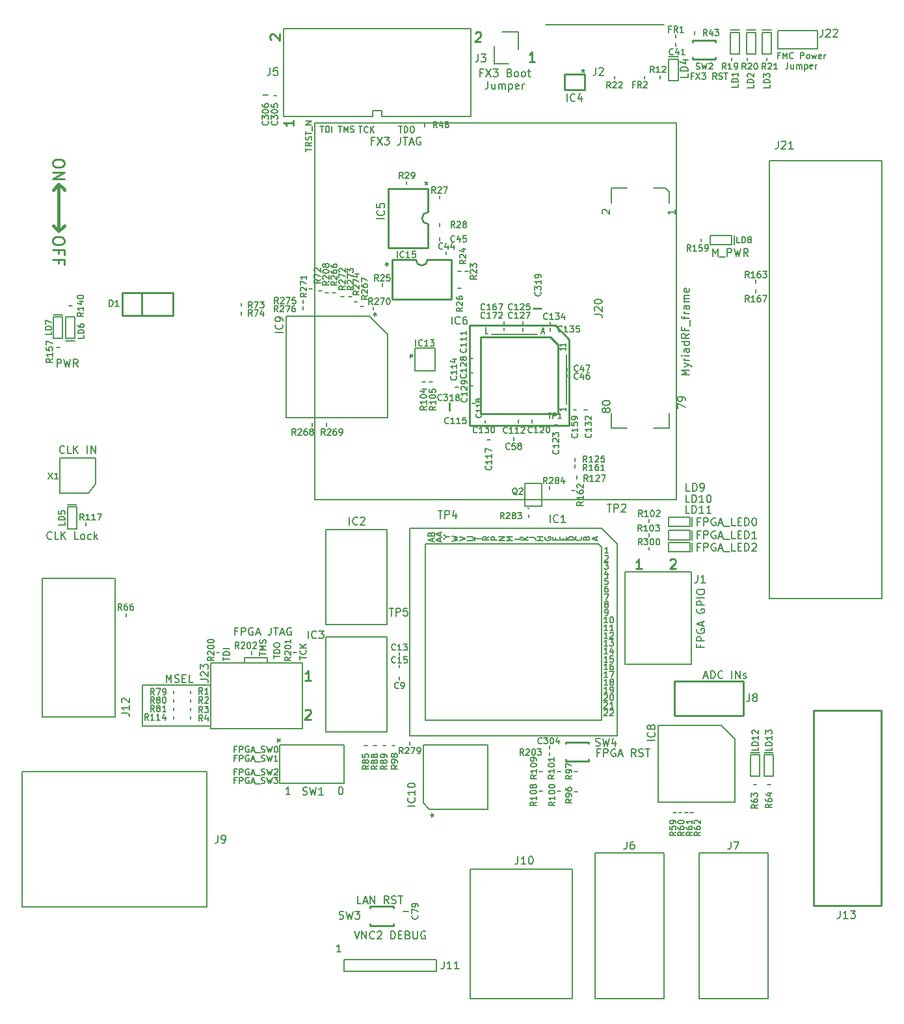
<source format=gto>
G04 (created by PCBNEW (2013-07-07 BZR 4022)-stable) date 10/02/2015 04:29:17*
%MOIN*%
G04 Gerber Fmt 3.4, Leading zero omitted, Abs format*
%FSLAX34Y34*%
G01*
G70*
G90*
G04 APERTURE LIST*
%ADD10C,0.00590551*%
%ADD11C,0.00787402*%
%ADD12C,0.015748*%
%ADD13C,0.00984252*%
%ADD14C,0.0078*%
%ADD15C,0.0077*%
%ADD16C,0.01*%
%ADD17C,0.005*%
G04 APERTURE END LIST*
G54D10*
G54D11*
X103543Y-61488D02*
X103412Y-61488D01*
X103412Y-61694D02*
X103412Y-61301D01*
X103599Y-61301D01*
X103749Y-61694D02*
X103749Y-61301D01*
X103899Y-61301D01*
X103937Y-61319D01*
X103955Y-61338D01*
X103974Y-61376D01*
X103974Y-61432D01*
X103955Y-61469D01*
X103937Y-61488D01*
X103899Y-61507D01*
X103749Y-61507D01*
X104349Y-61319D02*
X104311Y-61301D01*
X104255Y-61301D01*
X104199Y-61319D01*
X104161Y-61357D01*
X104143Y-61394D01*
X104124Y-61469D01*
X104124Y-61526D01*
X104143Y-61601D01*
X104161Y-61638D01*
X104199Y-61676D01*
X104255Y-61694D01*
X104293Y-61694D01*
X104349Y-61676D01*
X104368Y-61657D01*
X104368Y-61526D01*
X104293Y-61526D01*
X104518Y-61582D02*
X104705Y-61582D01*
X104480Y-61694D02*
X104611Y-61301D01*
X104743Y-61694D01*
X104780Y-61732D02*
X105080Y-61732D01*
X105361Y-61694D02*
X105174Y-61694D01*
X105174Y-61301D01*
X105493Y-61488D02*
X105624Y-61488D01*
X105680Y-61694D02*
X105493Y-61694D01*
X105493Y-61301D01*
X105680Y-61301D01*
X105849Y-61694D02*
X105849Y-61301D01*
X105943Y-61301D01*
X105999Y-61319D01*
X106036Y-61357D01*
X106055Y-61394D01*
X106074Y-61469D01*
X106074Y-61526D01*
X106055Y-61601D01*
X106036Y-61638D01*
X105999Y-61676D01*
X105943Y-61694D01*
X105849Y-61694D01*
X106224Y-61338D02*
X106242Y-61319D01*
X106280Y-61301D01*
X106374Y-61301D01*
X106411Y-61319D01*
X106430Y-61338D01*
X106449Y-61376D01*
X106449Y-61413D01*
X106430Y-61469D01*
X106205Y-61694D01*
X106449Y-61694D01*
X79782Y-73446D02*
X79677Y-73446D01*
X79677Y-73611D02*
X79677Y-73296D01*
X79827Y-73296D01*
X79947Y-73611D02*
X79947Y-73296D01*
X80067Y-73296D01*
X80097Y-73311D01*
X80112Y-73326D01*
X80127Y-73356D01*
X80127Y-73401D01*
X80112Y-73431D01*
X80097Y-73446D01*
X80067Y-73461D01*
X79947Y-73461D01*
X80427Y-73311D02*
X80397Y-73296D01*
X80352Y-73296D01*
X80307Y-73311D01*
X80277Y-73341D01*
X80262Y-73371D01*
X80247Y-73431D01*
X80247Y-73476D01*
X80262Y-73536D01*
X80277Y-73566D01*
X80307Y-73596D01*
X80352Y-73611D01*
X80382Y-73611D01*
X80427Y-73596D01*
X80442Y-73581D01*
X80442Y-73476D01*
X80382Y-73476D01*
X80562Y-73521D02*
X80712Y-73521D01*
X80532Y-73611D02*
X80637Y-73296D01*
X80742Y-73611D01*
X80772Y-73641D02*
X81012Y-73641D01*
X81072Y-73596D02*
X81117Y-73611D01*
X81192Y-73611D01*
X81222Y-73596D01*
X81237Y-73581D01*
X81252Y-73551D01*
X81252Y-73521D01*
X81237Y-73491D01*
X81222Y-73476D01*
X81192Y-73461D01*
X81132Y-73446D01*
X81102Y-73431D01*
X81087Y-73416D01*
X81072Y-73386D01*
X81072Y-73356D01*
X81087Y-73326D01*
X81102Y-73311D01*
X81132Y-73296D01*
X81207Y-73296D01*
X81252Y-73311D01*
X81357Y-73296D02*
X81432Y-73611D01*
X81492Y-73386D01*
X81552Y-73611D01*
X81627Y-73296D01*
X81717Y-73296D02*
X81912Y-73296D01*
X81807Y-73416D01*
X81852Y-73416D01*
X81882Y-73431D01*
X81897Y-73446D01*
X81912Y-73476D01*
X81912Y-73551D01*
X81897Y-73581D01*
X81882Y-73596D01*
X81852Y-73611D01*
X81762Y-73611D01*
X81732Y-73596D01*
X81717Y-73581D01*
X79782Y-73013D02*
X79677Y-73013D01*
X79677Y-73178D02*
X79677Y-72863D01*
X79827Y-72863D01*
X79947Y-73178D02*
X79947Y-72863D01*
X80067Y-72863D01*
X80097Y-72878D01*
X80112Y-72893D01*
X80127Y-72923D01*
X80127Y-72968D01*
X80112Y-72998D01*
X80097Y-73013D01*
X80067Y-73028D01*
X79947Y-73028D01*
X80427Y-72878D02*
X80397Y-72863D01*
X80352Y-72863D01*
X80307Y-72878D01*
X80277Y-72908D01*
X80262Y-72938D01*
X80247Y-72998D01*
X80247Y-73043D01*
X80262Y-73103D01*
X80277Y-73133D01*
X80307Y-73163D01*
X80352Y-73178D01*
X80382Y-73178D01*
X80427Y-73163D01*
X80442Y-73148D01*
X80442Y-73043D01*
X80382Y-73043D01*
X80562Y-73088D02*
X80712Y-73088D01*
X80532Y-73178D02*
X80637Y-72863D01*
X80742Y-73178D01*
X80772Y-73208D02*
X81012Y-73208D01*
X81072Y-73163D02*
X81117Y-73178D01*
X81192Y-73178D01*
X81222Y-73163D01*
X81237Y-73148D01*
X81252Y-73118D01*
X81252Y-73088D01*
X81237Y-73058D01*
X81222Y-73043D01*
X81192Y-73028D01*
X81132Y-73013D01*
X81102Y-72998D01*
X81087Y-72983D01*
X81072Y-72953D01*
X81072Y-72923D01*
X81087Y-72893D01*
X81102Y-72878D01*
X81132Y-72863D01*
X81207Y-72863D01*
X81252Y-72878D01*
X81357Y-72863D02*
X81432Y-73178D01*
X81492Y-72953D01*
X81552Y-73178D01*
X81627Y-72863D01*
X81732Y-72893D02*
X81747Y-72878D01*
X81777Y-72863D01*
X81852Y-72863D01*
X81882Y-72878D01*
X81897Y-72893D01*
X81912Y-72923D01*
X81912Y-72953D01*
X81897Y-72998D01*
X81717Y-73178D01*
X81912Y-73178D01*
X79782Y-72305D02*
X79677Y-72305D01*
X79677Y-72470D02*
X79677Y-72155D01*
X79827Y-72155D01*
X79947Y-72470D02*
X79947Y-72155D01*
X80067Y-72155D01*
X80097Y-72170D01*
X80112Y-72185D01*
X80127Y-72215D01*
X80127Y-72260D01*
X80112Y-72290D01*
X80097Y-72305D01*
X80067Y-72320D01*
X79947Y-72320D01*
X80427Y-72170D02*
X80397Y-72155D01*
X80352Y-72155D01*
X80307Y-72170D01*
X80277Y-72200D01*
X80262Y-72230D01*
X80247Y-72290D01*
X80247Y-72335D01*
X80262Y-72395D01*
X80277Y-72425D01*
X80307Y-72455D01*
X80352Y-72470D01*
X80382Y-72470D01*
X80427Y-72455D01*
X80442Y-72440D01*
X80442Y-72335D01*
X80382Y-72335D01*
X80562Y-72380D02*
X80712Y-72380D01*
X80532Y-72470D02*
X80637Y-72155D01*
X80742Y-72470D01*
X80772Y-72500D02*
X81012Y-72500D01*
X81072Y-72455D02*
X81117Y-72470D01*
X81192Y-72470D01*
X81222Y-72455D01*
X81237Y-72440D01*
X81252Y-72410D01*
X81252Y-72380D01*
X81237Y-72350D01*
X81222Y-72335D01*
X81192Y-72320D01*
X81132Y-72305D01*
X81102Y-72290D01*
X81087Y-72275D01*
X81072Y-72245D01*
X81072Y-72215D01*
X81087Y-72185D01*
X81102Y-72170D01*
X81132Y-72155D01*
X81207Y-72155D01*
X81252Y-72170D01*
X81357Y-72155D02*
X81432Y-72470D01*
X81492Y-72245D01*
X81552Y-72470D01*
X81627Y-72155D01*
X81912Y-72470D02*
X81732Y-72470D01*
X81822Y-72470D02*
X81822Y-72155D01*
X81792Y-72200D01*
X81762Y-72230D01*
X81732Y-72245D01*
X79782Y-71852D02*
X79677Y-71852D01*
X79677Y-72017D02*
X79677Y-71702D01*
X79827Y-71702D01*
X79947Y-72017D02*
X79947Y-71702D01*
X80067Y-71702D01*
X80097Y-71717D01*
X80112Y-71732D01*
X80127Y-71762D01*
X80127Y-71807D01*
X80112Y-71837D01*
X80097Y-71852D01*
X80067Y-71867D01*
X79947Y-71867D01*
X80427Y-71717D02*
X80397Y-71702D01*
X80352Y-71702D01*
X80307Y-71717D01*
X80277Y-71747D01*
X80262Y-71777D01*
X80247Y-71837D01*
X80247Y-71882D01*
X80262Y-71942D01*
X80277Y-71972D01*
X80307Y-72002D01*
X80352Y-72017D01*
X80382Y-72017D01*
X80427Y-72002D01*
X80442Y-71987D01*
X80442Y-71882D01*
X80382Y-71882D01*
X80562Y-71927D02*
X80712Y-71927D01*
X80532Y-72017D02*
X80637Y-71702D01*
X80742Y-72017D01*
X80772Y-72047D02*
X81012Y-72047D01*
X81072Y-72002D02*
X81117Y-72017D01*
X81192Y-72017D01*
X81222Y-72002D01*
X81237Y-71987D01*
X81252Y-71957D01*
X81252Y-71927D01*
X81237Y-71897D01*
X81222Y-71882D01*
X81192Y-71867D01*
X81132Y-71852D01*
X81102Y-71837D01*
X81087Y-71822D01*
X81072Y-71792D01*
X81072Y-71762D01*
X81087Y-71732D01*
X81102Y-71717D01*
X81132Y-71702D01*
X81207Y-71702D01*
X81252Y-71717D01*
X81357Y-71702D02*
X81432Y-72017D01*
X81492Y-71792D01*
X81552Y-72017D01*
X81627Y-71702D01*
X81807Y-71702D02*
X81837Y-71702D01*
X81867Y-71717D01*
X81882Y-71732D01*
X81897Y-71762D01*
X81912Y-71822D01*
X81912Y-71897D01*
X81897Y-71957D01*
X81882Y-71987D01*
X81867Y-72002D01*
X81837Y-72017D01*
X81807Y-72017D01*
X81777Y-72002D01*
X81762Y-71987D01*
X81747Y-71957D01*
X81732Y-71897D01*
X81732Y-71822D01*
X81747Y-71762D01*
X81762Y-71732D01*
X81777Y-71717D01*
X81807Y-71702D01*
X82553Y-74175D02*
X82328Y-74175D01*
X82440Y-74175D02*
X82440Y-73781D01*
X82403Y-73837D01*
X82365Y-73875D01*
X82328Y-73893D01*
X85119Y-73781D02*
X85156Y-73781D01*
X85194Y-73800D01*
X85212Y-73818D01*
X85231Y-73856D01*
X85250Y-73931D01*
X85250Y-74025D01*
X85231Y-74100D01*
X85212Y-74137D01*
X85194Y-74156D01*
X85156Y-74175D01*
X85119Y-74175D01*
X85081Y-74156D01*
X85062Y-74137D01*
X85044Y-74100D01*
X85025Y-74025D01*
X85025Y-73931D01*
X85044Y-73856D01*
X85062Y-73818D01*
X85081Y-73800D01*
X85119Y-73781D01*
X70969Y-56657D02*
X70950Y-56676D01*
X70894Y-56694D01*
X70856Y-56694D01*
X70800Y-56676D01*
X70763Y-56638D01*
X70744Y-56601D01*
X70725Y-56526D01*
X70725Y-56469D01*
X70744Y-56394D01*
X70763Y-56357D01*
X70800Y-56319D01*
X70856Y-56301D01*
X70894Y-56301D01*
X70950Y-56319D01*
X70969Y-56338D01*
X71325Y-56694D02*
X71137Y-56694D01*
X71137Y-56301D01*
X71456Y-56694D02*
X71456Y-56301D01*
X71681Y-56694D02*
X71512Y-56469D01*
X71681Y-56301D02*
X71456Y-56526D01*
X72150Y-56694D02*
X72150Y-56301D01*
X72337Y-56694D02*
X72337Y-56301D01*
X72562Y-56694D01*
X72562Y-56301D01*
G54D12*
X70925Y-45078D02*
X70964Y-45039D01*
X70688Y-45314D02*
X70925Y-45078D01*
X70688Y-45314D02*
X70413Y-45039D01*
X70925Y-43149D02*
X70964Y-43188D01*
X70688Y-42913D02*
X70925Y-43149D01*
X70688Y-42913D02*
X70413Y-43188D01*
X70688Y-42913D02*
X70688Y-45275D01*
G54D13*
X70961Y-45756D02*
X70961Y-45868D01*
X70933Y-45925D01*
X70877Y-45981D01*
X70764Y-46009D01*
X70568Y-46009D01*
X70455Y-45981D01*
X70399Y-45925D01*
X70371Y-45868D01*
X70371Y-45756D01*
X70399Y-45700D01*
X70455Y-45643D01*
X70568Y-45615D01*
X70764Y-45615D01*
X70877Y-45643D01*
X70933Y-45700D01*
X70961Y-45756D01*
X70680Y-46459D02*
X70680Y-46262D01*
X70371Y-46262D02*
X70961Y-46262D01*
X70961Y-46543D01*
X70680Y-46965D02*
X70680Y-46768D01*
X70371Y-46768D02*
X70961Y-46768D01*
X70961Y-47050D01*
X70961Y-41780D02*
X70961Y-41892D01*
X70933Y-41948D01*
X70877Y-42005D01*
X70764Y-42033D01*
X70568Y-42033D01*
X70455Y-42005D01*
X70399Y-41948D01*
X70371Y-41892D01*
X70371Y-41780D01*
X70399Y-41723D01*
X70455Y-41667D01*
X70568Y-41639D01*
X70764Y-41639D01*
X70877Y-41667D01*
X70933Y-41723D01*
X70961Y-41780D01*
X70371Y-42286D02*
X70961Y-42286D01*
X70371Y-42623D01*
X70961Y-42623D01*
G54D11*
X79123Y-67310D02*
X79123Y-67130D01*
X79438Y-67220D02*
X79123Y-67220D01*
X79438Y-67025D02*
X79123Y-67025D01*
X79123Y-66950D01*
X79138Y-66905D01*
X79168Y-66875D01*
X79198Y-66860D01*
X79258Y-66845D01*
X79303Y-66845D01*
X79363Y-66860D01*
X79393Y-66875D01*
X79423Y-66905D01*
X79438Y-66950D01*
X79438Y-67025D01*
X79438Y-66710D02*
X79123Y-66710D01*
X80989Y-67053D02*
X80989Y-66873D01*
X81304Y-66963D02*
X80989Y-66963D01*
X81304Y-66768D02*
X80989Y-66768D01*
X81214Y-66663D01*
X80989Y-66558D01*
X81304Y-66558D01*
X81289Y-66423D02*
X81304Y-66378D01*
X81304Y-66303D01*
X81289Y-66273D01*
X81274Y-66258D01*
X81244Y-66243D01*
X81214Y-66243D01*
X81184Y-66258D01*
X81169Y-66273D01*
X81154Y-66303D01*
X81139Y-66363D01*
X81124Y-66393D01*
X81109Y-66408D01*
X81079Y-66423D01*
X81049Y-66423D01*
X81019Y-66408D01*
X81004Y-66393D01*
X80989Y-66363D01*
X80989Y-66288D01*
X81004Y-66243D01*
X81698Y-67207D02*
X81698Y-67027D01*
X82013Y-67117D02*
X81698Y-67117D01*
X82013Y-66922D02*
X81698Y-66922D01*
X81698Y-66847D01*
X81713Y-66802D01*
X81743Y-66772D01*
X81773Y-66757D01*
X81833Y-66742D01*
X81878Y-66742D01*
X81938Y-66757D01*
X81968Y-66772D01*
X81998Y-66802D01*
X82013Y-66847D01*
X82013Y-66922D01*
X81698Y-66547D02*
X81698Y-66487D01*
X81713Y-66457D01*
X81743Y-66427D01*
X81803Y-66412D01*
X81908Y-66412D01*
X81968Y-66427D01*
X81998Y-66457D01*
X82013Y-66487D01*
X82013Y-66547D01*
X81998Y-66577D01*
X81968Y-66607D01*
X81908Y-66622D01*
X81803Y-66622D01*
X81743Y-66607D01*
X81713Y-66577D01*
X81698Y-66547D01*
X83052Y-67255D02*
X83052Y-67075D01*
X83367Y-67165D02*
X83052Y-67165D01*
X83337Y-66790D02*
X83352Y-66805D01*
X83367Y-66850D01*
X83367Y-66880D01*
X83352Y-66925D01*
X83322Y-66955D01*
X83292Y-66970D01*
X83232Y-66985D01*
X83187Y-66985D01*
X83127Y-66970D01*
X83097Y-66955D01*
X83067Y-66925D01*
X83052Y-66880D01*
X83052Y-66850D01*
X83067Y-66805D01*
X83082Y-66790D01*
X83367Y-66655D02*
X83052Y-66655D01*
X83367Y-66475D02*
X83187Y-66610D01*
X83052Y-66475D02*
X83232Y-66655D01*
X86067Y-39942D02*
X86247Y-39942D01*
X86157Y-40257D02*
X86157Y-39942D01*
X86532Y-40227D02*
X86517Y-40242D01*
X86472Y-40257D01*
X86442Y-40257D01*
X86397Y-40242D01*
X86367Y-40212D01*
X86352Y-40182D01*
X86337Y-40122D01*
X86337Y-40077D01*
X86352Y-40017D01*
X86367Y-39987D01*
X86397Y-39957D01*
X86442Y-39942D01*
X86472Y-39942D01*
X86517Y-39957D01*
X86532Y-39972D01*
X86667Y-40257D02*
X86667Y-39942D01*
X86847Y-40257D02*
X86712Y-40077D01*
X86847Y-39942D02*
X86667Y-40122D01*
X88111Y-39942D02*
X88291Y-39942D01*
X88201Y-40257D02*
X88201Y-39942D01*
X88396Y-40257D02*
X88396Y-39942D01*
X88471Y-39942D01*
X88516Y-39957D01*
X88546Y-39987D01*
X88561Y-40017D01*
X88576Y-40077D01*
X88576Y-40122D01*
X88561Y-40182D01*
X88546Y-40212D01*
X88516Y-40242D01*
X88471Y-40257D01*
X88396Y-40257D01*
X88771Y-39942D02*
X88831Y-39942D01*
X88861Y-39957D01*
X88891Y-39987D01*
X88906Y-40047D01*
X88906Y-40152D01*
X88891Y-40212D01*
X88861Y-40242D01*
X88831Y-40257D01*
X88771Y-40257D01*
X88741Y-40242D01*
X88711Y-40212D01*
X88696Y-40152D01*
X88696Y-40047D01*
X88711Y-39987D01*
X88741Y-39957D01*
X88771Y-39942D01*
X85013Y-39934D02*
X85193Y-39934D01*
X85103Y-40249D02*
X85103Y-39934D01*
X85298Y-40249D02*
X85298Y-39934D01*
X85403Y-40159D01*
X85508Y-39934D01*
X85508Y-40249D01*
X85643Y-40234D02*
X85688Y-40249D01*
X85763Y-40249D01*
X85793Y-40234D01*
X85808Y-40219D01*
X85823Y-40189D01*
X85823Y-40159D01*
X85808Y-40129D01*
X85793Y-40114D01*
X85763Y-40099D01*
X85703Y-40084D01*
X85673Y-40069D01*
X85658Y-40054D01*
X85643Y-40024D01*
X85643Y-39994D01*
X85658Y-39964D01*
X85673Y-39949D01*
X85703Y-39934D01*
X85778Y-39934D01*
X85823Y-39949D01*
X84090Y-39934D02*
X84270Y-39934D01*
X84180Y-40249D02*
X84180Y-39934D01*
X84375Y-40249D02*
X84375Y-39934D01*
X84450Y-39934D01*
X84495Y-39949D01*
X84525Y-39979D01*
X84540Y-40009D01*
X84555Y-40069D01*
X84555Y-40114D01*
X84540Y-40174D01*
X84525Y-40204D01*
X84495Y-40234D01*
X84450Y-40249D01*
X84375Y-40249D01*
X84690Y-40249D02*
X84690Y-39934D01*
X83332Y-41231D02*
X83332Y-41051D01*
X83647Y-41141D02*
X83332Y-41141D01*
X83647Y-40766D02*
X83497Y-40871D01*
X83647Y-40946D02*
X83332Y-40946D01*
X83332Y-40826D01*
X83347Y-40796D01*
X83362Y-40781D01*
X83392Y-40766D01*
X83437Y-40766D01*
X83467Y-40781D01*
X83482Y-40796D01*
X83497Y-40826D01*
X83497Y-40946D01*
X83632Y-40646D02*
X83647Y-40601D01*
X83647Y-40526D01*
X83632Y-40496D01*
X83617Y-40481D01*
X83587Y-40466D01*
X83557Y-40466D01*
X83527Y-40481D01*
X83512Y-40496D01*
X83497Y-40526D01*
X83482Y-40586D01*
X83467Y-40616D01*
X83452Y-40631D01*
X83422Y-40646D01*
X83392Y-40646D01*
X83362Y-40631D01*
X83347Y-40616D01*
X83332Y-40586D01*
X83332Y-40511D01*
X83347Y-40466D01*
X83332Y-40376D02*
X83332Y-40196D01*
X83647Y-40286D02*
X83332Y-40286D01*
X83677Y-40166D02*
X83677Y-39926D01*
X83647Y-39851D02*
X83332Y-39851D01*
X83647Y-39671D01*
X83332Y-39671D01*
X103543Y-60858D02*
X103412Y-60858D01*
X103412Y-61064D02*
X103412Y-60671D01*
X103599Y-60671D01*
X103749Y-61064D02*
X103749Y-60671D01*
X103899Y-60671D01*
X103937Y-60689D01*
X103955Y-60708D01*
X103974Y-60746D01*
X103974Y-60802D01*
X103955Y-60839D01*
X103937Y-60858D01*
X103899Y-60877D01*
X103749Y-60877D01*
X104349Y-60689D02*
X104311Y-60671D01*
X104255Y-60671D01*
X104199Y-60689D01*
X104161Y-60727D01*
X104143Y-60764D01*
X104124Y-60839D01*
X104124Y-60896D01*
X104143Y-60971D01*
X104161Y-61008D01*
X104199Y-61046D01*
X104255Y-61064D01*
X104293Y-61064D01*
X104349Y-61046D01*
X104368Y-61027D01*
X104368Y-60896D01*
X104293Y-60896D01*
X104518Y-60952D02*
X104705Y-60952D01*
X104480Y-61064D02*
X104611Y-60671D01*
X104743Y-61064D01*
X104780Y-61102D02*
X105080Y-61102D01*
X105361Y-61064D02*
X105174Y-61064D01*
X105174Y-60671D01*
X105493Y-60858D02*
X105624Y-60858D01*
X105680Y-61064D02*
X105493Y-61064D01*
X105493Y-60671D01*
X105680Y-60671D01*
X105849Y-61064D02*
X105849Y-60671D01*
X105943Y-60671D01*
X105999Y-60689D01*
X106036Y-60727D01*
X106055Y-60764D01*
X106074Y-60839D01*
X106074Y-60896D01*
X106055Y-60971D01*
X106036Y-61008D01*
X105999Y-61046D01*
X105943Y-61064D01*
X105849Y-61064D01*
X106449Y-61064D02*
X106224Y-61064D01*
X106336Y-61064D02*
X106336Y-60671D01*
X106299Y-60727D01*
X106261Y-60764D01*
X106224Y-60783D01*
X103543Y-60189D02*
X103412Y-60189D01*
X103412Y-60395D02*
X103412Y-60001D01*
X103599Y-60001D01*
X103749Y-60395D02*
X103749Y-60001D01*
X103899Y-60001D01*
X103937Y-60020D01*
X103955Y-60039D01*
X103974Y-60076D01*
X103974Y-60133D01*
X103955Y-60170D01*
X103937Y-60189D01*
X103899Y-60208D01*
X103749Y-60208D01*
X104349Y-60020D02*
X104311Y-60001D01*
X104255Y-60001D01*
X104199Y-60020D01*
X104161Y-60058D01*
X104143Y-60095D01*
X104124Y-60170D01*
X104124Y-60226D01*
X104143Y-60301D01*
X104161Y-60339D01*
X104199Y-60376D01*
X104255Y-60395D01*
X104293Y-60395D01*
X104349Y-60376D01*
X104368Y-60358D01*
X104368Y-60226D01*
X104293Y-60226D01*
X104518Y-60283D02*
X104705Y-60283D01*
X104480Y-60395D02*
X104611Y-60001D01*
X104743Y-60395D01*
X104780Y-60433D02*
X105080Y-60433D01*
X105361Y-60395D02*
X105174Y-60395D01*
X105174Y-60001D01*
X105493Y-60189D02*
X105624Y-60189D01*
X105680Y-60395D02*
X105493Y-60395D01*
X105493Y-60001D01*
X105680Y-60001D01*
X105849Y-60395D02*
X105849Y-60001D01*
X105943Y-60001D01*
X105999Y-60020D01*
X106036Y-60058D01*
X106055Y-60095D01*
X106074Y-60170D01*
X106074Y-60226D01*
X106055Y-60301D01*
X106036Y-60339D01*
X105999Y-60376D01*
X105943Y-60395D01*
X105849Y-60395D01*
X106317Y-60001D02*
X106355Y-60001D01*
X106392Y-60020D01*
X106411Y-60039D01*
X106430Y-60076D01*
X106449Y-60151D01*
X106449Y-60245D01*
X106430Y-60320D01*
X106411Y-60358D01*
X106392Y-60376D01*
X106355Y-60395D01*
X106317Y-60395D01*
X106280Y-60376D01*
X106261Y-60358D01*
X106242Y-60320D01*
X106224Y-60245D01*
X106224Y-60151D01*
X106242Y-60076D01*
X106261Y-60039D01*
X106280Y-60020D01*
X106317Y-60001D01*
X104198Y-46596D02*
X104198Y-46202D01*
X104329Y-46483D01*
X104461Y-46202D01*
X104461Y-46596D01*
X104554Y-46633D02*
X104854Y-46633D01*
X104948Y-46596D02*
X104948Y-46202D01*
X105098Y-46202D01*
X105135Y-46221D01*
X105154Y-46240D01*
X105173Y-46277D01*
X105173Y-46333D01*
X105154Y-46371D01*
X105135Y-46390D01*
X105098Y-46408D01*
X104948Y-46408D01*
X105304Y-46202D02*
X105398Y-46596D01*
X105473Y-46315D01*
X105548Y-46596D01*
X105642Y-46202D01*
X106017Y-46596D02*
X105885Y-46408D01*
X105792Y-46596D02*
X105792Y-46202D01*
X105942Y-46202D01*
X105979Y-46221D01*
X105998Y-46240D01*
X106017Y-46277D01*
X106017Y-46333D01*
X105998Y-46371D01*
X105979Y-46390D01*
X105942Y-46408D01*
X105792Y-46408D01*
X70328Y-61066D02*
X70309Y-61085D01*
X70253Y-61104D01*
X70215Y-61104D01*
X70159Y-61085D01*
X70121Y-61047D01*
X70103Y-61010D01*
X70084Y-60935D01*
X70084Y-60879D01*
X70103Y-60804D01*
X70121Y-60766D01*
X70159Y-60729D01*
X70215Y-60710D01*
X70253Y-60710D01*
X70309Y-60729D01*
X70328Y-60748D01*
X70684Y-61104D02*
X70496Y-61104D01*
X70496Y-60710D01*
X70815Y-61104D02*
X70815Y-60710D01*
X71040Y-61104D02*
X70871Y-60879D01*
X71040Y-60710D02*
X70815Y-60935D01*
X71696Y-61104D02*
X71509Y-61104D01*
X71509Y-60710D01*
X71884Y-61104D02*
X71846Y-61085D01*
X71827Y-61066D01*
X71809Y-61029D01*
X71809Y-60916D01*
X71827Y-60879D01*
X71846Y-60860D01*
X71884Y-60841D01*
X71940Y-60841D01*
X71977Y-60860D01*
X71996Y-60879D01*
X72015Y-60916D01*
X72015Y-61029D01*
X71996Y-61066D01*
X71977Y-61085D01*
X71940Y-61104D01*
X71884Y-61104D01*
X72352Y-61085D02*
X72315Y-61104D01*
X72240Y-61104D01*
X72202Y-61085D01*
X72184Y-61066D01*
X72165Y-61029D01*
X72165Y-60916D01*
X72184Y-60879D01*
X72202Y-60860D01*
X72240Y-60841D01*
X72315Y-60841D01*
X72352Y-60860D01*
X72521Y-61104D02*
X72521Y-60710D01*
X72559Y-60954D02*
X72671Y-61104D01*
X72671Y-60841D02*
X72521Y-60991D01*
X70597Y-52265D02*
X70597Y-51871D01*
X70747Y-51871D01*
X70784Y-51890D01*
X70803Y-51909D01*
X70822Y-51946D01*
X70822Y-52003D01*
X70803Y-52040D01*
X70784Y-52059D01*
X70747Y-52078D01*
X70597Y-52078D01*
X70953Y-51871D02*
X71047Y-52265D01*
X71122Y-51984D01*
X71197Y-52265D01*
X71290Y-51871D01*
X71665Y-52265D02*
X71534Y-52078D01*
X71440Y-52265D02*
X71440Y-51871D01*
X71590Y-51871D01*
X71628Y-51890D01*
X71646Y-51909D01*
X71665Y-51946D01*
X71665Y-52003D01*
X71646Y-52040D01*
X71628Y-52059D01*
X71590Y-52078D01*
X71440Y-52078D01*
X79827Y-65811D02*
X79696Y-65811D01*
X79696Y-66017D02*
X79696Y-65623D01*
X79884Y-65623D01*
X80034Y-66017D02*
X80034Y-65623D01*
X80184Y-65623D01*
X80221Y-65642D01*
X80240Y-65661D01*
X80259Y-65698D01*
X80259Y-65755D01*
X80240Y-65792D01*
X80221Y-65811D01*
X80184Y-65830D01*
X80034Y-65830D01*
X80634Y-65642D02*
X80596Y-65623D01*
X80540Y-65623D01*
X80484Y-65642D01*
X80446Y-65680D01*
X80427Y-65717D01*
X80409Y-65792D01*
X80409Y-65848D01*
X80427Y-65923D01*
X80446Y-65961D01*
X80484Y-65998D01*
X80540Y-66017D01*
X80577Y-66017D01*
X80634Y-65998D01*
X80652Y-65980D01*
X80652Y-65848D01*
X80577Y-65848D01*
X80802Y-65905D02*
X80990Y-65905D01*
X80765Y-66017D02*
X80896Y-65623D01*
X81027Y-66017D01*
X81571Y-65623D02*
X81571Y-65905D01*
X81552Y-65961D01*
X81515Y-65998D01*
X81458Y-66017D01*
X81421Y-66017D01*
X81702Y-65623D02*
X81927Y-65623D01*
X81815Y-66017D02*
X81815Y-65623D01*
X82040Y-65905D02*
X82227Y-65905D01*
X82002Y-66017D02*
X82133Y-65623D01*
X82265Y-66017D01*
X82602Y-65642D02*
X82565Y-65623D01*
X82508Y-65623D01*
X82452Y-65642D01*
X82415Y-65680D01*
X82396Y-65717D01*
X82377Y-65792D01*
X82377Y-65848D01*
X82396Y-65923D01*
X82415Y-65961D01*
X82452Y-65998D01*
X82508Y-66017D01*
X82546Y-66017D01*
X82602Y-65998D01*
X82621Y-65980D01*
X82621Y-65848D01*
X82546Y-65848D01*
X107630Y-36301D02*
X107525Y-36301D01*
X107525Y-36466D02*
X107525Y-36151D01*
X107675Y-36151D01*
X107795Y-36466D02*
X107795Y-36151D01*
X107900Y-36376D01*
X108005Y-36151D01*
X108005Y-36466D01*
X108335Y-36436D02*
X108320Y-36451D01*
X108275Y-36466D01*
X108245Y-36466D01*
X108200Y-36451D01*
X108170Y-36421D01*
X108155Y-36391D01*
X108140Y-36331D01*
X108140Y-36286D01*
X108155Y-36226D01*
X108170Y-36196D01*
X108200Y-36166D01*
X108245Y-36151D01*
X108275Y-36151D01*
X108320Y-36166D01*
X108335Y-36181D01*
X108710Y-36466D02*
X108710Y-36151D01*
X108830Y-36151D01*
X108860Y-36166D01*
X108875Y-36181D01*
X108890Y-36211D01*
X108890Y-36256D01*
X108875Y-36286D01*
X108860Y-36301D01*
X108830Y-36316D01*
X108710Y-36316D01*
X109070Y-36466D02*
X109040Y-36451D01*
X109025Y-36436D01*
X109010Y-36406D01*
X109010Y-36316D01*
X109025Y-36286D01*
X109040Y-36271D01*
X109070Y-36256D01*
X109115Y-36256D01*
X109145Y-36271D01*
X109160Y-36286D01*
X109175Y-36316D01*
X109175Y-36406D01*
X109160Y-36436D01*
X109145Y-36451D01*
X109115Y-36466D01*
X109070Y-36466D01*
X109280Y-36256D02*
X109340Y-36466D01*
X109400Y-36316D01*
X109460Y-36466D01*
X109520Y-36256D01*
X109760Y-36451D02*
X109730Y-36466D01*
X109670Y-36466D01*
X109640Y-36451D01*
X109625Y-36421D01*
X109625Y-36301D01*
X109640Y-36271D01*
X109670Y-36256D01*
X109730Y-36256D01*
X109760Y-36271D01*
X109775Y-36301D01*
X109775Y-36331D01*
X109625Y-36361D01*
X109910Y-36466D02*
X109910Y-36256D01*
X109910Y-36316D02*
X109925Y-36286D01*
X109940Y-36271D01*
X109970Y-36256D01*
X110000Y-36256D01*
X108057Y-36670D02*
X108057Y-36895D01*
X108042Y-36940D01*
X108012Y-36970D01*
X107967Y-36985D01*
X107937Y-36985D01*
X108342Y-36775D02*
X108342Y-36985D01*
X108207Y-36775D02*
X108207Y-36940D01*
X108222Y-36970D01*
X108252Y-36985D01*
X108297Y-36985D01*
X108327Y-36970D01*
X108342Y-36955D01*
X108492Y-36985D02*
X108492Y-36775D01*
X108492Y-36805D02*
X108507Y-36790D01*
X108537Y-36775D01*
X108582Y-36775D01*
X108612Y-36790D01*
X108627Y-36820D01*
X108627Y-36985D01*
X108627Y-36820D02*
X108642Y-36790D01*
X108672Y-36775D01*
X108717Y-36775D01*
X108747Y-36790D01*
X108762Y-36820D01*
X108762Y-36985D01*
X108912Y-36775D02*
X108912Y-37090D01*
X108912Y-36790D02*
X108942Y-36775D01*
X109002Y-36775D01*
X109032Y-36790D01*
X109047Y-36805D01*
X109062Y-36835D01*
X109062Y-36925D01*
X109047Y-36955D01*
X109032Y-36970D01*
X109002Y-36985D01*
X108942Y-36985D01*
X108912Y-36970D01*
X109317Y-36970D02*
X109287Y-36985D01*
X109227Y-36985D01*
X109197Y-36970D01*
X109182Y-36940D01*
X109182Y-36820D01*
X109197Y-36790D01*
X109227Y-36775D01*
X109287Y-36775D01*
X109317Y-36790D01*
X109332Y-36820D01*
X109332Y-36850D01*
X109182Y-36880D01*
X109467Y-36985D02*
X109467Y-36775D01*
X109467Y-36835D02*
X109482Y-36805D01*
X109497Y-36790D01*
X109527Y-36775D01*
X109557Y-36775D01*
X85830Y-81182D02*
X85961Y-81576D01*
X86092Y-81182D01*
X86224Y-81576D02*
X86224Y-81182D01*
X86449Y-81576D01*
X86449Y-81182D01*
X86861Y-81539D02*
X86842Y-81557D01*
X86786Y-81576D01*
X86749Y-81576D01*
X86692Y-81557D01*
X86655Y-81520D01*
X86636Y-81482D01*
X86617Y-81407D01*
X86617Y-81351D01*
X86636Y-81276D01*
X86655Y-81239D01*
X86692Y-81201D01*
X86749Y-81182D01*
X86786Y-81182D01*
X86842Y-81201D01*
X86861Y-81220D01*
X87011Y-81220D02*
X87030Y-81201D01*
X87067Y-81182D01*
X87161Y-81182D01*
X87199Y-81201D01*
X87217Y-81220D01*
X87236Y-81257D01*
X87236Y-81295D01*
X87217Y-81351D01*
X86992Y-81576D01*
X87236Y-81576D01*
X87705Y-81576D02*
X87705Y-81182D01*
X87799Y-81182D01*
X87855Y-81201D01*
X87892Y-81239D01*
X87911Y-81276D01*
X87930Y-81351D01*
X87930Y-81407D01*
X87911Y-81482D01*
X87892Y-81520D01*
X87855Y-81557D01*
X87799Y-81576D01*
X87705Y-81576D01*
X88098Y-81370D02*
X88230Y-81370D01*
X88286Y-81576D02*
X88098Y-81576D01*
X88098Y-81182D01*
X88286Y-81182D01*
X88586Y-81370D02*
X88642Y-81389D01*
X88661Y-81407D01*
X88680Y-81445D01*
X88680Y-81501D01*
X88661Y-81539D01*
X88642Y-81557D01*
X88605Y-81576D01*
X88455Y-81576D01*
X88455Y-81182D01*
X88586Y-81182D01*
X88623Y-81201D01*
X88642Y-81220D01*
X88661Y-81257D01*
X88661Y-81295D01*
X88642Y-81332D01*
X88623Y-81351D01*
X88586Y-81370D01*
X88455Y-81370D01*
X88848Y-81182D02*
X88848Y-81501D01*
X88867Y-81539D01*
X88886Y-81557D01*
X88923Y-81576D01*
X88998Y-81576D01*
X89036Y-81557D01*
X89055Y-81539D01*
X89073Y-81501D01*
X89073Y-81182D01*
X89467Y-81201D02*
X89430Y-81182D01*
X89373Y-81182D01*
X89317Y-81201D01*
X89280Y-81239D01*
X89261Y-81276D01*
X89242Y-81351D01*
X89242Y-81407D01*
X89261Y-81482D01*
X89280Y-81520D01*
X89317Y-81557D01*
X89373Y-81576D01*
X89411Y-81576D01*
X89467Y-81557D01*
X89486Y-81539D01*
X89486Y-81407D01*
X89411Y-81407D01*
X103745Y-68117D02*
X103933Y-68117D01*
X103708Y-68230D02*
X103839Y-67836D01*
X103970Y-68230D01*
X104101Y-68230D02*
X104101Y-67836D01*
X104195Y-67836D01*
X104251Y-67855D01*
X104289Y-67892D01*
X104308Y-67930D01*
X104326Y-68005D01*
X104326Y-68061D01*
X104308Y-68136D01*
X104289Y-68173D01*
X104251Y-68211D01*
X104195Y-68230D01*
X104101Y-68230D01*
X104720Y-68192D02*
X104701Y-68211D01*
X104645Y-68230D01*
X104608Y-68230D01*
X104551Y-68211D01*
X104514Y-68173D01*
X104495Y-68136D01*
X104476Y-68061D01*
X104476Y-68005D01*
X104495Y-67930D01*
X104514Y-67892D01*
X104551Y-67855D01*
X104608Y-67836D01*
X104645Y-67836D01*
X104701Y-67855D01*
X104720Y-67874D01*
X105189Y-68230D02*
X105189Y-67836D01*
X105376Y-68230D02*
X105376Y-67836D01*
X105601Y-68230D01*
X105601Y-67836D01*
X105770Y-68211D02*
X105808Y-68230D01*
X105883Y-68230D01*
X105920Y-68211D01*
X105939Y-68173D01*
X105939Y-68155D01*
X105920Y-68117D01*
X105883Y-68098D01*
X105826Y-68098D01*
X105789Y-68080D01*
X105770Y-68042D01*
X105770Y-68023D01*
X105789Y-67986D01*
X105826Y-67967D01*
X105883Y-67967D01*
X105920Y-67986D01*
X86838Y-40681D02*
X86706Y-40681D01*
X86706Y-40887D02*
X86706Y-40494D01*
X86894Y-40494D01*
X87006Y-40494D02*
X87269Y-40887D01*
X87269Y-40494D02*
X87006Y-40887D01*
X87381Y-40494D02*
X87625Y-40494D01*
X87494Y-40643D01*
X87550Y-40643D01*
X87588Y-40662D01*
X87606Y-40681D01*
X87625Y-40718D01*
X87625Y-40812D01*
X87606Y-40850D01*
X87588Y-40868D01*
X87550Y-40887D01*
X87438Y-40887D01*
X87400Y-40868D01*
X87381Y-40850D01*
X88206Y-40494D02*
X88206Y-40775D01*
X88188Y-40831D01*
X88150Y-40868D01*
X88094Y-40887D01*
X88056Y-40887D01*
X88338Y-40494D02*
X88562Y-40494D01*
X88450Y-40887D02*
X88450Y-40494D01*
X88675Y-40775D02*
X88862Y-40775D01*
X88637Y-40887D02*
X88769Y-40494D01*
X88900Y-40887D01*
X89237Y-40512D02*
X89200Y-40494D01*
X89144Y-40494D01*
X89087Y-40512D01*
X89050Y-40550D01*
X89031Y-40587D01*
X89012Y-40662D01*
X89012Y-40718D01*
X89031Y-40793D01*
X89050Y-40831D01*
X89087Y-40868D01*
X89144Y-40887D01*
X89181Y-40887D01*
X89237Y-40868D01*
X89256Y-40850D01*
X89256Y-40718D01*
X89181Y-40718D01*
X92405Y-37197D02*
X92273Y-37197D01*
X92273Y-37403D02*
X92273Y-37009D01*
X92461Y-37009D01*
X92573Y-37009D02*
X92836Y-37403D01*
X92836Y-37009D02*
X92573Y-37403D01*
X92948Y-37009D02*
X93192Y-37009D01*
X93061Y-37159D01*
X93117Y-37159D01*
X93155Y-37178D01*
X93173Y-37197D01*
X93192Y-37234D01*
X93192Y-37328D01*
X93173Y-37365D01*
X93155Y-37384D01*
X93117Y-37403D01*
X93005Y-37403D01*
X92967Y-37384D01*
X92948Y-37365D01*
X93792Y-37197D02*
X93848Y-37215D01*
X93867Y-37234D01*
X93886Y-37272D01*
X93886Y-37328D01*
X93867Y-37365D01*
X93848Y-37384D01*
X93811Y-37403D01*
X93661Y-37403D01*
X93661Y-37009D01*
X93792Y-37009D01*
X93829Y-37028D01*
X93848Y-37047D01*
X93867Y-37084D01*
X93867Y-37122D01*
X93848Y-37159D01*
X93829Y-37178D01*
X93792Y-37197D01*
X93661Y-37197D01*
X94111Y-37403D02*
X94073Y-37384D01*
X94054Y-37365D01*
X94036Y-37328D01*
X94036Y-37215D01*
X94054Y-37178D01*
X94073Y-37159D01*
X94111Y-37140D01*
X94167Y-37140D01*
X94204Y-37159D01*
X94223Y-37178D01*
X94242Y-37215D01*
X94242Y-37328D01*
X94223Y-37365D01*
X94204Y-37384D01*
X94167Y-37403D01*
X94111Y-37403D01*
X94467Y-37403D02*
X94429Y-37384D01*
X94411Y-37365D01*
X94392Y-37328D01*
X94392Y-37215D01*
X94411Y-37178D01*
X94429Y-37159D01*
X94467Y-37140D01*
X94523Y-37140D01*
X94561Y-37159D01*
X94579Y-37178D01*
X94598Y-37215D01*
X94598Y-37328D01*
X94579Y-37365D01*
X94561Y-37384D01*
X94523Y-37403D01*
X94467Y-37403D01*
X94711Y-37140D02*
X94861Y-37140D01*
X94767Y-37009D02*
X94767Y-37347D01*
X94786Y-37384D01*
X94823Y-37403D01*
X94861Y-37403D01*
X92686Y-37639D02*
X92686Y-37920D01*
X92667Y-37977D01*
X92630Y-38014D01*
X92573Y-38033D01*
X92536Y-38033D01*
X93042Y-37770D02*
X93042Y-38033D01*
X92873Y-37770D02*
X92873Y-37977D01*
X92892Y-38014D01*
X92930Y-38033D01*
X92986Y-38033D01*
X93023Y-38014D01*
X93042Y-37995D01*
X93230Y-38033D02*
X93230Y-37770D01*
X93230Y-37808D02*
X93248Y-37789D01*
X93286Y-37770D01*
X93342Y-37770D01*
X93380Y-37789D01*
X93398Y-37827D01*
X93398Y-38033D01*
X93398Y-37827D02*
X93417Y-37789D01*
X93455Y-37770D01*
X93511Y-37770D01*
X93548Y-37789D01*
X93567Y-37827D01*
X93567Y-38033D01*
X93754Y-37770D02*
X93754Y-38164D01*
X93754Y-37789D02*
X93792Y-37770D01*
X93867Y-37770D01*
X93904Y-37789D01*
X93923Y-37808D01*
X93942Y-37845D01*
X93942Y-37958D01*
X93923Y-37995D01*
X93904Y-38014D01*
X93867Y-38033D01*
X93792Y-38033D01*
X93754Y-38014D01*
X94261Y-38014D02*
X94223Y-38033D01*
X94148Y-38033D01*
X94111Y-38014D01*
X94092Y-37977D01*
X94092Y-37827D01*
X94111Y-37789D01*
X94148Y-37770D01*
X94223Y-37770D01*
X94261Y-37789D01*
X94279Y-37827D01*
X94279Y-37864D01*
X94092Y-37902D01*
X94448Y-38033D02*
X94448Y-37770D01*
X94448Y-37845D02*
X94467Y-37808D01*
X94486Y-37789D01*
X94523Y-37770D01*
X94561Y-37770D01*
X103575Y-66507D02*
X103575Y-66638D01*
X103781Y-66638D02*
X103387Y-66638D01*
X103387Y-66451D01*
X103781Y-66301D02*
X103387Y-66301D01*
X103387Y-66151D01*
X103406Y-66113D01*
X103425Y-66094D01*
X103462Y-66076D01*
X103518Y-66076D01*
X103556Y-66094D01*
X103575Y-66113D01*
X103593Y-66151D01*
X103593Y-66301D01*
X103406Y-65701D02*
X103387Y-65738D01*
X103387Y-65794D01*
X103406Y-65851D01*
X103443Y-65888D01*
X103481Y-65907D01*
X103556Y-65926D01*
X103612Y-65926D01*
X103687Y-65907D01*
X103725Y-65888D01*
X103762Y-65851D01*
X103781Y-65794D01*
X103781Y-65757D01*
X103762Y-65701D01*
X103743Y-65682D01*
X103612Y-65682D01*
X103612Y-65757D01*
X103668Y-65532D02*
X103668Y-65344D01*
X103781Y-65569D02*
X103387Y-65438D01*
X103781Y-65307D01*
X103406Y-64670D02*
X103387Y-64707D01*
X103387Y-64763D01*
X103406Y-64820D01*
X103443Y-64857D01*
X103481Y-64876D01*
X103556Y-64895D01*
X103612Y-64895D01*
X103687Y-64876D01*
X103725Y-64857D01*
X103762Y-64820D01*
X103781Y-64763D01*
X103781Y-64726D01*
X103762Y-64670D01*
X103743Y-64651D01*
X103612Y-64651D01*
X103612Y-64726D01*
X103781Y-64482D02*
X103387Y-64482D01*
X103387Y-64332D01*
X103406Y-64295D01*
X103425Y-64276D01*
X103462Y-64257D01*
X103518Y-64257D01*
X103556Y-64276D01*
X103575Y-64295D01*
X103593Y-64332D01*
X103593Y-64482D01*
X103781Y-64088D02*
X103387Y-64088D01*
X103387Y-63826D02*
X103387Y-63751D01*
X103406Y-63713D01*
X103443Y-63676D01*
X103518Y-63657D01*
X103650Y-63657D01*
X103725Y-63676D01*
X103762Y-63713D01*
X103781Y-63751D01*
X103781Y-63826D01*
X103762Y-63863D01*
X103725Y-63901D01*
X103650Y-63920D01*
X103518Y-63920D01*
X103443Y-63901D01*
X103406Y-63863D01*
X103387Y-63826D01*
X98407Y-72020D02*
X98276Y-72020D01*
X98276Y-72226D02*
X98276Y-71832D01*
X98464Y-71832D01*
X98614Y-72226D02*
X98614Y-71832D01*
X98764Y-71832D01*
X98801Y-71851D01*
X98820Y-71870D01*
X98839Y-71907D01*
X98839Y-71963D01*
X98820Y-72001D01*
X98801Y-72020D01*
X98764Y-72038D01*
X98614Y-72038D01*
X99214Y-71851D02*
X99176Y-71832D01*
X99120Y-71832D01*
X99064Y-71851D01*
X99026Y-71888D01*
X99007Y-71926D01*
X98989Y-72001D01*
X98989Y-72057D01*
X99007Y-72132D01*
X99026Y-72170D01*
X99064Y-72207D01*
X99120Y-72226D01*
X99157Y-72226D01*
X99214Y-72207D01*
X99232Y-72188D01*
X99232Y-72057D01*
X99157Y-72057D01*
X99382Y-72113D02*
X99570Y-72113D01*
X99345Y-72226D02*
X99476Y-71832D01*
X99607Y-72226D01*
X100263Y-72226D02*
X100132Y-72038D01*
X100038Y-72226D02*
X100038Y-71832D01*
X100188Y-71832D01*
X100226Y-71851D01*
X100245Y-71870D01*
X100263Y-71907D01*
X100263Y-71963D01*
X100245Y-72001D01*
X100226Y-72020D01*
X100188Y-72038D01*
X100038Y-72038D01*
X100413Y-72207D02*
X100470Y-72226D01*
X100563Y-72226D01*
X100601Y-72207D01*
X100620Y-72188D01*
X100638Y-72151D01*
X100638Y-72113D01*
X100620Y-72076D01*
X100601Y-72057D01*
X100563Y-72038D01*
X100488Y-72020D01*
X100451Y-72001D01*
X100432Y-71982D01*
X100413Y-71945D01*
X100413Y-71907D01*
X100432Y-71870D01*
X100451Y-71851D01*
X100488Y-71832D01*
X100582Y-71832D01*
X100638Y-71851D01*
X100751Y-71832D02*
X100976Y-71832D01*
X100863Y-72226D02*
X100863Y-71832D01*
X86188Y-79765D02*
X86001Y-79765D01*
X86001Y-79371D01*
X86301Y-79653D02*
X86488Y-79653D01*
X86263Y-79765D02*
X86394Y-79371D01*
X86526Y-79765D01*
X86657Y-79765D02*
X86657Y-79371D01*
X86882Y-79765D01*
X86882Y-79371D01*
X87594Y-79765D02*
X87463Y-79578D01*
X87369Y-79765D02*
X87369Y-79371D01*
X87519Y-79371D01*
X87557Y-79390D01*
X87575Y-79409D01*
X87594Y-79446D01*
X87594Y-79503D01*
X87575Y-79540D01*
X87557Y-79559D01*
X87519Y-79578D01*
X87369Y-79578D01*
X87744Y-79746D02*
X87800Y-79765D01*
X87894Y-79765D01*
X87932Y-79746D01*
X87950Y-79728D01*
X87969Y-79690D01*
X87969Y-79653D01*
X87950Y-79615D01*
X87932Y-79596D01*
X87894Y-79578D01*
X87819Y-79559D01*
X87782Y-79540D01*
X87763Y-79521D01*
X87744Y-79484D01*
X87744Y-79446D01*
X87763Y-79409D01*
X87782Y-79390D01*
X87819Y-79371D01*
X87913Y-79371D01*
X87969Y-79390D01*
X88082Y-79371D02*
X88307Y-79371D01*
X88194Y-79765D02*
X88194Y-79371D01*
X103213Y-37364D02*
X103108Y-37364D01*
X103108Y-37529D02*
X103108Y-37214D01*
X103258Y-37214D01*
X103348Y-37214D02*
X103558Y-37529D01*
X103558Y-37214D02*
X103348Y-37529D01*
X103648Y-37214D02*
X103843Y-37214D01*
X103738Y-37334D01*
X103783Y-37334D01*
X103813Y-37349D01*
X103828Y-37364D01*
X103843Y-37394D01*
X103843Y-37469D01*
X103828Y-37499D01*
X103813Y-37514D01*
X103783Y-37529D01*
X103693Y-37529D01*
X103663Y-37514D01*
X103648Y-37499D01*
X104398Y-37529D02*
X104293Y-37379D01*
X104218Y-37529D02*
X104218Y-37214D01*
X104338Y-37214D01*
X104368Y-37229D01*
X104383Y-37244D01*
X104398Y-37274D01*
X104398Y-37319D01*
X104383Y-37349D01*
X104368Y-37364D01*
X104338Y-37379D01*
X104218Y-37379D01*
X104518Y-37514D02*
X104563Y-37529D01*
X104638Y-37529D01*
X104668Y-37514D01*
X104683Y-37499D01*
X104698Y-37469D01*
X104698Y-37439D01*
X104683Y-37409D01*
X104668Y-37394D01*
X104638Y-37379D01*
X104578Y-37364D01*
X104548Y-37349D01*
X104533Y-37334D01*
X104518Y-37304D01*
X104518Y-37274D01*
X104533Y-37244D01*
X104548Y-37229D01*
X104578Y-37214D01*
X104653Y-37214D01*
X104698Y-37229D01*
X104788Y-37214D02*
X104968Y-37214D01*
X104878Y-37529D02*
X104878Y-37214D01*
X76194Y-68427D02*
X76194Y-68033D01*
X76325Y-68314D01*
X76456Y-68033D01*
X76456Y-68427D01*
X76625Y-68408D02*
X76681Y-68427D01*
X76775Y-68427D01*
X76812Y-68408D01*
X76831Y-68389D01*
X76850Y-68352D01*
X76850Y-68314D01*
X76831Y-68277D01*
X76812Y-68258D01*
X76775Y-68239D01*
X76700Y-68220D01*
X76662Y-68202D01*
X76644Y-68183D01*
X76625Y-68145D01*
X76625Y-68108D01*
X76644Y-68070D01*
X76662Y-68052D01*
X76700Y-68033D01*
X76794Y-68033D01*
X76850Y-68052D01*
X77019Y-68220D02*
X77150Y-68220D01*
X77206Y-68427D02*
X77019Y-68427D01*
X77019Y-68033D01*
X77206Y-68033D01*
X77562Y-68427D02*
X77375Y-68427D01*
X77375Y-68033D01*
X74960Y-70669D02*
X78464Y-70669D01*
X74960Y-68582D02*
X74960Y-70669D01*
X78464Y-68582D02*
X74960Y-68582D01*
G54D13*
X96614Y-38070D02*
X96614Y-37283D01*
X97637Y-38070D02*
X96614Y-38070D01*
X97637Y-37283D02*
X97637Y-38070D01*
X96614Y-37283D02*
X97637Y-37283D01*
X87834Y-80866D02*
X87834Y-80787D01*
X87834Y-79921D02*
X87834Y-80000D01*
X86653Y-79921D02*
X86653Y-80000D01*
X86653Y-80866D02*
X86653Y-80787D01*
X87834Y-79901D02*
X86653Y-79901D01*
X87834Y-80885D02*
X86653Y-80885D01*
X97844Y-72450D02*
X97844Y-72372D01*
X97844Y-71505D02*
X97844Y-71584D01*
X96663Y-71505D02*
X96663Y-71584D01*
X96663Y-72450D02*
X96663Y-72372D01*
X97844Y-71486D02*
X96663Y-71486D01*
X97844Y-72470D02*
X96663Y-72470D01*
X104350Y-36496D02*
X104350Y-36417D01*
X104350Y-35551D02*
X104350Y-35629D01*
X103169Y-35551D02*
X103169Y-35629D01*
X103169Y-36496D02*
X103169Y-36417D01*
X104350Y-35531D02*
X103169Y-35531D01*
X104350Y-36515D02*
X103169Y-36515D01*
X88991Y-46774D02*
X87785Y-46774D01*
X89591Y-46774D02*
X90795Y-46774D01*
X89291Y-47074D02*
G75*
G03X89591Y-46774I0J300D01*
G74*
G01*
X88991Y-46774D02*
G75*
G03X89291Y-47074I300J0D01*
G74*
G01*
X87780Y-46775D02*
X87780Y-48805D01*
X87785Y-48805D02*
X90797Y-48805D01*
X90801Y-48795D02*
X90801Y-46775D01*
X89603Y-44345D02*
X89603Y-43139D01*
X89603Y-44945D02*
X89603Y-46149D01*
X89303Y-44645D02*
G75*
G03X89603Y-44945I300J0D01*
G74*
G01*
X89603Y-44345D02*
G75*
G03X89303Y-44645I0J-300D01*
G74*
G01*
X89602Y-43135D02*
X87572Y-43135D01*
X87572Y-43139D02*
X87572Y-46151D01*
X87582Y-46156D02*
X89602Y-46156D01*
G54D11*
X84370Y-65472D02*
X84370Y-60590D01*
X87519Y-60590D02*
X84370Y-60590D01*
X87519Y-60590D02*
X87519Y-65472D01*
X87519Y-65472D02*
X84370Y-65472D01*
X87519Y-66102D02*
X87519Y-70984D01*
X84370Y-70984D02*
X87519Y-70984D01*
X84370Y-70984D02*
X84370Y-66102D01*
X84370Y-66102D02*
X87519Y-66102D01*
G54D13*
X96850Y-50856D02*
X96141Y-50147D01*
X96850Y-50856D02*
X96850Y-55265D01*
X96850Y-55265D02*
X91732Y-55265D01*
X91732Y-55265D02*
X91732Y-50147D01*
X91732Y-50147D02*
X96141Y-50147D01*
X96259Y-51131D02*
X95866Y-50738D01*
X96259Y-51131D02*
X96259Y-54675D01*
X96259Y-54675D02*
X92322Y-54675D01*
X92322Y-54675D02*
X92322Y-50738D01*
X92322Y-50738D02*
X95866Y-50738D01*
G54D11*
X105929Y-35007D02*
X106401Y-35007D01*
X105929Y-36228D02*
X106401Y-36228D01*
X106401Y-36228D02*
X106401Y-35125D01*
X106401Y-35125D02*
X105929Y-35125D01*
X105929Y-35125D02*
X105929Y-36228D01*
X105110Y-35011D02*
X105582Y-35011D01*
X105110Y-36232D02*
X105582Y-36232D01*
X105582Y-36232D02*
X105582Y-35129D01*
X105582Y-35129D02*
X105110Y-35129D01*
X105110Y-35129D02*
X105110Y-36232D01*
X71517Y-50919D02*
X71045Y-50919D01*
X71517Y-49698D02*
X71045Y-49698D01*
X71045Y-49698D02*
X71045Y-50801D01*
X71045Y-50801D02*
X71517Y-50801D01*
X71517Y-50801D02*
X71517Y-49698D01*
X106751Y-35009D02*
X107224Y-35009D01*
X106751Y-36230D02*
X107224Y-36230D01*
X107224Y-36230D02*
X107224Y-35127D01*
X107224Y-35127D02*
X106751Y-35127D01*
X106751Y-35127D02*
X106751Y-36230D01*
X106850Y-72027D02*
X107322Y-72027D01*
X106850Y-73248D02*
X107322Y-73248D01*
X107322Y-73248D02*
X107322Y-72145D01*
X107322Y-72145D02*
X106850Y-72145D01*
X106850Y-72145D02*
X106850Y-73248D01*
X106141Y-72027D02*
X106614Y-72027D01*
X106141Y-73248D02*
X106614Y-73248D01*
X106614Y-73248D02*
X106614Y-72145D01*
X106614Y-72145D02*
X106141Y-72145D01*
X106141Y-72145D02*
X106141Y-73248D01*
X99714Y-62775D02*
X99714Y-67500D01*
X99714Y-67500D02*
X103100Y-67500D01*
X103100Y-67500D02*
X103100Y-62775D01*
X103100Y-62775D02*
X99714Y-62775D01*
X72559Y-56929D02*
X72559Y-58267D01*
X72559Y-58267D02*
X72204Y-58740D01*
X71102Y-56929D02*
X70748Y-56929D01*
X70748Y-56929D02*
X70748Y-57165D01*
X70748Y-58740D02*
X72204Y-58740D01*
X72559Y-56929D02*
X71102Y-56929D01*
X70748Y-57165D02*
X70748Y-58740D01*
X71141Y-59330D02*
X71614Y-59330D01*
X71141Y-60551D02*
X71614Y-60551D01*
X71614Y-60551D02*
X71614Y-59448D01*
X71614Y-59448D02*
X71141Y-59448D01*
X71141Y-59448D02*
X71141Y-60551D01*
G54D14*
X107553Y-35039D02*
X107553Y-35983D01*
X107553Y-35039D02*
X109587Y-35039D01*
X109587Y-35039D02*
X109587Y-35983D01*
X107553Y-35983D02*
X109587Y-35983D01*
G54D11*
X73543Y-63110D02*
X69842Y-63110D01*
X73543Y-70196D02*
X69842Y-70196D01*
X73562Y-63110D02*
X73562Y-70196D01*
X69842Y-63110D02*
X69842Y-70196D01*
X104645Y-70629D02*
X105354Y-71338D01*
X105354Y-71338D02*
X105354Y-74566D01*
X105354Y-74566D02*
X101417Y-74566D01*
X101417Y-74566D02*
X101417Y-70629D01*
X101417Y-70629D02*
X104645Y-70629D01*
X86594Y-49665D02*
X87539Y-50610D01*
X87539Y-50610D02*
X87539Y-54862D01*
X87539Y-54862D02*
X82342Y-54862D01*
X82342Y-54862D02*
X82342Y-49665D01*
X82342Y-49665D02*
X86594Y-49665D01*
G54D15*
X93523Y-49922D02*
X93523Y-50078D01*
X93523Y-50256D02*
X93523Y-50412D01*
X97223Y-54468D02*
X97067Y-54468D01*
X93996Y-55866D02*
X93996Y-56022D01*
X81693Y-38374D02*
X81849Y-38374D01*
X90531Y-46359D02*
X90531Y-46515D01*
X102322Y-35670D02*
X102322Y-35826D01*
X96732Y-52469D02*
X96732Y-52313D01*
X92804Y-55994D02*
X92648Y-55994D01*
X94940Y-55137D02*
X94940Y-54981D01*
X96229Y-55236D02*
X96073Y-55236D01*
X94468Y-50266D02*
X94468Y-50422D01*
X91908Y-52559D02*
X91752Y-52559D01*
X91752Y-53228D02*
X91908Y-53228D01*
X92549Y-55146D02*
X92549Y-54990D01*
X97774Y-54468D02*
X97618Y-54468D01*
X95866Y-49961D02*
X95866Y-50117D01*
X95866Y-50266D02*
X95866Y-50422D01*
X90196Y-45630D02*
X90196Y-45786D01*
X91180Y-53307D02*
X91024Y-53307D01*
X94251Y-54981D02*
X94251Y-55137D01*
X94468Y-49941D02*
X94468Y-50097D01*
X91791Y-54587D02*
X91791Y-54743D01*
X91752Y-51850D02*
X91908Y-51850D01*
X92046Y-54133D02*
X91890Y-54133D01*
X96732Y-52784D02*
X96732Y-52628D01*
X95856Y-71820D02*
X95856Y-71664D01*
X88149Y-67520D02*
X88149Y-67676D01*
X88149Y-66890D02*
X88149Y-67046D01*
X88149Y-68150D02*
X88149Y-68306D01*
X88347Y-80177D02*
X88621Y-80177D01*
X81146Y-38330D02*
X81420Y-38330D01*
G54D11*
X101515Y-37499D02*
X101515Y-37343D01*
X76574Y-70158D02*
X76574Y-70314D01*
X74133Y-65058D02*
X74133Y-64902D01*
X72086Y-60236D02*
X72086Y-60392D01*
X89448Y-39803D02*
X89448Y-39959D01*
X80039Y-48992D02*
X80039Y-49148D01*
X84012Y-48377D02*
X84168Y-48377D01*
X80043Y-49449D02*
X80043Y-49605D01*
X88523Y-42912D02*
X88523Y-42756D01*
X90206Y-45058D02*
X90206Y-44902D01*
X90206Y-43650D02*
X90206Y-43494D01*
X87263Y-47973D02*
X87263Y-48129D01*
X91298Y-47362D02*
X91142Y-47362D01*
X91672Y-47362D02*
X91516Y-47362D01*
X102461Y-75098D02*
X102617Y-75098D01*
X77440Y-69881D02*
X77440Y-69725D01*
X77440Y-69015D02*
X77440Y-68859D01*
X103051Y-75098D02*
X103207Y-75098D01*
X102776Y-75098D02*
X102932Y-75098D01*
X77440Y-70314D02*
X77440Y-70158D01*
X77440Y-69448D02*
X77440Y-69292D01*
X91298Y-48228D02*
X91142Y-48228D01*
X102322Y-35236D02*
X102322Y-35392D01*
X106988Y-36418D02*
X106988Y-36574D01*
X99173Y-37509D02*
X99173Y-37353D01*
X105980Y-36418D02*
X105980Y-36574D01*
X100708Y-37353D02*
X100708Y-37509D01*
X105161Y-36422D02*
X105161Y-36578D01*
X102185Y-75098D02*
X102341Y-75098D01*
X106299Y-73661D02*
X106455Y-73661D01*
X107008Y-73661D02*
X107164Y-73661D01*
X103267Y-35079D02*
X103267Y-35235D01*
X97244Y-57835D02*
X97244Y-57991D01*
X97145Y-57105D02*
X97145Y-56949D01*
X71359Y-49131D02*
X71203Y-49131D01*
X95846Y-72184D02*
X95846Y-72028D01*
X82873Y-66889D02*
X82717Y-66889D01*
X80566Y-66991D02*
X80566Y-66835D01*
X78760Y-66889D02*
X78916Y-66889D01*
X97274Y-72996D02*
X97118Y-72996D01*
X87768Y-71677D02*
X87924Y-71677D01*
X96400Y-72996D02*
X96244Y-72996D01*
X89689Y-53039D02*
X89845Y-53039D01*
X89323Y-53035D02*
X89479Y-53035D01*
X95311Y-74011D02*
X95467Y-74011D01*
X100933Y-60955D02*
X100933Y-60799D01*
X100948Y-60067D02*
X100948Y-60223D01*
X95467Y-72996D02*
X95311Y-72996D01*
X86339Y-71677D02*
X86495Y-71677D01*
X97118Y-74023D02*
X97274Y-74023D01*
X87292Y-71677D02*
X87448Y-71677D01*
X86811Y-71677D02*
X86967Y-71677D01*
X96248Y-74011D02*
X96404Y-74011D01*
X83822Y-59074D02*
X83822Y-39783D01*
X102326Y-59074D02*
X83822Y-59074D01*
X102326Y-39783D02*
X102326Y-59074D01*
X102326Y-39783D02*
X83822Y-39783D01*
G54D16*
X102234Y-68356D02*
X102234Y-70128D01*
X102234Y-70128D02*
X105777Y-70128D01*
X105777Y-70128D02*
X105777Y-68356D01*
X102234Y-68356D02*
X105777Y-68356D01*
G54D11*
X68818Y-79921D02*
X68818Y-72992D01*
X78267Y-72992D02*
X78267Y-79921D01*
X68818Y-72992D02*
X78267Y-72992D01*
X68818Y-79921D02*
X78267Y-79921D01*
X76574Y-68859D02*
X76574Y-69015D01*
X76574Y-69292D02*
X76574Y-69448D01*
X76574Y-69725D02*
X76574Y-69881D01*
X91771Y-84645D02*
X97007Y-84645D01*
X97007Y-77992D02*
X97007Y-84645D01*
X91771Y-84645D02*
X91771Y-77992D01*
X91771Y-77992D02*
X97007Y-77992D01*
X101594Y-34744D02*
X101712Y-34744D01*
X101594Y-34744D02*
X95629Y-34744D01*
G54D16*
X74940Y-48464D02*
X74940Y-49646D01*
X76554Y-48464D02*
X76554Y-49646D01*
X76554Y-49646D02*
X73956Y-49646D01*
X73956Y-49646D02*
X73956Y-48464D01*
X73956Y-48464D02*
X76554Y-48464D01*
G54D11*
X70571Y-51279D02*
X70727Y-51279D01*
X103622Y-45845D02*
X103622Y-45689D01*
X70413Y-49586D02*
X70885Y-49586D01*
X70413Y-50807D02*
X70885Y-50807D01*
X70885Y-50807D02*
X70885Y-49704D01*
X70885Y-49704D02*
X70413Y-49704D01*
X70413Y-49704D02*
X70413Y-50807D01*
X105295Y-45531D02*
X105295Y-46003D01*
X104074Y-45531D02*
X104074Y-46003D01*
X104074Y-46003D02*
X105177Y-46003D01*
X105177Y-46003D02*
X105177Y-45531D01*
X105177Y-45531D02*
X104074Y-45531D01*
G54D16*
X112834Y-69879D02*
X109370Y-69879D01*
X109370Y-79879D02*
X112834Y-79879D01*
X112834Y-79879D02*
X112834Y-69879D01*
X109370Y-79879D02*
X109370Y-69879D01*
G54D17*
X101791Y-43089D02*
X101988Y-43286D01*
X101791Y-43089D02*
X101752Y-43089D01*
X101516Y-43089D02*
X101752Y-43089D01*
X101988Y-43562D02*
X101988Y-43286D01*
X101516Y-43089D02*
X101161Y-43089D01*
X101988Y-43877D02*
X101988Y-43562D01*
X99823Y-43089D02*
X98996Y-43089D01*
X98996Y-43089D02*
X98996Y-43877D01*
X101161Y-55412D02*
X101988Y-55412D01*
X101988Y-55412D02*
X101988Y-54625D01*
X99823Y-55412D02*
X98996Y-55412D01*
X98996Y-55412D02*
X98996Y-54625D01*
G54D11*
X107047Y-77165D02*
X103503Y-77165D01*
X103503Y-77165D02*
X103503Y-84645D01*
X103503Y-84645D02*
X107047Y-84645D01*
X107047Y-84645D02*
X107047Y-77165D01*
X101712Y-77165D02*
X98169Y-77165D01*
X98169Y-77165D02*
X98169Y-84645D01*
X98169Y-84645D02*
X101712Y-84645D01*
X101712Y-84645D02*
X101712Y-77165D01*
X99311Y-61318D02*
X98523Y-60531D01*
X98523Y-61515D02*
X98326Y-61318D01*
X99311Y-61318D02*
X99311Y-71161D01*
X99311Y-71161D02*
X88681Y-71161D01*
X88681Y-71161D02*
X88681Y-60531D01*
X88681Y-60531D02*
X98523Y-60531D01*
X89468Y-70374D02*
X89468Y-61318D01*
X98523Y-70374D02*
X89468Y-70374D01*
X98326Y-61318D02*
X89468Y-61318D01*
X98523Y-70374D02*
X98523Y-61515D01*
G54D10*
X112889Y-41692D02*
X107110Y-41692D01*
X112889Y-41692D02*
X112889Y-64133D01*
X112889Y-64133D02*
X107110Y-64133D01*
X107110Y-64133D02*
X107110Y-41692D01*
G54D11*
X85831Y-48925D02*
X85987Y-48925D01*
X83680Y-48279D02*
X83524Y-48279D01*
X86822Y-49345D02*
X86822Y-49189D01*
X86142Y-49153D02*
X86298Y-49153D01*
X83212Y-48991D02*
X83212Y-48835D01*
X85540Y-48661D02*
X85696Y-48661D01*
X85138Y-48661D02*
X85294Y-48661D01*
X83661Y-55294D02*
X83661Y-55138D01*
X84409Y-55138D02*
X84409Y-55294D01*
X83208Y-49333D02*
X83208Y-49177D01*
X84709Y-48464D02*
X84865Y-48464D01*
X84351Y-48468D02*
X84507Y-48468D01*
X97145Y-57264D02*
X97145Y-57420D01*
X97144Y-58602D02*
X96988Y-58602D01*
X103149Y-60649D02*
X103149Y-61122D01*
X101929Y-60649D02*
X101929Y-61122D01*
X101929Y-61122D02*
X103031Y-61122D01*
X103031Y-61122D02*
X103031Y-60649D01*
X103031Y-60649D02*
X101929Y-60649D01*
X103149Y-59960D02*
X103149Y-60433D01*
X101929Y-59960D02*
X101929Y-60433D01*
X101929Y-60433D02*
X103031Y-60433D01*
X103031Y-60433D02*
X103031Y-59960D01*
X103031Y-59960D02*
X101929Y-59960D01*
X89976Y-51326D02*
X89976Y-52468D01*
X89976Y-52468D02*
X88992Y-52468D01*
X88992Y-52468D02*
X88952Y-52468D01*
X88952Y-52468D02*
X88952Y-51287D01*
X88952Y-51287D02*
X89976Y-51287D01*
X89976Y-51287D02*
X89976Y-51326D01*
G54D13*
X90692Y-54488D02*
X90692Y-54094D01*
X95000Y-49251D02*
X95393Y-49251D01*
G54D11*
X88673Y-71629D02*
X88673Y-71473D01*
X100933Y-61488D02*
X100933Y-61644D01*
X103149Y-61251D02*
X103149Y-61724D01*
X101929Y-61251D02*
X101929Y-61724D01*
X101929Y-61724D02*
X103031Y-61724D01*
X103031Y-61724D02*
X103031Y-61251D01*
X103031Y-61251D02*
X101929Y-61251D01*
X101952Y-36374D02*
X102425Y-36374D01*
X101952Y-37594D02*
X102425Y-37594D01*
X102425Y-37594D02*
X102425Y-36492D01*
X102425Y-36492D02*
X101952Y-36492D01*
X101952Y-36492D02*
X101952Y-37594D01*
X93401Y-35090D02*
X94228Y-35090D01*
X94228Y-35090D02*
X94228Y-35996D01*
X93007Y-36744D02*
X93007Y-35838D01*
X93755Y-36744D02*
X93007Y-36744D01*
X82208Y-34944D02*
X82208Y-39433D01*
X91814Y-39433D02*
X91814Y-34944D01*
X91814Y-34944D02*
X82208Y-34944D01*
X87248Y-39433D02*
X91814Y-39433D01*
X87248Y-39118D02*
X87248Y-39433D01*
X86775Y-39433D02*
X86775Y-39118D01*
X82208Y-39433D02*
X86775Y-39433D01*
X86775Y-39118D02*
X87248Y-39118D01*
X81377Y-67165D02*
X81377Y-67401D01*
X80196Y-67165D02*
X80196Y-67401D01*
X81377Y-67165D02*
X80196Y-67165D01*
X83188Y-67431D02*
X78464Y-67431D01*
X78464Y-67431D02*
X78464Y-70816D01*
X78464Y-70816D02*
X83188Y-70816D01*
X83188Y-70816D02*
X83188Y-67431D01*
X106417Y-47796D02*
X106417Y-47952D01*
X106417Y-48307D02*
X106417Y-48463D01*
X82015Y-71629D02*
X85322Y-71629D01*
X82015Y-71669D02*
X82015Y-71629D01*
X82015Y-71669D02*
X82015Y-73598D01*
X82015Y-73598D02*
X85322Y-73598D01*
X85322Y-73598D02*
X85322Y-71629D01*
X94771Y-59507D02*
G75*
G03X94771Y-59507I-27J0D01*
G74*
G01*
X94566Y-58248D02*
X95433Y-58248D01*
X95433Y-58248D02*
X95433Y-59389D01*
X95433Y-59389D02*
X94566Y-59389D01*
X94566Y-59389D02*
X94566Y-58248D01*
X94783Y-59823D02*
X94783Y-59979D01*
X95826Y-58366D02*
X95826Y-58522D01*
X89360Y-74616D02*
X89675Y-74931D01*
X89675Y-74931D02*
X92667Y-74931D01*
X92667Y-74931D02*
X92667Y-71624D01*
X92667Y-71624D02*
X89360Y-71624D01*
X89360Y-71624D02*
X89360Y-74616D01*
X90039Y-82637D02*
X90039Y-83228D01*
X85314Y-82637D02*
X85314Y-83228D01*
X85314Y-82637D02*
X90039Y-82637D01*
X85314Y-83228D02*
X90039Y-83228D01*
X96741Y-38663D02*
X96741Y-38269D01*
X97154Y-38625D02*
X97135Y-38644D01*
X97079Y-38663D01*
X97041Y-38663D01*
X96985Y-38644D01*
X96947Y-38607D01*
X96929Y-38569D01*
X96910Y-38494D01*
X96910Y-38438D01*
X96929Y-38363D01*
X96947Y-38325D01*
X96985Y-38288D01*
X97041Y-38269D01*
X97079Y-38269D01*
X97135Y-38288D01*
X97154Y-38307D01*
X97491Y-38400D02*
X97491Y-38663D01*
X97397Y-38250D02*
X97304Y-38532D01*
X97547Y-38532D01*
G54D10*
X97559Y-37009D02*
X97559Y-37103D01*
X97465Y-37065D02*
X97559Y-37103D01*
X97652Y-37065D01*
X97502Y-37178D02*
X97559Y-37103D01*
X97615Y-37178D01*
G54D11*
X85065Y-80534D02*
X85121Y-80553D01*
X85215Y-80553D01*
X85253Y-80534D01*
X85271Y-80515D01*
X85290Y-80478D01*
X85290Y-80440D01*
X85271Y-80403D01*
X85253Y-80384D01*
X85215Y-80365D01*
X85140Y-80346D01*
X85103Y-80328D01*
X85084Y-80309D01*
X85065Y-80271D01*
X85065Y-80234D01*
X85084Y-80196D01*
X85103Y-80178D01*
X85140Y-80159D01*
X85234Y-80159D01*
X85290Y-80178D01*
X85421Y-80159D02*
X85515Y-80553D01*
X85590Y-80271D01*
X85665Y-80553D01*
X85759Y-80159D01*
X85871Y-80159D02*
X86115Y-80159D01*
X85984Y-80309D01*
X86040Y-80309D01*
X86077Y-80328D01*
X86096Y-80346D01*
X86115Y-80384D01*
X86115Y-80478D01*
X86096Y-80515D01*
X86077Y-80534D01*
X86040Y-80553D01*
X85928Y-80553D01*
X85890Y-80534D01*
X85871Y-80515D01*
X98203Y-71672D02*
X98259Y-71690D01*
X98353Y-71690D01*
X98390Y-71672D01*
X98409Y-71653D01*
X98428Y-71615D01*
X98428Y-71578D01*
X98409Y-71540D01*
X98390Y-71522D01*
X98353Y-71503D01*
X98278Y-71484D01*
X98240Y-71465D01*
X98222Y-71447D01*
X98203Y-71409D01*
X98203Y-71372D01*
X98222Y-71334D01*
X98240Y-71315D01*
X98278Y-71297D01*
X98372Y-71297D01*
X98428Y-71315D01*
X98559Y-71297D02*
X98653Y-71690D01*
X98728Y-71409D01*
X98803Y-71690D01*
X98897Y-71297D01*
X99215Y-71428D02*
X99215Y-71690D01*
X99122Y-71278D02*
X99028Y-71559D01*
X99272Y-71559D01*
X103359Y-37002D02*
X103404Y-37017D01*
X103479Y-37017D01*
X103509Y-37002D01*
X103524Y-36987D01*
X103539Y-36957D01*
X103539Y-36927D01*
X103524Y-36897D01*
X103509Y-36882D01*
X103479Y-36867D01*
X103419Y-36852D01*
X103389Y-36837D01*
X103374Y-36822D01*
X103359Y-36792D01*
X103359Y-36762D01*
X103374Y-36732D01*
X103389Y-36717D01*
X103419Y-36702D01*
X103494Y-36702D01*
X103539Y-36717D01*
X103644Y-36702D02*
X103719Y-37017D01*
X103779Y-36792D01*
X103839Y-37017D01*
X103914Y-36702D01*
X104019Y-36732D02*
X104034Y-36717D01*
X104064Y-36702D01*
X104139Y-36702D01*
X104169Y-36717D01*
X104184Y-36732D01*
X104199Y-36762D01*
X104199Y-36792D01*
X104184Y-36837D01*
X104004Y-37017D01*
X104199Y-37017D01*
X88046Y-46662D02*
X88046Y-46347D01*
X88376Y-46632D02*
X88361Y-46647D01*
X88316Y-46662D01*
X88286Y-46662D01*
X88241Y-46647D01*
X88211Y-46617D01*
X88196Y-46587D01*
X88181Y-46527D01*
X88181Y-46482D01*
X88196Y-46422D01*
X88211Y-46392D01*
X88241Y-46362D01*
X88286Y-46347D01*
X88316Y-46347D01*
X88361Y-46362D01*
X88376Y-46377D01*
X88676Y-46662D02*
X88496Y-46662D01*
X88586Y-46662D02*
X88586Y-46347D01*
X88556Y-46392D01*
X88526Y-46422D01*
X88496Y-46437D01*
X88961Y-46347D02*
X88811Y-46347D01*
X88796Y-46497D01*
X88811Y-46482D01*
X88841Y-46467D01*
X88916Y-46467D01*
X88946Y-46482D01*
X88961Y-46497D01*
X88976Y-46527D01*
X88976Y-46602D01*
X88961Y-46632D01*
X88946Y-46647D01*
X88916Y-46662D01*
X88841Y-46662D01*
X88811Y-46647D01*
X88796Y-46632D01*
G54D10*
X87423Y-47007D02*
X87516Y-47007D01*
X87479Y-47101D02*
X87516Y-47007D01*
X87479Y-46914D01*
X87591Y-47064D02*
X87516Y-47007D01*
X87591Y-46951D01*
G54D11*
X87383Y-44675D02*
X86990Y-44675D01*
X87346Y-44263D02*
X87365Y-44281D01*
X87383Y-44338D01*
X87383Y-44375D01*
X87365Y-44431D01*
X87327Y-44469D01*
X87290Y-44488D01*
X87215Y-44506D01*
X87158Y-44506D01*
X87083Y-44488D01*
X87046Y-44469D01*
X87008Y-44431D01*
X86990Y-44375D01*
X86990Y-44338D01*
X87008Y-44281D01*
X87027Y-44263D01*
X86990Y-43907D02*
X86990Y-44094D01*
X87177Y-44113D01*
X87158Y-44094D01*
X87140Y-44056D01*
X87140Y-43963D01*
X87158Y-43925D01*
X87177Y-43907D01*
X87215Y-43888D01*
X87308Y-43888D01*
X87346Y-43907D01*
X87365Y-43925D01*
X87383Y-43963D01*
X87383Y-44056D01*
X87365Y-44094D01*
X87346Y-44113D01*
G54D10*
X89527Y-42757D02*
X89527Y-42851D01*
X89433Y-42814D02*
X89527Y-42851D01*
X89621Y-42814D01*
X89471Y-42926D02*
X89527Y-42851D01*
X89583Y-42926D01*
G54D11*
X85590Y-60356D02*
X85590Y-59962D01*
X86002Y-60318D02*
X85983Y-60337D01*
X85927Y-60356D01*
X85890Y-60356D01*
X85833Y-60337D01*
X85796Y-60299D01*
X85777Y-60262D01*
X85758Y-60187D01*
X85758Y-60131D01*
X85777Y-60056D01*
X85796Y-60018D01*
X85833Y-59981D01*
X85890Y-59962D01*
X85927Y-59962D01*
X85983Y-59981D01*
X86002Y-60000D01*
X86152Y-60000D02*
X86171Y-59981D01*
X86208Y-59962D01*
X86302Y-59962D01*
X86339Y-59981D01*
X86358Y-60000D01*
X86377Y-60037D01*
X86377Y-60074D01*
X86358Y-60131D01*
X86133Y-60356D01*
X86377Y-60356D01*
X83473Y-66182D02*
X83473Y-65789D01*
X83886Y-66145D02*
X83867Y-66164D01*
X83811Y-66182D01*
X83773Y-66182D01*
X83717Y-66164D01*
X83680Y-66126D01*
X83661Y-66089D01*
X83642Y-66014D01*
X83642Y-65958D01*
X83661Y-65883D01*
X83680Y-65845D01*
X83717Y-65808D01*
X83773Y-65789D01*
X83811Y-65789D01*
X83867Y-65808D01*
X83886Y-65826D01*
X84017Y-65789D02*
X84261Y-65789D01*
X84130Y-65939D01*
X84186Y-65939D01*
X84223Y-65958D01*
X84242Y-65976D01*
X84261Y-66014D01*
X84261Y-66107D01*
X84242Y-66145D01*
X84223Y-66164D01*
X84186Y-66182D01*
X84073Y-66182D01*
X84036Y-66164D01*
X84017Y-66145D01*
X90836Y-50080D02*
X90836Y-49686D01*
X91248Y-50043D02*
X91229Y-50061D01*
X91173Y-50080D01*
X91136Y-50080D01*
X91079Y-50061D01*
X91042Y-50024D01*
X91023Y-49986D01*
X91004Y-49911D01*
X91004Y-49855D01*
X91023Y-49780D01*
X91042Y-49743D01*
X91079Y-49705D01*
X91136Y-49686D01*
X91173Y-49686D01*
X91229Y-49705D01*
X91248Y-49724D01*
X91586Y-49686D02*
X91511Y-49686D01*
X91473Y-49705D01*
X91454Y-49724D01*
X91417Y-49780D01*
X91398Y-49855D01*
X91398Y-50005D01*
X91417Y-50043D01*
X91436Y-50061D01*
X91473Y-50080D01*
X91548Y-50080D01*
X91586Y-50061D01*
X91604Y-50043D01*
X91623Y-50005D01*
X91623Y-49911D01*
X91604Y-49874D01*
X91586Y-49855D01*
X91548Y-49836D01*
X91473Y-49836D01*
X91436Y-49855D01*
X91417Y-49874D01*
X91398Y-49911D01*
G54D10*
X92677Y-50560D02*
X92564Y-50560D01*
X92564Y-50245D01*
X92879Y-50590D02*
X93059Y-50590D01*
X93059Y-50590D02*
X93239Y-50590D01*
X93239Y-50590D02*
X93419Y-50590D01*
X93419Y-50590D02*
X93599Y-50590D01*
X93599Y-50590D02*
X93779Y-50590D01*
X93779Y-50590D02*
X93959Y-50590D01*
X93959Y-50590D02*
X94139Y-50590D01*
X94139Y-50590D02*
X94319Y-50590D01*
X94319Y-50590D02*
X94499Y-50590D01*
X94499Y-50590D02*
X94679Y-50590D01*
X94679Y-50590D02*
X94859Y-50590D01*
X94859Y-50590D02*
X95039Y-50590D01*
X95039Y-50590D02*
X95219Y-50590D01*
X95444Y-50470D02*
X95556Y-50470D01*
X95421Y-50560D02*
X95500Y-50245D01*
X95579Y-50560D01*
X96662Y-54382D02*
X96662Y-54517D01*
X96662Y-54450D02*
X96347Y-54450D01*
X96392Y-54472D01*
X96422Y-54495D01*
X96437Y-54517D01*
X96692Y-54157D02*
X96692Y-53977D01*
X96692Y-53977D02*
X96692Y-53797D01*
X96692Y-53797D02*
X96692Y-53617D01*
X96692Y-53617D02*
X96692Y-53437D01*
X96692Y-53437D02*
X96692Y-53257D01*
X96692Y-53257D02*
X96692Y-53077D01*
X96692Y-53077D02*
X96692Y-52897D01*
X96692Y-52897D02*
X96692Y-52717D01*
X96692Y-52717D02*
X96692Y-52537D01*
X96692Y-52537D02*
X96692Y-52357D01*
X96692Y-52357D02*
X96692Y-52178D01*
X96692Y-52178D02*
X96692Y-51998D01*
X96692Y-51998D02*
X96692Y-51818D01*
X96692Y-51818D02*
X96692Y-51638D01*
X96662Y-51278D02*
X96662Y-51413D01*
X96662Y-51345D02*
X96347Y-51345D01*
X96392Y-51368D01*
X96422Y-51390D01*
X96437Y-51413D01*
X96662Y-51053D02*
X96662Y-51188D01*
X96662Y-51120D02*
X96347Y-51120D01*
X96392Y-51143D01*
X96422Y-51165D01*
X96437Y-51188D01*
G54D11*
X106292Y-37806D02*
X106292Y-37956D01*
X105977Y-37956D01*
X106292Y-37701D02*
X105977Y-37701D01*
X105977Y-37626D01*
X105992Y-37581D01*
X106022Y-37551D01*
X106052Y-37536D01*
X106112Y-37521D01*
X106157Y-37521D01*
X106217Y-37536D01*
X106247Y-37551D01*
X106277Y-37581D01*
X106292Y-37626D01*
X106292Y-37701D01*
X106007Y-37401D02*
X105992Y-37386D01*
X105977Y-37356D01*
X105977Y-37281D01*
X105992Y-37251D01*
X106007Y-37236D01*
X106037Y-37221D01*
X106067Y-37221D01*
X106112Y-37236D01*
X106292Y-37416D01*
X106292Y-37221D01*
X105493Y-37770D02*
X105493Y-37920D01*
X105178Y-37920D01*
X105493Y-37666D02*
X105178Y-37666D01*
X105178Y-37591D01*
X105193Y-37546D01*
X105223Y-37516D01*
X105253Y-37501D01*
X105313Y-37486D01*
X105358Y-37486D01*
X105418Y-37501D01*
X105448Y-37516D01*
X105478Y-37546D01*
X105493Y-37591D01*
X105493Y-37666D01*
X105493Y-37186D02*
X105493Y-37366D01*
X105493Y-37276D02*
X105178Y-37276D01*
X105223Y-37306D01*
X105253Y-37336D01*
X105268Y-37366D01*
X71977Y-50643D02*
X71977Y-50793D01*
X71662Y-50793D01*
X71977Y-50538D02*
X71662Y-50538D01*
X71662Y-50463D01*
X71677Y-50418D01*
X71707Y-50388D01*
X71737Y-50373D01*
X71797Y-50358D01*
X71842Y-50358D01*
X71902Y-50373D01*
X71932Y-50388D01*
X71962Y-50418D01*
X71977Y-50463D01*
X71977Y-50538D01*
X71662Y-50088D02*
X71662Y-50148D01*
X71677Y-50178D01*
X71692Y-50193D01*
X71737Y-50223D01*
X71797Y-50238D01*
X71917Y-50238D01*
X71947Y-50223D01*
X71962Y-50208D01*
X71977Y-50178D01*
X71977Y-50118D01*
X71962Y-50088D01*
X71947Y-50073D01*
X71917Y-50058D01*
X71842Y-50058D01*
X71812Y-50073D01*
X71797Y-50088D01*
X71782Y-50118D01*
X71782Y-50178D01*
X71797Y-50208D01*
X71812Y-50223D01*
X71842Y-50238D01*
X107135Y-37808D02*
X107135Y-37958D01*
X106820Y-37958D01*
X107135Y-37703D02*
X106820Y-37703D01*
X106820Y-37628D01*
X106835Y-37583D01*
X106865Y-37553D01*
X106895Y-37538D01*
X106955Y-37523D01*
X107000Y-37523D01*
X107060Y-37538D01*
X107090Y-37553D01*
X107120Y-37583D01*
X107135Y-37628D01*
X107135Y-37703D01*
X106820Y-37418D02*
X106820Y-37223D01*
X106940Y-37328D01*
X106940Y-37283D01*
X106955Y-37253D01*
X106970Y-37238D01*
X107000Y-37223D01*
X107075Y-37223D01*
X107105Y-37238D01*
X107120Y-37253D01*
X107135Y-37283D01*
X107135Y-37373D01*
X107120Y-37403D01*
X107105Y-37418D01*
X107233Y-71757D02*
X107233Y-71907D01*
X106918Y-71907D01*
X107233Y-71652D02*
X106918Y-71652D01*
X106918Y-71577D01*
X106933Y-71532D01*
X106963Y-71502D01*
X106993Y-71487D01*
X107053Y-71472D01*
X107098Y-71472D01*
X107158Y-71487D01*
X107188Y-71502D01*
X107218Y-71532D01*
X107233Y-71577D01*
X107233Y-71652D01*
X107233Y-71172D02*
X107233Y-71352D01*
X107233Y-71262D02*
X106918Y-71262D01*
X106963Y-71292D01*
X106993Y-71322D01*
X107008Y-71352D01*
X106918Y-71067D02*
X106918Y-70872D01*
X107038Y-70977D01*
X107038Y-70932D01*
X107053Y-70902D01*
X107068Y-70887D01*
X107098Y-70872D01*
X107173Y-70872D01*
X107203Y-70887D01*
X107218Y-70902D01*
X107233Y-70932D01*
X107233Y-71022D01*
X107218Y-71052D01*
X107203Y-71067D01*
X106525Y-71757D02*
X106525Y-71907D01*
X106210Y-71907D01*
X106525Y-71652D02*
X106210Y-71652D01*
X106210Y-71577D01*
X106225Y-71532D01*
X106255Y-71502D01*
X106285Y-71487D01*
X106345Y-71472D01*
X106390Y-71472D01*
X106450Y-71487D01*
X106480Y-71502D01*
X106510Y-71532D01*
X106525Y-71577D01*
X106525Y-71652D01*
X106525Y-71172D02*
X106525Y-71352D01*
X106525Y-71262D02*
X106210Y-71262D01*
X106255Y-71292D01*
X106285Y-71322D01*
X106300Y-71352D01*
X106240Y-71052D02*
X106225Y-71037D01*
X106210Y-71007D01*
X106210Y-70932D01*
X106225Y-70902D01*
X106240Y-70887D01*
X106270Y-70872D01*
X106300Y-70872D01*
X106345Y-70887D01*
X106525Y-71067D01*
X106525Y-70872D01*
X103441Y-62925D02*
X103441Y-63206D01*
X103422Y-63262D01*
X103385Y-63300D01*
X103329Y-63318D01*
X103291Y-63318D01*
X103835Y-63318D02*
X103610Y-63318D01*
X103722Y-63318D02*
X103722Y-62925D01*
X103685Y-62981D01*
X103647Y-63018D01*
X103610Y-63037D01*
G54D16*
X102022Y-62151D02*
X102046Y-62127D01*
X102093Y-62103D01*
X102212Y-62103D01*
X102260Y-62127D01*
X102284Y-62151D01*
X102308Y-62199D01*
X102308Y-62246D01*
X102284Y-62318D01*
X101998Y-62603D01*
X102308Y-62603D01*
X100566Y-62613D02*
X100280Y-62613D01*
X100423Y-62613D02*
X100423Y-62113D01*
X100375Y-62185D01*
X100327Y-62232D01*
X100280Y-62256D01*
G54D11*
X70158Y-57686D02*
X70368Y-58001D01*
X70368Y-57686D02*
X70158Y-58001D01*
X70653Y-58001D02*
X70473Y-58001D01*
X70563Y-58001D02*
X70563Y-57686D01*
X70533Y-57731D01*
X70503Y-57761D01*
X70473Y-57776D01*
X70993Y-60209D02*
X70993Y-60359D01*
X70678Y-60359D01*
X70993Y-60104D02*
X70678Y-60104D01*
X70678Y-60029D01*
X70693Y-59985D01*
X70723Y-59955D01*
X70753Y-59940D01*
X70813Y-59925D01*
X70858Y-59925D01*
X70918Y-59940D01*
X70948Y-59955D01*
X70978Y-59985D01*
X70993Y-60029D01*
X70993Y-60104D01*
X70678Y-59640D02*
X70678Y-59790D01*
X70828Y-59805D01*
X70813Y-59790D01*
X70798Y-59760D01*
X70798Y-59685D01*
X70813Y-59655D01*
X70828Y-59640D01*
X70858Y-59625D01*
X70933Y-59625D01*
X70963Y-59640D01*
X70978Y-59655D01*
X70993Y-59685D01*
X70993Y-59760D01*
X70978Y-59790D01*
X70963Y-59805D01*
X109838Y-34962D02*
X109838Y-35243D01*
X109820Y-35299D01*
X109782Y-35337D01*
X109726Y-35356D01*
X109688Y-35356D01*
X110007Y-35000D02*
X110026Y-34981D01*
X110063Y-34962D01*
X110157Y-34962D01*
X110194Y-34981D01*
X110213Y-35000D01*
X110232Y-35037D01*
X110232Y-35074D01*
X110213Y-35131D01*
X109988Y-35356D01*
X110232Y-35356D01*
X110382Y-35000D02*
X110401Y-34981D01*
X110438Y-34962D01*
X110532Y-34962D01*
X110569Y-34981D01*
X110588Y-35000D01*
X110607Y-35037D01*
X110607Y-35074D01*
X110588Y-35131D01*
X110363Y-35356D01*
X110607Y-35356D01*
X73899Y-70003D02*
X74180Y-70003D01*
X74236Y-70022D01*
X74274Y-70059D01*
X74293Y-70116D01*
X74293Y-70153D01*
X74293Y-69610D02*
X74293Y-69835D01*
X74293Y-69722D02*
X73899Y-69722D01*
X73955Y-69760D01*
X73993Y-69797D01*
X74011Y-69835D01*
X73937Y-69460D02*
X73918Y-69441D01*
X73899Y-69403D01*
X73899Y-69310D01*
X73918Y-69272D01*
X73937Y-69253D01*
X73974Y-69235D01*
X74011Y-69235D01*
X74068Y-69253D01*
X74293Y-69478D01*
X74293Y-69235D01*
X101249Y-71404D02*
X100856Y-71404D01*
X101212Y-70991D02*
X101231Y-71010D01*
X101249Y-71066D01*
X101249Y-71104D01*
X101231Y-71160D01*
X101193Y-71197D01*
X101156Y-71216D01*
X101081Y-71235D01*
X101024Y-71235D01*
X100949Y-71216D01*
X100912Y-71197D01*
X100874Y-71160D01*
X100856Y-71104D01*
X100856Y-71066D01*
X100874Y-71010D01*
X100893Y-70991D01*
X101024Y-70766D02*
X101006Y-70804D01*
X100987Y-70822D01*
X100949Y-70841D01*
X100931Y-70841D01*
X100893Y-70822D01*
X100874Y-70804D01*
X100856Y-70766D01*
X100856Y-70691D01*
X100874Y-70654D01*
X100893Y-70635D01*
X100931Y-70616D01*
X100949Y-70616D01*
X100987Y-70635D01*
X101006Y-70654D01*
X101024Y-70691D01*
X101024Y-70766D01*
X101043Y-70804D01*
X101062Y-70822D01*
X101099Y-70841D01*
X101174Y-70841D01*
X101212Y-70822D01*
X101231Y-70804D01*
X101249Y-70766D01*
X101249Y-70691D01*
X101231Y-70654D01*
X101212Y-70635D01*
X101174Y-70616D01*
X101099Y-70616D01*
X101062Y-70635D01*
X101043Y-70654D01*
X101024Y-70691D01*
G54D10*
X95774Y-54619D02*
X95931Y-54619D01*
X95853Y-54895D02*
X95853Y-54619D01*
X96023Y-54895D02*
X96023Y-54619D01*
X96128Y-54619D01*
X96154Y-54632D01*
X96167Y-54645D01*
X96181Y-54671D01*
X96181Y-54711D01*
X96167Y-54737D01*
X96154Y-54750D01*
X96128Y-54763D01*
X96023Y-54763D01*
X96443Y-54895D02*
X96286Y-54895D01*
X96364Y-54895D02*
X96364Y-54619D01*
X96338Y-54658D01*
X96312Y-54685D01*
X96286Y-54698D01*
G54D11*
X82177Y-50502D02*
X81783Y-50502D01*
X82139Y-50089D02*
X82158Y-50108D01*
X82177Y-50164D01*
X82177Y-50202D01*
X82158Y-50258D01*
X82120Y-50296D01*
X82083Y-50314D01*
X82008Y-50333D01*
X81952Y-50333D01*
X81877Y-50314D01*
X81839Y-50296D01*
X81802Y-50258D01*
X81783Y-50202D01*
X81783Y-50164D01*
X81802Y-50108D01*
X81820Y-50089D01*
X82177Y-49902D02*
X82177Y-49827D01*
X82158Y-49790D01*
X82139Y-49771D01*
X82083Y-49733D01*
X82008Y-49715D01*
X81858Y-49715D01*
X81820Y-49733D01*
X81802Y-49752D01*
X81783Y-49790D01*
X81783Y-49865D01*
X81802Y-49902D01*
X81820Y-49921D01*
X81858Y-49940D01*
X81952Y-49940D01*
X81989Y-49921D01*
X82008Y-49902D01*
X82027Y-49865D01*
X82027Y-49790D01*
X82008Y-49752D01*
X81989Y-49733D01*
X81952Y-49715D01*
G54D10*
X86812Y-49566D02*
X86906Y-49566D01*
X86869Y-49660D02*
X86906Y-49566D01*
X86869Y-49473D01*
X86981Y-49623D02*
X86906Y-49566D01*
X86981Y-49510D01*
G54D11*
X92521Y-49310D02*
X92506Y-49325D01*
X92461Y-49340D01*
X92431Y-49340D01*
X92386Y-49325D01*
X92356Y-49295D01*
X92341Y-49265D01*
X92326Y-49205D01*
X92326Y-49160D01*
X92341Y-49100D01*
X92356Y-49070D01*
X92386Y-49040D01*
X92431Y-49025D01*
X92461Y-49025D01*
X92506Y-49040D01*
X92521Y-49055D01*
X92821Y-49340D02*
X92641Y-49340D01*
X92731Y-49340D02*
X92731Y-49025D01*
X92701Y-49070D01*
X92671Y-49100D01*
X92641Y-49115D01*
X93091Y-49025D02*
X93031Y-49025D01*
X93001Y-49040D01*
X92986Y-49055D01*
X92956Y-49100D01*
X92941Y-49160D01*
X92941Y-49280D01*
X92956Y-49310D01*
X92971Y-49325D01*
X93001Y-49340D01*
X93061Y-49340D01*
X93091Y-49325D01*
X93106Y-49310D01*
X93121Y-49280D01*
X93121Y-49205D01*
X93106Y-49175D01*
X93091Y-49160D01*
X93061Y-49145D01*
X93001Y-49145D01*
X92971Y-49160D01*
X92956Y-49175D01*
X92941Y-49205D01*
X93226Y-49025D02*
X93436Y-49025D01*
X93301Y-49340D01*
X92521Y-49743D02*
X92506Y-49758D01*
X92461Y-49773D01*
X92431Y-49773D01*
X92386Y-49758D01*
X92356Y-49728D01*
X92341Y-49698D01*
X92326Y-49638D01*
X92326Y-49593D01*
X92341Y-49533D01*
X92356Y-49503D01*
X92386Y-49473D01*
X92431Y-49458D01*
X92461Y-49458D01*
X92506Y-49473D01*
X92521Y-49488D01*
X92821Y-49773D02*
X92641Y-49773D01*
X92731Y-49773D02*
X92731Y-49458D01*
X92701Y-49503D01*
X92671Y-49533D01*
X92641Y-49548D01*
X92926Y-49458D02*
X93136Y-49458D01*
X93001Y-49773D01*
X93241Y-49488D02*
X93256Y-49473D01*
X93286Y-49458D01*
X93361Y-49458D01*
X93391Y-49473D01*
X93406Y-49488D01*
X93421Y-49518D01*
X93421Y-49548D01*
X93406Y-49593D01*
X93226Y-49773D01*
X93421Y-49773D01*
X97252Y-55696D02*
X97267Y-55711D01*
X97282Y-55756D01*
X97282Y-55786D01*
X97267Y-55831D01*
X97238Y-55861D01*
X97208Y-55876D01*
X97148Y-55891D01*
X97103Y-55891D01*
X97043Y-55876D01*
X97013Y-55861D01*
X96983Y-55831D01*
X96968Y-55786D01*
X96968Y-55756D01*
X96983Y-55711D01*
X96998Y-55696D01*
X97282Y-55396D02*
X97282Y-55576D01*
X97282Y-55486D02*
X96968Y-55486D01*
X97013Y-55516D01*
X97043Y-55546D01*
X97058Y-55576D01*
X96968Y-55112D02*
X96968Y-55261D01*
X97118Y-55276D01*
X97103Y-55261D01*
X97088Y-55232D01*
X97088Y-55157D01*
X97103Y-55127D01*
X97118Y-55112D01*
X97148Y-55097D01*
X97223Y-55097D01*
X97252Y-55112D01*
X97267Y-55127D01*
X97282Y-55157D01*
X97282Y-55232D01*
X97267Y-55261D01*
X97252Y-55276D01*
X97282Y-54947D02*
X97282Y-54887D01*
X97267Y-54857D01*
X97252Y-54842D01*
X97208Y-54812D01*
X97148Y-54797D01*
X97028Y-54797D01*
X96998Y-54812D01*
X96983Y-54827D01*
X96968Y-54857D01*
X96968Y-54917D01*
X96983Y-54947D01*
X96998Y-54962D01*
X97028Y-54977D01*
X97103Y-54977D01*
X97133Y-54962D01*
X97148Y-54947D01*
X97163Y-54917D01*
X97163Y-54857D01*
X97148Y-54827D01*
X97133Y-54812D01*
X97103Y-54797D01*
X93793Y-56455D02*
X93778Y-56470D01*
X93733Y-56485D01*
X93703Y-56485D01*
X93658Y-56470D01*
X93628Y-56440D01*
X93613Y-56410D01*
X93598Y-56350D01*
X93598Y-56305D01*
X93613Y-56245D01*
X93628Y-56215D01*
X93658Y-56185D01*
X93703Y-56170D01*
X93733Y-56170D01*
X93778Y-56185D01*
X93793Y-56200D01*
X94078Y-56170D02*
X93928Y-56170D01*
X93913Y-56320D01*
X93928Y-56305D01*
X93958Y-56290D01*
X94033Y-56290D01*
X94063Y-56305D01*
X94078Y-56320D01*
X94093Y-56350D01*
X94093Y-56425D01*
X94078Y-56455D01*
X94063Y-56470D01*
X94033Y-56485D01*
X93958Y-56485D01*
X93928Y-56470D01*
X93913Y-56455D01*
X94273Y-56305D02*
X94243Y-56290D01*
X94228Y-56275D01*
X94213Y-56245D01*
X94213Y-56230D01*
X94228Y-56200D01*
X94243Y-56185D01*
X94273Y-56170D01*
X94333Y-56170D01*
X94363Y-56185D01*
X94378Y-56200D01*
X94393Y-56230D01*
X94393Y-56245D01*
X94378Y-56275D01*
X94363Y-56290D01*
X94333Y-56305D01*
X94273Y-56305D01*
X94243Y-56320D01*
X94228Y-56335D01*
X94213Y-56365D01*
X94213Y-56425D01*
X94228Y-56455D01*
X94243Y-56470D01*
X94273Y-56485D01*
X94333Y-56485D01*
X94363Y-56470D01*
X94378Y-56455D01*
X94393Y-56425D01*
X94393Y-56365D01*
X94378Y-56335D01*
X94363Y-56320D01*
X94333Y-56305D01*
X81869Y-39683D02*
X81884Y-39698D01*
X81899Y-39743D01*
X81899Y-39773D01*
X81884Y-39818D01*
X81854Y-39848D01*
X81824Y-39863D01*
X81764Y-39878D01*
X81719Y-39878D01*
X81659Y-39863D01*
X81629Y-39848D01*
X81599Y-39818D01*
X81584Y-39773D01*
X81584Y-39743D01*
X81599Y-39698D01*
X81614Y-39683D01*
X81584Y-39578D02*
X81584Y-39383D01*
X81704Y-39488D01*
X81704Y-39443D01*
X81719Y-39413D01*
X81734Y-39398D01*
X81764Y-39383D01*
X81839Y-39383D01*
X81869Y-39398D01*
X81884Y-39413D01*
X81899Y-39443D01*
X81899Y-39533D01*
X81884Y-39563D01*
X81869Y-39578D01*
X81584Y-39188D02*
X81584Y-39158D01*
X81599Y-39128D01*
X81614Y-39113D01*
X81644Y-39098D01*
X81704Y-39083D01*
X81779Y-39083D01*
X81839Y-39098D01*
X81869Y-39113D01*
X81884Y-39128D01*
X81899Y-39158D01*
X81899Y-39188D01*
X81884Y-39218D01*
X81869Y-39233D01*
X81839Y-39248D01*
X81779Y-39263D01*
X81704Y-39263D01*
X81644Y-39248D01*
X81614Y-39233D01*
X81599Y-39218D01*
X81584Y-39188D01*
X81584Y-38798D02*
X81584Y-38948D01*
X81734Y-38963D01*
X81719Y-38948D01*
X81704Y-38918D01*
X81704Y-38843D01*
X81719Y-38813D01*
X81734Y-38798D01*
X81764Y-38783D01*
X81839Y-38783D01*
X81869Y-38798D01*
X81884Y-38813D01*
X81899Y-38843D01*
X81899Y-38918D01*
X81884Y-38948D01*
X81869Y-38963D01*
X90358Y-46199D02*
X90343Y-46214D01*
X90298Y-46229D01*
X90268Y-46229D01*
X90223Y-46214D01*
X90193Y-46184D01*
X90178Y-46154D01*
X90163Y-46094D01*
X90163Y-46049D01*
X90178Y-45989D01*
X90193Y-45959D01*
X90223Y-45929D01*
X90268Y-45914D01*
X90298Y-45914D01*
X90343Y-45929D01*
X90358Y-45944D01*
X90628Y-46019D02*
X90628Y-46229D01*
X90553Y-45899D02*
X90478Y-46124D01*
X90673Y-46124D01*
X90928Y-46019D02*
X90928Y-46229D01*
X90853Y-45899D02*
X90778Y-46124D01*
X90973Y-46124D01*
X102179Y-36239D02*
X102164Y-36254D01*
X102119Y-36269D01*
X102089Y-36269D01*
X102044Y-36254D01*
X102014Y-36224D01*
X101999Y-36194D01*
X101984Y-36134D01*
X101984Y-36089D01*
X101999Y-36029D01*
X102014Y-35999D01*
X102044Y-35969D01*
X102089Y-35954D01*
X102119Y-35954D01*
X102164Y-35969D01*
X102179Y-35984D01*
X102449Y-36059D02*
X102449Y-36269D01*
X102374Y-35939D02*
X102299Y-36164D01*
X102494Y-36164D01*
X102779Y-36269D02*
X102599Y-36269D01*
X102689Y-36269D02*
X102689Y-35954D01*
X102659Y-35999D01*
X102629Y-36029D01*
X102599Y-36044D01*
X97297Y-52461D02*
X97282Y-52476D01*
X97237Y-52491D01*
X97207Y-52491D01*
X97162Y-52476D01*
X97132Y-52446D01*
X97117Y-52416D01*
X97102Y-52356D01*
X97102Y-52311D01*
X97117Y-52251D01*
X97132Y-52221D01*
X97162Y-52191D01*
X97207Y-52176D01*
X97237Y-52176D01*
X97282Y-52191D01*
X97297Y-52206D01*
X97567Y-52281D02*
X97567Y-52491D01*
X97492Y-52161D02*
X97417Y-52386D01*
X97612Y-52386D01*
X97702Y-52176D02*
X97912Y-52176D01*
X97777Y-52491D01*
X92843Y-57350D02*
X92858Y-57365D01*
X92873Y-57410D01*
X92873Y-57440D01*
X92858Y-57485D01*
X92828Y-57515D01*
X92798Y-57530D01*
X92738Y-57545D01*
X92693Y-57545D01*
X92633Y-57530D01*
X92603Y-57515D01*
X92573Y-57485D01*
X92558Y-57440D01*
X92558Y-57410D01*
X92573Y-57365D01*
X92588Y-57350D01*
X92873Y-57050D02*
X92873Y-57230D01*
X92873Y-57140D02*
X92558Y-57140D01*
X92603Y-57170D01*
X92633Y-57200D01*
X92648Y-57230D01*
X92873Y-56750D02*
X92873Y-56930D01*
X92873Y-56840D02*
X92558Y-56840D01*
X92603Y-56870D01*
X92633Y-56900D01*
X92648Y-56930D01*
X92558Y-56645D02*
X92558Y-56435D01*
X92873Y-56570D01*
X94942Y-55609D02*
X94927Y-55624D01*
X94882Y-55639D01*
X94852Y-55639D01*
X94807Y-55624D01*
X94777Y-55594D01*
X94762Y-55564D01*
X94747Y-55504D01*
X94747Y-55459D01*
X94762Y-55399D01*
X94777Y-55369D01*
X94807Y-55339D01*
X94852Y-55324D01*
X94882Y-55324D01*
X94927Y-55339D01*
X94942Y-55354D01*
X95242Y-55639D02*
X95062Y-55639D01*
X95152Y-55639D02*
X95152Y-55324D01*
X95122Y-55369D01*
X95092Y-55399D01*
X95062Y-55414D01*
X95362Y-55354D02*
X95377Y-55339D01*
X95407Y-55324D01*
X95482Y-55324D01*
X95512Y-55339D01*
X95527Y-55354D01*
X95542Y-55384D01*
X95542Y-55414D01*
X95527Y-55459D01*
X95347Y-55639D01*
X95542Y-55639D01*
X95737Y-55324D02*
X95767Y-55324D01*
X95797Y-55339D01*
X95812Y-55354D01*
X95827Y-55384D01*
X95842Y-55444D01*
X95842Y-55519D01*
X95827Y-55579D01*
X95812Y-55609D01*
X95797Y-55624D01*
X95767Y-55639D01*
X95737Y-55639D01*
X95707Y-55624D01*
X95692Y-55609D01*
X95677Y-55579D01*
X95662Y-55519D01*
X95662Y-55444D01*
X95677Y-55384D01*
X95692Y-55354D01*
X95707Y-55339D01*
X95737Y-55324D01*
X96278Y-56523D02*
X96293Y-56538D01*
X96308Y-56583D01*
X96308Y-56613D01*
X96293Y-56658D01*
X96263Y-56688D01*
X96233Y-56703D01*
X96173Y-56718D01*
X96128Y-56718D01*
X96068Y-56703D01*
X96038Y-56688D01*
X96008Y-56658D01*
X95993Y-56613D01*
X95993Y-56583D01*
X96008Y-56538D01*
X96023Y-56523D01*
X96308Y-56223D02*
X96308Y-56403D01*
X96308Y-56313D02*
X95993Y-56313D01*
X96038Y-56343D01*
X96068Y-56373D01*
X96083Y-56403D01*
X96023Y-56103D02*
X96008Y-56088D01*
X95993Y-56058D01*
X95993Y-55983D01*
X96008Y-55953D01*
X96023Y-55938D01*
X96053Y-55923D01*
X96083Y-55923D01*
X96128Y-55938D01*
X96308Y-56118D01*
X96308Y-55923D01*
X95993Y-55818D02*
X95993Y-55623D01*
X96113Y-55728D01*
X96113Y-55683D01*
X96128Y-55653D01*
X96143Y-55638D01*
X96173Y-55623D01*
X96248Y-55623D01*
X96278Y-55638D01*
X96293Y-55653D01*
X96308Y-55683D01*
X96308Y-55773D01*
X96293Y-55803D01*
X96278Y-55818D01*
X93938Y-49743D02*
X93923Y-49758D01*
X93878Y-49773D01*
X93848Y-49773D01*
X93803Y-49758D01*
X93773Y-49728D01*
X93758Y-49698D01*
X93743Y-49638D01*
X93743Y-49593D01*
X93758Y-49533D01*
X93773Y-49503D01*
X93803Y-49473D01*
X93848Y-49458D01*
X93878Y-49458D01*
X93923Y-49473D01*
X93938Y-49488D01*
X94238Y-49773D02*
X94058Y-49773D01*
X94148Y-49773D02*
X94148Y-49458D01*
X94118Y-49503D01*
X94088Y-49533D01*
X94058Y-49548D01*
X94358Y-49488D02*
X94373Y-49473D01*
X94403Y-49458D01*
X94478Y-49458D01*
X94508Y-49473D01*
X94523Y-49488D01*
X94538Y-49518D01*
X94538Y-49548D01*
X94523Y-49593D01*
X94343Y-49773D01*
X94538Y-49773D01*
X94643Y-49458D02*
X94853Y-49458D01*
X94718Y-49773D01*
X91554Y-52645D02*
X91569Y-52660D01*
X91584Y-52705D01*
X91584Y-52735D01*
X91569Y-52780D01*
X91539Y-52810D01*
X91509Y-52825D01*
X91449Y-52840D01*
X91404Y-52840D01*
X91344Y-52825D01*
X91314Y-52810D01*
X91284Y-52780D01*
X91269Y-52735D01*
X91269Y-52705D01*
X91284Y-52660D01*
X91299Y-52645D01*
X91584Y-52345D02*
X91584Y-52525D01*
X91584Y-52435D02*
X91269Y-52435D01*
X91314Y-52465D01*
X91344Y-52495D01*
X91359Y-52525D01*
X91299Y-52225D02*
X91284Y-52210D01*
X91269Y-52180D01*
X91269Y-52105D01*
X91284Y-52075D01*
X91299Y-52060D01*
X91329Y-52045D01*
X91359Y-52045D01*
X91404Y-52060D01*
X91584Y-52240D01*
X91584Y-52045D01*
X91404Y-51865D02*
X91389Y-51895D01*
X91374Y-51910D01*
X91344Y-51925D01*
X91329Y-51925D01*
X91299Y-51910D01*
X91284Y-51895D01*
X91269Y-51865D01*
X91269Y-51805D01*
X91284Y-51775D01*
X91299Y-51760D01*
X91329Y-51745D01*
X91344Y-51745D01*
X91374Y-51760D01*
X91389Y-51775D01*
X91404Y-51805D01*
X91404Y-51865D01*
X91419Y-51895D01*
X91434Y-51910D01*
X91464Y-51925D01*
X91524Y-51925D01*
X91554Y-51910D01*
X91569Y-51895D01*
X91584Y-51865D01*
X91584Y-51805D01*
X91569Y-51775D01*
X91554Y-51760D01*
X91524Y-51745D01*
X91464Y-51745D01*
X91434Y-51760D01*
X91419Y-51775D01*
X91404Y-51805D01*
X91593Y-53856D02*
X91608Y-53871D01*
X91623Y-53916D01*
X91623Y-53946D01*
X91608Y-53991D01*
X91578Y-54021D01*
X91548Y-54036D01*
X91488Y-54051D01*
X91443Y-54051D01*
X91383Y-54036D01*
X91353Y-54021D01*
X91323Y-53991D01*
X91308Y-53946D01*
X91308Y-53916D01*
X91323Y-53871D01*
X91338Y-53856D01*
X91623Y-53556D02*
X91623Y-53736D01*
X91623Y-53646D02*
X91308Y-53646D01*
X91353Y-53676D01*
X91383Y-53706D01*
X91398Y-53736D01*
X91338Y-53436D02*
X91323Y-53421D01*
X91308Y-53391D01*
X91308Y-53316D01*
X91323Y-53286D01*
X91338Y-53271D01*
X91368Y-53256D01*
X91398Y-53256D01*
X91443Y-53271D01*
X91623Y-53451D01*
X91623Y-53256D01*
X91623Y-53106D02*
X91623Y-53046D01*
X91608Y-53016D01*
X91593Y-53001D01*
X91548Y-52971D01*
X91488Y-52956D01*
X91368Y-52956D01*
X91338Y-52971D01*
X91323Y-52986D01*
X91308Y-53016D01*
X91308Y-53076D01*
X91323Y-53106D01*
X91338Y-53121D01*
X91368Y-53136D01*
X91443Y-53136D01*
X91473Y-53121D01*
X91488Y-53106D01*
X91503Y-53076D01*
X91503Y-53016D01*
X91488Y-52986D01*
X91473Y-52971D01*
X91443Y-52956D01*
X92123Y-55613D02*
X92108Y-55628D01*
X92063Y-55643D01*
X92033Y-55643D01*
X91988Y-55628D01*
X91958Y-55598D01*
X91943Y-55568D01*
X91928Y-55508D01*
X91928Y-55463D01*
X91943Y-55403D01*
X91958Y-55373D01*
X91988Y-55343D01*
X92033Y-55328D01*
X92063Y-55328D01*
X92108Y-55343D01*
X92123Y-55358D01*
X92423Y-55643D02*
X92243Y-55643D01*
X92333Y-55643D02*
X92333Y-55328D01*
X92303Y-55373D01*
X92273Y-55403D01*
X92243Y-55418D01*
X92528Y-55328D02*
X92723Y-55328D01*
X92618Y-55448D01*
X92663Y-55448D01*
X92693Y-55463D01*
X92708Y-55478D01*
X92723Y-55508D01*
X92723Y-55583D01*
X92708Y-55613D01*
X92693Y-55628D01*
X92663Y-55643D01*
X92573Y-55643D01*
X92543Y-55628D01*
X92528Y-55613D01*
X92918Y-55328D02*
X92948Y-55328D01*
X92978Y-55343D01*
X92993Y-55358D01*
X93008Y-55388D01*
X93023Y-55448D01*
X93023Y-55523D01*
X93008Y-55583D01*
X92993Y-55613D01*
X92978Y-55628D01*
X92948Y-55643D01*
X92918Y-55643D01*
X92888Y-55628D01*
X92873Y-55613D01*
X92858Y-55583D01*
X92843Y-55523D01*
X92843Y-55448D01*
X92858Y-55388D01*
X92873Y-55358D01*
X92888Y-55343D01*
X92918Y-55328D01*
X97961Y-55687D02*
X97976Y-55702D01*
X97991Y-55747D01*
X97991Y-55777D01*
X97976Y-55822D01*
X97946Y-55852D01*
X97916Y-55867D01*
X97856Y-55882D01*
X97811Y-55882D01*
X97751Y-55867D01*
X97721Y-55852D01*
X97691Y-55822D01*
X97676Y-55777D01*
X97676Y-55747D01*
X97691Y-55702D01*
X97706Y-55687D01*
X97991Y-55387D02*
X97991Y-55567D01*
X97991Y-55477D02*
X97676Y-55477D01*
X97721Y-55507D01*
X97751Y-55537D01*
X97766Y-55567D01*
X97676Y-55282D02*
X97676Y-55087D01*
X97796Y-55192D01*
X97796Y-55147D01*
X97811Y-55117D01*
X97826Y-55102D01*
X97856Y-55087D01*
X97931Y-55087D01*
X97961Y-55102D01*
X97976Y-55117D01*
X97991Y-55147D01*
X97991Y-55237D01*
X97976Y-55267D01*
X97961Y-55282D01*
X97706Y-54967D02*
X97691Y-54952D01*
X97676Y-54922D01*
X97676Y-54847D01*
X97691Y-54817D01*
X97706Y-54802D01*
X97736Y-54787D01*
X97766Y-54787D01*
X97811Y-54802D01*
X97991Y-54982D01*
X97991Y-54787D01*
X95730Y-49802D02*
X95715Y-49817D01*
X95670Y-49832D01*
X95640Y-49832D01*
X95595Y-49817D01*
X95565Y-49787D01*
X95550Y-49757D01*
X95535Y-49697D01*
X95535Y-49652D01*
X95550Y-49592D01*
X95565Y-49562D01*
X95595Y-49532D01*
X95640Y-49517D01*
X95670Y-49517D01*
X95715Y-49532D01*
X95730Y-49547D01*
X96030Y-49832D02*
X95850Y-49832D01*
X95940Y-49832D02*
X95940Y-49517D01*
X95910Y-49562D01*
X95880Y-49592D01*
X95850Y-49607D01*
X96135Y-49517D02*
X96330Y-49517D01*
X96225Y-49637D01*
X96270Y-49637D01*
X96300Y-49652D01*
X96315Y-49667D01*
X96330Y-49697D01*
X96330Y-49772D01*
X96315Y-49802D01*
X96300Y-49817D01*
X96270Y-49832D01*
X96180Y-49832D01*
X96150Y-49817D01*
X96135Y-49802D01*
X96600Y-49622D02*
X96600Y-49832D01*
X96525Y-49502D02*
X96450Y-49727D01*
X96645Y-49727D01*
X96478Y-50451D02*
X96463Y-50466D01*
X96418Y-50481D01*
X96388Y-50481D01*
X96343Y-50466D01*
X96313Y-50436D01*
X96298Y-50406D01*
X96283Y-50346D01*
X96283Y-50301D01*
X96298Y-50241D01*
X96313Y-50211D01*
X96343Y-50181D01*
X96388Y-50166D01*
X96418Y-50166D01*
X96463Y-50181D01*
X96478Y-50196D01*
X96778Y-50481D02*
X96598Y-50481D01*
X96688Y-50481D02*
X96688Y-50166D01*
X96658Y-50211D01*
X96628Y-50241D01*
X96598Y-50256D01*
X96883Y-50166D02*
X97078Y-50166D01*
X96973Y-50286D01*
X97018Y-50286D01*
X97048Y-50301D01*
X97063Y-50316D01*
X97078Y-50346D01*
X97078Y-50421D01*
X97063Y-50451D01*
X97048Y-50466D01*
X97018Y-50481D01*
X96928Y-50481D01*
X96898Y-50466D01*
X96883Y-50451D01*
X97363Y-50166D02*
X97213Y-50166D01*
X97198Y-50316D01*
X97213Y-50301D01*
X97243Y-50286D01*
X97318Y-50286D01*
X97348Y-50301D01*
X97363Y-50316D01*
X97378Y-50346D01*
X97378Y-50421D01*
X97363Y-50451D01*
X97348Y-50466D01*
X97318Y-50481D01*
X97243Y-50481D01*
X97213Y-50466D01*
X97198Y-50451D01*
X90978Y-45825D02*
X90963Y-45840D01*
X90918Y-45855D01*
X90888Y-45855D01*
X90843Y-45840D01*
X90813Y-45810D01*
X90798Y-45780D01*
X90783Y-45720D01*
X90783Y-45675D01*
X90798Y-45615D01*
X90813Y-45585D01*
X90843Y-45555D01*
X90888Y-45540D01*
X90918Y-45540D01*
X90963Y-45555D01*
X90978Y-45570D01*
X91248Y-45645D02*
X91248Y-45855D01*
X91173Y-45525D02*
X91098Y-45750D01*
X91293Y-45750D01*
X91563Y-45540D02*
X91413Y-45540D01*
X91398Y-45690D01*
X91413Y-45675D01*
X91443Y-45660D01*
X91518Y-45660D01*
X91548Y-45675D01*
X91563Y-45690D01*
X91578Y-45720D01*
X91578Y-45795D01*
X91563Y-45825D01*
X91548Y-45840D01*
X91518Y-45855D01*
X91443Y-45855D01*
X91413Y-45840D01*
X91398Y-45825D01*
X91054Y-52746D02*
X91069Y-52761D01*
X91084Y-52806D01*
X91084Y-52836D01*
X91069Y-52881D01*
X91039Y-52911D01*
X91009Y-52926D01*
X90949Y-52941D01*
X90904Y-52941D01*
X90844Y-52926D01*
X90814Y-52911D01*
X90784Y-52881D01*
X90769Y-52836D01*
X90769Y-52806D01*
X90784Y-52761D01*
X90799Y-52746D01*
X91084Y-52446D02*
X91084Y-52626D01*
X91084Y-52536D02*
X90769Y-52536D01*
X90814Y-52566D01*
X90844Y-52596D01*
X90859Y-52626D01*
X91084Y-52146D02*
X91084Y-52326D01*
X91084Y-52236D02*
X90769Y-52236D01*
X90814Y-52266D01*
X90844Y-52296D01*
X90859Y-52326D01*
X90874Y-51876D02*
X91084Y-51876D01*
X90754Y-51951D02*
X90979Y-52026D01*
X90979Y-51831D01*
X93663Y-55628D02*
X93648Y-55643D01*
X93603Y-55658D01*
X93573Y-55658D01*
X93528Y-55643D01*
X93498Y-55613D01*
X93483Y-55583D01*
X93468Y-55523D01*
X93468Y-55479D01*
X93483Y-55419D01*
X93498Y-55389D01*
X93528Y-55359D01*
X93573Y-55344D01*
X93603Y-55344D01*
X93648Y-55359D01*
X93663Y-55374D01*
X93963Y-55658D02*
X93783Y-55658D01*
X93873Y-55658D02*
X93873Y-55344D01*
X93843Y-55389D01*
X93813Y-55419D01*
X93783Y-55434D01*
X94263Y-55658D02*
X94083Y-55658D01*
X94173Y-55658D02*
X94173Y-55344D01*
X94143Y-55389D01*
X94113Y-55419D01*
X94083Y-55434D01*
X94383Y-55374D02*
X94398Y-55359D01*
X94428Y-55344D01*
X94503Y-55344D01*
X94533Y-55359D01*
X94548Y-55374D01*
X94563Y-55404D01*
X94563Y-55434D01*
X94548Y-55479D01*
X94368Y-55658D01*
X94563Y-55658D01*
X93938Y-49310D02*
X93923Y-49325D01*
X93878Y-49340D01*
X93848Y-49340D01*
X93803Y-49325D01*
X93773Y-49295D01*
X93758Y-49265D01*
X93743Y-49205D01*
X93743Y-49160D01*
X93758Y-49100D01*
X93773Y-49070D01*
X93803Y-49040D01*
X93848Y-49025D01*
X93878Y-49025D01*
X93923Y-49040D01*
X93938Y-49055D01*
X94238Y-49340D02*
X94058Y-49340D01*
X94148Y-49340D02*
X94148Y-49025D01*
X94118Y-49070D01*
X94088Y-49100D01*
X94058Y-49115D01*
X94358Y-49055D02*
X94373Y-49040D01*
X94403Y-49025D01*
X94478Y-49025D01*
X94508Y-49040D01*
X94523Y-49055D01*
X94538Y-49085D01*
X94538Y-49115D01*
X94523Y-49160D01*
X94343Y-49340D01*
X94538Y-49340D01*
X94823Y-49025D02*
X94673Y-49025D01*
X94658Y-49175D01*
X94673Y-49160D01*
X94703Y-49145D01*
X94778Y-49145D01*
X94808Y-49160D01*
X94823Y-49175D01*
X94838Y-49205D01*
X94838Y-49280D01*
X94823Y-49310D01*
X94808Y-49325D01*
X94778Y-49340D01*
X94703Y-49340D01*
X94673Y-49325D01*
X94658Y-49310D01*
X90671Y-55136D02*
X90656Y-55151D01*
X90611Y-55166D01*
X90581Y-55166D01*
X90536Y-55151D01*
X90506Y-55121D01*
X90491Y-55091D01*
X90476Y-55031D01*
X90476Y-54986D01*
X90491Y-54926D01*
X90506Y-54896D01*
X90536Y-54866D01*
X90581Y-54851D01*
X90611Y-54851D01*
X90656Y-54866D01*
X90671Y-54881D01*
X90971Y-55166D02*
X90791Y-55166D01*
X90881Y-55166D02*
X90881Y-54851D01*
X90851Y-54896D01*
X90821Y-54926D01*
X90791Y-54941D01*
X91271Y-55166D02*
X91091Y-55166D01*
X91181Y-55166D02*
X91181Y-54851D01*
X91151Y-54896D01*
X91121Y-54926D01*
X91091Y-54941D01*
X91556Y-54851D02*
X91406Y-54851D01*
X91391Y-55001D01*
X91406Y-54986D01*
X91436Y-54971D01*
X91511Y-54971D01*
X91541Y-54986D01*
X91556Y-55001D01*
X91571Y-55031D01*
X91571Y-55106D01*
X91556Y-55136D01*
X91541Y-55151D01*
X91511Y-55166D01*
X91436Y-55166D01*
X91406Y-55151D01*
X91391Y-55136D01*
X91544Y-51336D02*
X91559Y-51351D01*
X91574Y-51396D01*
X91574Y-51426D01*
X91559Y-51471D01*
X91529Y-51501D01*
X91499Y-51516D01*
X91439Y-51531D01*
X91394Y-51531D01*
X91334Y-51516D01*
X91304Y-51501D01*
X91274Y-51471D01*
X91259Y-51426D01*
X91259Y-51396D01*
X91274Y-51351D01*
X91289Y-51336D01*
X91574Y-51036D02*
X91574Y-51216D01*
X91574Y-51126D02*
X91259Y-51126D01*
X91304Y-51156D01*
X91334Y-51186D01*
X91349Y-51216D01*
X91574Y-50736D02*
X91574Y-50916D01*
X91574Y-50826D02*
X91259Y-50826D01*
X91304Y-50856D01*
X91334Y-50886D01*
X91349Y-50916D01*
X91574Y-50436D02*
X91574Y-50616D01*
X91574Y-50526D02*
X91259Y-50526D01*
X91304Y-50556D01*
X91334Y-50586D01*
X91349Y-50616D01*
G54D10*
X92321Y-54682D02*
X92334Y-54695D01*
X92348Y-54734D01*
X92348Y-54760D01*
X92334Y-54800D01*
X92308Y-54826D01*
X92282Y-54839D01*
X92229Y-54852D01*
X92190Y-54852D01*
X92138Y-54839D01*
X92111Y-54826D01*
X92085Y-54800D01*
X92072Y-54760D01*
X92072Y-54734D01*
X92085Y-54695D01*
X92098Y-54682D01*
X92348Y-54419D02*
X92348Y-54577D01*
X92348Y-54498D02*
X92072Y-54498D01*
X92111Y-54524D01*
X92138Y-54551D01*
X92151Y-54577D01*
X92348Y-54157D02*
X92348Y-54314D01*
X92348Y-54236D02*
X92072Y-54236D01*
X92111Y-54262D01*
X92138Y-54288D01*
X92151Y-54314D01*
X92190Y-53999D02*
X92177Y-54026D01*
X92164Y-54039D01*
X92138Y-54052D01*
X92124Y-54052D01*
X92098Y-54039D01*
X92085Y-54026D01*
X92072Y-53999D01*
X92072Y-53947D01*
X92085Y-53921D01*
X92098Y-53907D01*
X92124Y-53894D01*
X92138Y-53894D01*
X92164Y-53907D01*
X92177Y-53921D01*
X92190Y-53947D01*
X92190Y-53999D01*
X92203Y-54026D01*
X92216Y-54039D01*
X92243Y-54052D01*
X92295Y-54052D01*
X92321Y-54039D01*
X92334Y-54026D01*
X92348Y-53999D01*
X92348Y-53947D01*
X92334Y-53921D01*
X92321Y-53907D01*
X92295Y-53894D01*
X92243Y-53894D01*
X92216Y-53907D01*
X92203Y-53921D01*
X92190Y-53947D01*
G54D11*
X97297Y-52863D02*
X97282Y-52878D01*
X97237Y-52893D01*
X97207Y-52893D01*
X97162Y-52878D01*
X97132Y-52848D01*
X97117Y-52818D01*
X97102Y-52758D01*
X97102Y-52713D01*
X97117Y-52653D01*
X97132Y-52623D01*
X97162Y-52593D01*
X97207Y-52578D01*
X97237Y-52578D01*
X97282Y-52593D01*
X97297Y-52608D01*
X97567Y-52683D02*
X97567Y-52893D01*
X97492Y-52563D02*
X97417Y-52788D01*
X97612Y-52788D01*
X97867Y-52578D02*
X97807Y-52578D01*
X97777Y-52593D01*
X97762Y-52608D01*
X97732Y-52653D01*
X97717Y-52713D01*
X97717Y-52833D01*
X97732Y-52863D01*
X97747Y-52878D01*
X97777Y-52893D01*
X97837Y-52893D01*
X97867Y-52878D01*
X97882Y-52863D01*
X97897Y-52833D01*
X97897Y-52758D01*
X97882Y-52728D01*
X97867Y-52713D01*
X97837Y-52698D01*
X97777Y-52698D01*
X97747Y-52713D01*
X97732Y-52728D01*
X97717Y-52758D01*
X95446Y-71546D02*
X95431Y-71561D01*
X95386Y-71576D01*
X95356Y-71576D01*
X95311Y-71561D01*
X95281Y-71531D01*
X95266Y-71501D01*
X95251Y-71441D01*
X95251Y-71396D01*
X95266Y-71336D01*
X95281Y-71306D01*
X95311Y-71276D01*
X95356Y-71261D01*
X95386Y-71261D01*
X95431Y-71276D01*
X95446Y-71291D01*
X95551Y-71261D02*
X95746Y-71261D01*
X95641Y-71381D01*
X95686Y-71381D01*
X95716Y-71396D01*
X95731Y-71411D01*
X95746Y-71441D01*
X95746Y-71516D01*
X95731Y-71546D01*
X95716Y-71561D01*
X95686Y-71576D01*
X95596Y-71576D01*
X95566Y-71561D01*
X95551Y-71546D01*
X95941Y-71261D02*
X95971Y-71261D01*
X96001Y-71276D01*
X96016Y-71291D01*
X96031Y-71321D01*
X96046Y-71381D01*
X96046Y-71456D01*
X96031Y-71516D01*
X96016Y-71546D01*
X96001Y-71561D01*
X95971Y-71576D01*
X95941Y-71576D01*
X95911Y-71561D01*
X95896Y-71546D01*
X95881Y-71516D01*
X95866Y-71456D01*
X95866Y-71381D01*
X95881Y-71321D01*
X95896Y-71291D01*
X95911Y-71276D01*
X95941Y-71261D01*
X96316Y-71366D02*
X96316Y-71576D01*
X96241Y-71246D02*
X96166Y-71471D01*
X96361Y-71471D01*
X87947Y-67400D02*
X87932Y-67415D01*
X87887Y-67430D01*
X87857Y-67430D01*
X87812Y-67415D01*
X87782Y-67385D01*
X87767Y-67355D01*
X87752Y-67295D01*
X87752Y-67250D01*
X87767Y-67190D01*
X87782Y-67160D01*
X87812Y-67130D01*
X87857Y-67115D01*
X87887Y-67115D01*
X87932Y-67130D01*
X87947Y-67145D01*
X88247Y-67430D02*
X88067Y-67430D01*
X88157Y-67430D02*
X88157Y-67115D01*
X88127Y-67160D01*
X88097Y-67190D01*
X88067Y-67205D01*
X88532Y-67115D02*
X88382Y-67115D01*
X88367Y-67265D01*
X88382Y-67250D01*
X88412Y-67235D01*
X88487Y-67235D01*
X88517Y-67250D01*
X88532Y-67265D01*
X88547Y-67295D01*
X88547Y-67370D01*
X88532Y-67400D01*
X88517Y-67415D01*
X88487Y-67430D01*
X88412Y-67430D01*
X88382Y-67415D01*
X88367Y-67400D01*
X87947Y-66751D02*
X87932Y-66766D01*
X87887Y-66781D01*
X87857Y-66781D01*
X87812Y-66766D01*
X87782Y-66736D01*
X87767Y-66706D01*
X87752Y-66646D01*
X87752Y-66601D01*
X87767Y-66541D01*
X87782Y-66511D01*
X87812Y-66481D01*
X87857Y-66466D01*
X87887Y-66466D01*
X87932Y-66481D01*
X87947Y-66496D01*
X88247Y-66781D02*
X88067Y-66781D01*
X88157Y-66781D02*
X88157Y-66466D01*
X88127Y-66511D01*
X88097Y-66541D01*
X88067Y-66556D01*
X88352Y-66466D02*
X88547Y-66466D01*
X88442Y-66586D01*
X88487Y-66586D01*
X88517Y-66601D01*
X88532Y-66616D01*
X88547Y-66646D01*
X88547Y-66721D01*
X88532Y-66751D01*
X88517Y-66766D01*
X88487Y-66781D01*
X88397Y-66781D01*
X88367Y-66766D01*
X88352Y-66751D01*
X88097Y-68719D02*
X88082Y-68734D01*
X88037Y-68749D01*
X88007Y-68749D01*
X87962Y-68734D01*
X87932Y-68704D01*
X87917Y-68674D01*
X87902Y-68614D01*
X87902Y-68569D01*
X87917Y-68509D01*
X87932Y-68479D01*
X87962Y-68449D01*
X88007Y-68434D01*
X88037Y-68434D01*
X88082Y-68449D01*
X88097Y-68464D01*
X88247Y-68749D02*
X88307Y-68749D01*
X88337Y-68734D01*
X88352Y-68719D01*
X88382Y-68674D01*
X88397Y-68614D01*
X88397Y-68494D01*
X88382Y-68464D01*
X88367Y-68449D01*
X88337Y-68434D01*
X88277Y-68434D01*
X88247Y-68449D01*
X88232Y-68464D01*
X88217Y-68494D01*
X88217Y-68569D01*
X88232Y-68599D01*
X88247Y-68614D01*
X88277Y-68629D01*
X88337Y-68629D01*
X88367Y-68614D01*
X88382Y-68599D01*
X88397Y-68569D01*
X89073Y-80359D02*
X89088Y-80374D01*
X89103Y-80419D01*
X89103Y-80449D01*
X89088Y-80494D01*
X89058Y-80524D01*
X89028Y-80539D01*
X88968Y-80554D01*
X88923Y-80554D01*
X88863Y-80539D01*
X88833Y-80524D01*
X88803Y-80494D01*
X88788Y-80449D01*
X88788Y-80419D01*
X88803Y-80374D01*
X88818Y-80359D01*
X88788Y-80254D02*
X88788Y-80044D01*
X89103Y-80179D01*
X89103Y-79910D02*
X89103Y-79850D01*
X89088Y-79820D01*
X89073Y-79805D01*
X89028Y-79775D01*
X88968Y-79760D01*
X88848Y-79760D01*
X88818Y-79775D01*
X88803Y-79790D01*
X88788Y-79820D01*
X88788Y-79880D01*
X88803Y-79910D01*
X88818Y-79925D01*
X88848Y-79940D01*
X88923Y-79940D01*
X88953Y-79925D01*
X88968Y-79910D01*
X88983Y-79880D01*
X88983Y-79820D01*
X88968Y-79790D01*
X88953Y-79775D01*
X88923Y-79760D01*
X81396Y-39683D02*
X81411Y-39698D01*
X81426Y-39743D01*
X81426Y-39773D01*
X81411Y-39818D01*
X81381Y-39848D01*
X81351Y-39863D01*
X81291Y-39878D01*
X81246Y-39878D01*
X81186Y-39863D01*
X81156Y-39848D01*
X81126Y-39818D01*
X81111Y-39773D01*
X81111Y-39743D01*
X81126Y-39698D01*
X81141Y-39683D01*
X81111Y-39578D02*
X81111Y-39383D01*
X81231Y-39488D01*
X81231Y-39443D01*
X81246Y-39413D01*
X81261Y-39398D01*
X81291Y-39383D01*
X81366Y-39383D01*
X81396Y-39398D01*
X81411Y-39413D01*
X81426Y-39443D01*
X81426Y-39533D01*
X81411Y-39563D01*
X81396Y-39578D01*
X81111Y-39188D02*
X81111Y-39158D01*
X81126Y-39128D01*
X81141Y-39113D01*
X81171Y-39098D01*
X81231Y-39083D01*
X81306Y-39083D01*
X81366Y-39098D01*
X81396Y-39113D01*
X81411Y-39128D01*
X81426Y-39158D01*
X81426Y-39188D01*
X81411Y-39218D01*
X81396Y-39233D01*
X81366Y-39248D01*
X81306Y-39263D01*
X81231Y-39263D01*
X81171Y-39248D01*
X81141Y-39233D01*
X81126Y-39218D01*
X81111Y-39188D01*
X81111Y-38813D02*
X81111Y-38873D01*
X81126Y-38903D01*
X81141Y-38918D01*
X81186Y-38948D01*
X81246Y-38963D01*
X81366Y-38963D01*
X81396Y-38948D01*
X81411Y-38933D01*
X81426Y-38903D01*
X81426Y-38843D01*
X81411Y-38813D01*
X81396Y-38798D01*
X81366Y-38783D01*
X81291Y-38783D01*
X81261Y-38798D01*
X81246Y-38813D01*
X81231Y-38843D01*
X81231Y-38903D01*
X81246Y-38933D01*
X81261Y-38948D01*
X81291Y-38963D01*
X101199Y-37174D02*
X101094Y-37024D01*
X101019Y-37174D02*
X101019Y-36859D01*
X101139Y-36859D01*
X101169Y-36874D01*
X101184Y-36889D01*
X101199Y-36919D01*
X101199Y-36964D01*
X101184Y-36994D01*
X101169Y-37009D01*
X101139Y-37024D01*
X101019Y-37024D01*
X101499Y-37174D02*
X101319Y-37174D01*
X101409Y-37174D02*
X101409Y-36859D01*
X101379Y-36904D01*
X101349Y-36934D01*
X101319Y-36949D01*
X101619Y-36889D02*
X101634Y-36874D01*
X101664Y-36859D01*
X101739Y-36859D01*
X101769Y-36874D01*
X101784Y-36889D01*
X101799Y-36919D01*
X101799Y-36949D01*
X101784Y-36994D01*
X101604Y-37174D01*
X101799Y-37174D01*
X75277Y-70363D02*
X75172Y-70213D01*
X75097Y-70363D02*
X75097Y-70048D01*
X75217Y-70048D01*
X75247Y-70063D01*
X75262Y-70078D01*
X75277Y-70108D01*
X75277Y-70153D01*
X75262Y-70183D01*
X75247Y-70198D01*
X75217Y-70213D01*
X75097Y-70213D01*
X75577Y-70363D02*
X75397Y-70363D01*
X75487Y-70363D02*
X75487Y-70048D01*
X75457Y-70093D01*
X75427Y-70123D01*
X75397Y-70138D01*
X75877Y-70363D02*
X75697Y-70363D01*
X75787Y-70363D02*
X75787Y-70048D01*
X75757Y-70093D01*
X75727Y-70123D01*
X75697Y-70138D01*
X76147Y-70153D02*
X76147Y-70363D01*
X76072Y-70033D02*
X75997Y-70258D01*
X76192Y-70258D01*
X73921Y-64723D02*
X73816Y-64573D01*
X73741Y-64723D02*
X73741Y-64408D01*
X73861Y-64408D01*
X73891Y-64423D01*
X73906Y-64438D01*
X73921Y-64468D01*
X73921Y-64513D01*
X73906Y-64543D01*
X73891Y-64558D01*
X73861Y-64573D01*
X73741Y-64573D01*
X74191Y-64408D02*
X74131Y-64408D01*
X74101Y-64423D01*
X74086Y-64438D01*
X74056Y-64483D01*
X74041Y-64543D01*
X74041Y-64663D01*
X74056Y-64693D01*
X74071Y-64708D01*
X74101Y-64723D01*
X74161Y-64723D01*
X74191Y-64708D01*
X74206Y-64693D01*
X74221Y-64663D01*
X74221Y-64588D01*
X74206Y-64558D01*
X74191Y-64543D01*
X74161Y-64528D01*
X74101Y-64528D01*
X74071Y-64543D01*
X74056Y-64558D01*
X74041Y-64588D01*
X74491Y-64408D02*
X74431Y-64408D01*
X74401Y-64423D01*
X74386Y-64438D01*
X74356Y-64483D01*
X74341Y-64543D01*
X74341Y-64663D01*
X74356Y-64693D01*
X74371Y-64708D01*
X74401Y-64723D01*
X74461Y-64723D01*
X74491Y-64708D01*
X74506Y-64693D01*
X74521Y-64663D01*
X74521Y-64588D01*
X74506Y-64558D01*
X74491Y-64543D01*
X74461Y-64528D01*
X74401Y-64528D01*
X74371Y-64543D01*
X74356Y-64558D01*
X74341Y-64588D01*
X71970Y-60107D02*
X71865Y-59957D01*
X71790Y-60107D02*
X71790Y-59792D01*
X71910Y-59792D01*
X71940Y-59807D01*
X71955Y-59822D01*
X71970Y-59852D01*
X71970Y-59897D01*
X71955Y-59927D01*
X71940Y-59942D01*
X71910Y-59957D01*
X71790Y-59957D01*
X72270Y-60107D02*
X72090Y-60107D01*
X72180Y-60107D02*
X72180Y-59792D01*
X72150Y-59837D01*
X72120Y-59867D01*
X72090Y-59882D01*
X72570Y-60107D02*
X72390Y-60107D01*
X72480Y-60107D02*
X72480Y-59792D01*
X72450Y-59837D01*
X72420Y-59867D01*
X72390Y-59882D01*
X72675Y-59792D02*
X72885Y-59792D01*
X72750Y-60107D01*
X90073Y-40009D02*
X89968Y-39859D01*
X89893Y-40009D02*
X89893Y-39694D01*
X90013Y-39694D01*
X90043Y-39709D01*
X90058Y-39724D01*
X90073Y-39754D01*
X90073Y-39799D01*
X90058Y-39829D01*
X90043Y-39844D01*
X90013Y-39859D01*
X89893Y-39859D01*
X90343Y-39799D02*
X90343Y-40009D01*
X90268Y-39679D02*
X90193Y-39904D01*
X90388Y-39904D01*
X90553Y-39829D02*
X90523Y-39814D01*
X90508Y-39799D01*
X90493Y-39769D01*
X90493Y-39754D01*
X90508Y-39724D01*
X90523Y-39709D01*
X90553Y-39694D01*
X90613Y-39694D01*
X90643Y-39709D01*
X90658Y-39724D01*
X90673Y-39754D01*
X90673Y-39769D01*
X90658Y-39799D01*
X90643Y-39814D01*
X90613Y-39829D01*
X90553Y-39829D01*
X90523Y-39844D01*
X90508Y-39859D01*
X90493Y-39889D01*
X90493Y-39949D01*
X90508Y-39979D01*
X90523Y-39994D01*
X90553Y-40009D01*
X90613Y-40009D01*
X90643Y-39994D01*
X90658Y-39979D01*
X90673Y-39949D01*
X90673Y-39889D01*
X90658Y-39859D01*
X90643Y-39844D01*
X90613Y-39829D01*
X80592Y-49237D02*
X80487Y-49087D01*
X80412Y-49237D02*
X80412Y-48922D01*
X80532Y-48922D01*
X80562Y-48937D01*
X80577Y-48952D01*
X80592Y-48982D01*
X80592Y-49027D01*
X80577Y-49057D01*
X80562Y-49072D01*
X80532Y-49087D01*
X80412Y-49087D01*
X80697Y-48922D02*
X80907Y-48922D01*
X80772Y-49237D01*
X80997Y-48922D02*
X81192Y-48922D01*
X81087Y-49042D01*
X81132Y-49042D01*
X81162Y-49057D01*
X81177Y-49072D01*
X81192Y-49102D01*
X81192Y-49177D01*
X81177Y-49207D01*
X81162Y-49222D01*
X81132Y-49237D01*
X81042Y-49237D01*
X81012Y-49222D01*
X80997Y-49207D01*
X84103Y-47800D02*
X83953Y-47905D01*
X84103Y-47980D02*
X83788Y-47980D01*
X83788Y-47860D01*
X83803Y-47830D01*
X83818Y-47815D01*
X83848Y-47800D01*
X83893Y-47800D01*
X83923Y-47815D01*
X83938Y-47830D01*
X83953Y-47860D01*
X83953Y-47980D01*
X83788Y-47695D02*
X83788Y-47485D01*
X84103Y-47620D01*
X83818Y-47380D02*
X83803Y-47365D01*
X83788Y-47335D01*
X83788Y-47260D01*
X83803Y-47230D01*
X83818Y-47215D01*
X83848Y-47200D01*
X83878Y-47200D01*
X83923Y-47215D01*
X84103Y-47395D01*
X84103Y-47200D01*
X80604Y-49658D02*
X80499Y-49508D01*
X80424Y-49658D02*
X80424Y-49344D01*
X80544Y-49344D01*
X80574Y-49359D01*
X80589Y-49374D01*
X80604Y-49404D01*
X80604Y-49449D01*
X80589Y-49479D01*
X80574Y-49494D01*
X80544Y-49508D01*
X80424Y-49508D01*
X80709Y-49344D02*
X80919Y-49344D01*
X80784Y-49658D01*
X81174Y-49449D02*
X81174Y-49658D01*
X81099Y-49329D02*
X81024Y-49553D01*
X81219Y-49553D01*
X88330Y-42607D02*
X88226Y-42457D01*
X88151Y-42607D02*
X88151Y-42292D01*
X88270Y-42292D01*
X88300Y-42307D01*
X88315Y-42322D01*
X88330Y-42352D01*
X88330Y-42397D01*
X88315Y-42427D01*
X88300Y-42442D01*
X88270Y-42457D01*
X88151Y-42457D01*
X88450Y-42322D02*
X88465Y-42307D01*
X88495Y-42292D01*
X88570Y-42292D01*
X88600Y-42307D01*
X88615Y-42322D01*
X88630Y-42352D01*
X88630Y-42382D01*
X88615Y-42427D01*
X88435Y-42607D01*
X88630Y-42607D01*
X88780Y-42607D02*
X88840Y-42607D01*
X88870Y-42592D01*
X88885Y-42577D01*
X88915Y-42532D01*
X88930Y-42472D01*
X88930Y-42352D01*
X88915Y-42322D01*
X88900Y-42307D01*
X88870Y-42292D01*
X88810Y-42292D01*
X88780Y-42307D01*
X88765Y-42322D01*
X88750Y-42352D01*
X88750Y-42427D01*
X88765Y-42457D01*
X88780Y-42472D01*
X88810Y-42487D01*
X88870Y-42487D01*
X88900Y-42472D01*
X88915Y-42457D01*
X88930Y-42427D01*
X90978Y-45127D02*
X90873Y-44977D01*
X90798Y-45127D02*
X90798Y-44812D01*
X90918Y-44812D01*
X90948Y-44827D01*
X90963Y-44842D01*
X90978Y-44872D01*
X90978Y-44917D01*
X90963Y-44947D01*
X90948Y-44962D01*
X90918Y-44977D01*
X90798Y-44977D01*
X91098Y-44842D02*
X91113Y-44827D01*
X91143Y-44812D01*
X91218Y-44812D01*
X91248Y-44827D01*
X91263Y-44842D01*
X91278Y-44872D01*
X91278Y-44902D01*
X91263Y-44947D01*
X91083Y-45127D01*
X91278Y-45127D01*
X91458Y-44947D02*
X91428Y-44932D01*
X91413Y-44917D01*
X91398Y-44887D01*
X91398Y-44872D01*
X91413Y-44842D01*
X91428Y-44827D01*
X91458Y-44812D01*
X91518Y-44812D01*
X91548Y-44827D01*
X91563Y-44842D01*
X91578Y-44872D01*
X91578Y-44887D01*
X91563Y-44917D01*
X91548Y-44932D01*
X91518Y-44947D01*
X91458Y-44947D01*
X91428Y-44962D01*
X91413Y-44977D01*
X91398Y-45007D01*
X91398Y-45067D01*
X91413Y-45097D01*
X91428Y-45112D01*
X91458Y-45127D01*
X91518Y-45127D01*
X91548Y-45112D01*
X91563Y-45097D01*
X91578Y-45067D01*
X91578Y-45007D01*
X91563Y-44977D01*
X91548Y-44962D01*
X91518Y-44947D01*
X89994Y-43355D02*
X89889Y-43205D01*
X89814Y-43355D02*
X89814Y-43040D01*
X89934Y-43040D01*
X89964Y-43055D01*
X89979Y-43070D01*
X89994Y-43100D01*
X89994Y-43145D01*
X89979Y-43175D01*
X89964Y-43190D01*
X89934Y-43205D01*
X89814Y-43205D01*
X90114Y-43070D02*
X90129Y-43055D01*
X90159Y-43040D01*
X90234Y-43040D01*
X90264Y-43055D01*
X90279Y-43070D01*
X90294Y-43100D01*
X90294Y-43130D01*
X90279Y-43175D01*
X90099Y-43355D01*
X90294Y-43355D01*
X90399Y-43040D02*
X90609Y-43040D01*
X90474Y-43355D01*
X87061Y-47863D02*
X86956Y-47713D01*
X86881Y-47863D02*
X86881Y-47548D01*
X87001Y-47548D01*
X87031Y-47563D01*
X87046Y-47578D01*
X87061Y-47608D01*
X87061Y-47653D01*
X87046Y-47683D01*
X87031Y-47698D01*
X87001Y-47713D01*
X86881Y-47713D01*
X87181Y-47578D02*
X87196Y-47563D01*
X87226Y-47548D01*
X87301Y-47548D01*
X87331Y-47563D01*
X87346Y-47578D01*
X87361Y-47608D01*
X87361Y-47638D01*
X87346Y-47683D01*
X87166Y-47863D01*
X87361Y-47863D01*
X87646Y-47548D02*
X87496Y-47548D01*
X87481Y-47698D01*
X87496Y-47683D01*
X87526Y-47668D01*
X87601Y-47668D01*
X87631Y-47683D01*
X87646Y-47698D01*
X87661Y-47728D01*
X87661Y-47803D01*
X87646Y-47833D01*
X87631Y-47848D01*
X87601Y-47863D01*
X87526Y-47863D01*
X87496Y-47848D01*
X87481Y-47833D01*
X91544Y-46796D02*
X91394Y-46901D01*
X91544Y-46976D02*
X91229Y-46976D01*
X91229Y-46856D01*
X91244Y-46826D01*
X91259Y-46811D01*
X91289Y-46796D01*
X91334Y-46796D01*
X91364Y-46811D01*
X91379Y-46826D01*
X91394Y-46856D01*
X91394Y-46976D01*
X91259Y-46676D02*
X91244Y-46661D01*
X91229Y-46631D01*
X91229Y-46556D01*
X91244Y-46526D01*
X91259Y-46511D01*
X91289Y-46497D01*
X91319Y-46497D01*
X91364Y-46511D01*
X91544Y-46691D01*
X91544Y-46497D01*
X91334Y-46227D02*
X91544Y-46227D01*
X91214Y-46302D02*
X91439Y-46377D01*
X91439Y-46182D01*
X92095Y-47584D02*
X91946Y-47689D01*
X92095Y-47764D02*
X91781Y-47764D01*
X91781Y-47644D01*
X91796Y-47614D01*
X91811Y-47599D01*
X91841Y-47584D01*
X91886Y-47584D01*
X91916Y-47599D01*
X91931Y-47614D01*
X91946Y-47644D01*
X91946Y-47764D01*
X91811Y-47464D02*
X91796Y-47449D01*
X91781Y-47419D01*
X91781Y-47344D01*
X91796Y-47314D01*
X91811Y-47299D01*
X91841Y-47284D01*
X91871Y-47284D01*
X91916Y-47299D01*
X92095Y-47479D01*
X92095Y-47284D01*
X91781Y-47179D02*
X91781Y-46984D01*
X91901Y-47089D01*
X91901Y-47044D01*
X91916Y-47014D01*
X91931Y-46999D01*
X91961Y-46984D01*
X92035Y-46984D01*
X92065Y-46999D01*
X92080Y-47014D01*
X92095Y-47044D01*
X92095Y-47134D01*
X92080Y-47164D01*
X92065Y-47179D01*
X102725Y-76088D02*
X102575Y-76193D01*
X102725Y-76268D02*
X102410Y-76268D01*
X102410Y-76148D01*
X102425Y-76118D01*
X102440Y-76103D01*
X102470Y-76088D01*
X102515Y-76088D01*
X102545Y-76103D01*
X102560Y-76118D01*
X102575Y-76148D01*
X102575Y-76268D01*
X102410Y-75818D02*
X102410Y-75878D01*
X102425Y-75908D01*
X102440Y-75923D01*
X102485Y-75953D01*
X102545Y-75968D01*
X102665Y-75968D01*
X102695Y-75953D01*
X102710Y-75938D01*
X102725Y-75908D01*
X102725Y-75848D01*
X102710Y-75818D01*
X102695Y-75803D01*
X102665Y-75788D01*
X102590Y-75788D01*
X102560Y-75803D01*
X102545Y-75818D01*
X102530Y-75848D01*
X102530Y-75908D01*
X102545Y-75938D01*
X102560Y-75953D01*
X102590Y-75968D01*
X102410Y-75593D02*
X102410Y-75563D01*
X102425Y-75533D01*
X102440Y-75518D01*
X102470Y-75503D01*
X102530Y-75488D01*
X102605Y-75488D01*
X102665Y-75503D01*
X102695Y-75518D01*
X102710Y-75533D01*
X102725Y-75563D01*
X102725Y-75593D01*
X102710Y-75623D01*
X102695Y-75638D01*
X102665Y-75653D01*
X102605Y-75668D01*
X102530Y-75668D01*
X102470Y-75653D01*
X102440Y-75638D01*
X102425Y-75623D01*
X102410Y-75593D01*
X78057Y-69970D02*
X77952Y-69820D01*
X77877Y-69970D02*
X77877Y-69655D01*
X77997Y-69655D01*
X78027Y-69670D01*
X78042Y-69685D01*
X78057Y-69715D01*
X78057Y-69760D01*
X78042Y-69790D01*
X78027Y-69805D01*
X77997Y-69820D01*
X77877Y-69820D01*
X78162Y-69655D02*
X78357Y-69655D01*
X78252Y-69775D01*
X78297Y-69775D01*
X78327Y-69790D01*
X78342Y-69805D01*
X78357Y-69835D01*
X78357Y-69910D01*
X78342Y-69940D01*
X78327Y-69955D01*
X78297Y-69970D01*
X78207Y-69970D01*
X78177Y-69955D01*
X78162Y-69940D01*
X78057Y-69025D02*
X77952Y-68875D01*
X77877Y-69025D02*
X77877Y-68710D01*
X77997Y-68710D01*
X78027Y-68725D01*
X78042Y-68740D01*
X78057Y-68770D01*
X78057Y-68815D01*
X78042Y-68845D01*
X78027Y-68860D01*
X77997Y-68875D01*
X77877Y-68875D01*
X78357Y-69025D02*
X78177Y-69025D01*
X78267Y-69025D02*
X78267Y-68710D01*
X78237Y-68755D01*
X78207Y-68785D01*
X78177Y-68800D01*
X103572Y-76088D02*
X103422Y-76193D01*
X103572Y-76268D02*
X103257Y-76268D01*
X103257Y-76148D01*
X103272Y-76118D01*
X103287Y-76103D01*
X103317Y-76088D01*
X103362Y-76088D01*
X103392Y-76103D01*
X103407Y-76118D01*
X103422Y-76148D01*
X103422Y-76268D01*
X103257Y-75818D02*
X103257Y-75878D01*
X103272Y-75908D01*
X103287Y-75923D01*
X103332Y-75953D01*
X103392Y-75968D01*
X103512Y-75968D01*
X103542Y-75953D01*
X103557Y-75938D01*
X103572Y-75908D01*
X103572Y-75848D01*
X103557Y-75818D01*
X103542Y-75803D01*
X103512Y-75788D01*
X103437Y-75788D01*
X103407Y-75803D01*
X103392Y-75818D01*
X103377Y-75848D01*
X103377Y-75908D01*
X103392Y-75938D01*
X103407Y-75953D01*
X103437Y-75968D01*
X103287Y-75668D02*
X103272Y-75653D01*
X103257Y-75623D01*
X103257Y-75548D01*
X103272Y-75518D01*
X103287Y-75503D01*
X103317Y-75488D01*
X103347Y-75488D01*
X103392Y-75503D01*
X103572Y-75683D01*
X103572Y-75488D01*
X103158Y-76088D02*
X103008Y-76193D01*
X103158Y-76268D02*
X102844Y-76268D01*
X102844Y-76148D01*
X102859Y-76118D01*
X102874Y-76103D01*
X102904Y-76088D01*
X102949Y-76088D01*
X102979Y-76103D01*
X102994Y-76118D01*
X103008Y-76148D01*
X103008Y-76268D01*
X102844Y-75818D02*
X102844Y-75878D01*
X102859Y-75908D01*
X102874Y-75923D01*
X102919Y-75953D01*
X102979Y-75968D01*
X103098Y-75968D01*
X103128Y-75953D01*
X103143Y-75938D01*
X103158Y-75908D01*
X103158Y-75848D01*
X103143Y-75818D01*
X103128Y-75803D01*
X103098Y-75788D01*
X103023Y-75788D01*
X102994Y-75803D01*
X102979Y-75818D01*
X102964Y-75848D01*
X102964Y-75908D01*
X102979Y-75938D01*
X102994Y-75953D01*
X103023Y-75968D01*
X103158Y-75488D02*
X103158Y-75668D01*
X103158Y-75578D02*
X102844Y-75578D01*
X102889Y-75608D01*
X102919Y-75638D01*
X102934Y-75668D01*
X78057Y-70403D02*
X77952Y-70253D01*
X77877Y-70403D02*
X77877Y-70088D01*
X77997Y-70088D01*
X78027Y-70103D01*
X78042Y-70118D01*
X78057Y-70148D01*
X78057Y-70193D01*
X78042Y-70223D01*
X78027Y-70238D01*
X77997Y-70253D01*
X77877Y-70253D01*
X78327Y-70193D02*
X78327Y-70403D01*
X78252Y-70073D02*
X78177Y-70298D01*
X78372Y-70298D01*
X78057Y-69497D02*
X77952Y-69347D01*
X77877Y-69497D02*
X77877Y-69182D01*
X77997Y-69182D01*
X78027Y-69197D01*
X78042Y-69212D01*
X78057Y-69242D01*
X78057Y-69287D01*
X78042Y-69317D01*
X78027Y-69332D01*
X77997Y-69347D01*
X77877Y-69347D01*
X78177Y-69212D02*
X78192Y-69197D01*
X78222Y-69182D01*
X78297Y-69182D01*
X78327Y-69197D01*
X78342Y-69212D01*
X78357Y-69242D01*
X78357Y-69272D01*
X78342Y-69317D01*
X78162Y-69497D01*
X78357Y-69497D01*
X91387Y-49237D02*
X91237Y-49342D01*
X91387Y-49417D02*
X91072Y-49417D01*
X91072Y-49297D01*
X91087Y-49267D01*
X91102Y-49252D01*
X91132Y-49237D01*
X91177Y-49237D01*
X91207Y-49252D01*
X91222Y-49267D01*
X91237Y-49297D01*
X91237Y-49417D01*
X91102Y-49117D02*
X91087Y-49102D01*
X91072Y-49072D01*
X91072Y-48997D01*
X91087Y-48967D01*
X91102Y-48952D01*
X91132Y-48937D01*
X91162Y-48937D01*
X91207Y-48952D01*
X91387Y-49132D01*
X91387Y-48937D01*
X91072Y-48667D02*
X91072Y-48727D01*
X91087Y-48757D01*
X91102Y-48772D01*
X91147Y-48802D01*
X91207Y-48817D01*
X91327Y-48817D01*
X91357Y-48802D01*
X91372Y-48787D01*
X91387Y-48757D01*
X91387Y-48697D01*
X91372Y-48667D01*
X91357Y-48652D01*
X91327Y-48637D01*
X91252Y-48637D01*
X91222Y-48652D01*
X91207Y-48667D01*
X91192Y-48697D01*
X91192Y-48757D01*
X91207Y-48787D01*
X91222Y-48802D01*
X91252Y-48817D01*
X102060Y-34962D02*
X101955Y-34962D01*
X101955Y-35127D02*
X101955Y-34812D01*
X102105Y-34812D01*
X102405Y-35127D02*
X102300Y-34977D01*
X102225Y-35127D02*
X102225Y-34812D01*
X102345Y-34812D01*
X102375Y-34827D01*
X102390Y-34842D01*
X102405Y-34872D01*
X102405Y-34917D01*
X102390Y-34947D01*
X102375Y-34962D01*
X102345Y-34977D01*
X102225Y-34977D01*
X102705Y-35127D02*
X102525Y-35127D01*
X102615Y-35127D02*
X102615Y-34812D01*
X102585Y-34857D01*
X102555Y-34887D01*
X102525Y-34902D01*
X106923Y-37017D02*
X106818Y-36867D01*
X106743Y-37017D02*
X106743Y-36702D01*
X106863Y-36702D01*
X106893Y-36717D01*
X106908Y-36732D01*
X106923Y-36762D01*
X106923Y-36807D01*
X106908Y-36837D01*
X106893Y-36852D01*
X106863Y-36867D01*
X106743Y-36867D01*
X107043Y-36732D02*
X107058Y-36717D01*
X107088Y-36702D01*
X107163Y-36702D01*
X107193Y-36717D01*
X107208Y-36732D01*
X107223Y-36762D01*
X107223Y-36792D01*
X107208Y-36837D01*
X107028Y-37017D01*
X107223Y-37017D01*
X107523Y-37017D02*
X107343Y-37017D01*
X107433Y-37017D02*
X107433Y-36702D01*
X107403Y-36747D01*
X107373Y-36777D01*
X107343Y-36792D01*
X98960Y-37971D02*
X98855Y-37821D01*
X98780Y-37971D02*
X98780Y-37657D01*
X98900Y-37657D01*
X98930Y-37672D01*
X98945Y-37687D01*
X98960Y-37717D01*
X98960Y-37761D01*
X98945Y-37791D01*
X98930Y-37806D01*
X98900Y-37821D01*
X98780Y-37821D01*
X99080Y-37687D02*
X99095Y-37672D01*
X99125Y-37657D01*
X99200Y-37657D01*
X99230Y-37672D01*
X99245Y-37687D01*
X99260Y-37717D01*
X99260Y-37747D01*
X99245Y-37791D01*
X99065Y-37971D01*
X99260Y-37971D01*
X99380Y-37687D02*
X99395Y-37672D01*
X99425Y-37657D01*
X99500Y-37657D01*
X99530Y-37672D01*
X99545Y-37687D01*
X99560Y-37717D01*
X99560Y-37747D01*
X99545Y-37791D01*
X99365Y-37971D01*
X99560Y-37971D01*
X105899Y-37017D02*
X105794Y-36867D01*
X105719Y-37017D02*
X105719Y-36702D01*
X105839Y-36702D01*
X105869Y-36717D01*
X105884Y-36732D01*
X105899Y-36762D01*
X105899Y-36807D01*
X105884Y-36837D01*
X105869Y-36852D01*
X105839Y-36867D01*
X105719Y-36867D01*
X106019Y-36732D02*
X106034Y-36717D01*
X106064Y-36702D01*
X106139Y-36702D01*
X106169Y-36717D01*
X106184Y-36732D01*
X106199Y-36762D01*
X106199Y-36792D01*
X106184Y-36837D01*
X106004Y-37017D01*
X106199Y-37017D01*
X106394Y-36702D02*
X106424Y-36702D01*
X106454Y-36717D01*
X106469Y-36732D01*
X106484Y-36762D01*
X106499Y-36822D01*
X106499Y-36897D01*
X106484Y-36957D01*
X106469Y-36987D01*
X106454Y-37002D01*
X106424Y-37017D01*
X106394Y-37017D01*
X106364Y-37002D01*
X106349Y-36987D01*
X106334Y-36957D01*
X106319Y-36897D01*
X106319Y-36822D01*
X106334Y-36762D01*
X106349Y-36732D01*
X106364Y-36717D01*
X106394Y-36702D01*
X100200Y-37787D02*
X100095Y-37787D01*
X100095Y-37952D02*
X100095Y-37637D01*
X100245Y-37637D01*
X100545Y-37952D02*
X100440Y-37802D01*
X100365Y-37952D02*
X100365Y-37637D01*
X100485Y-37637D01*
X100515Y-37652D01*
X100530Y-37667D01*
X100545Y-37697D01*
X100545Y-37742D01*
X100530Y-37772D01*
X100515Y-37787D01*
X100485Y-37802D01*
X100365Y-37802D01*
X100665Y-37667D02*
X100680Y-37652D01*
X100710Y-37637D01*
X100785Y-37637D01*
X100815Y-37652D01*
X100830Y-37667D01*
X100845Y-37697D01*
X100845Y-37727D01*
X100830Y-37772D01*
X100650Y-37952D01*
X100845Y-37952D01*
X104876Y-37017D02*
X104771Y-36867D01*
X104696Y-37017D02*
X104696Y-36702D01*
X104816Y-36702D01*
X104846Y-36717D01*
X104861Y-36732D01*
X104876Y-36762D01*
X104876Y-36807D01*
X104861Y-36837D01*
X104846Y-36852D01*
X104816Y-36867D01*
X104696Y-36867D01*
X105176Y-37017D02*
X104996Y-37017D01*
X105086Y-37017D02*
X105086Y-36702D01*
X105056Y-36747D01*
X105026Y-36777D01*
X104996Y-36792D01*
X105326Y-37017D02*
X105386Y-37017D01*
X105416Y-37002D01*
X105431Y-36987D01*
X105461Y-36942D01*
X105476Y-36882D01*
X105476Y-36762D01*
X105461Y-36732D01*
X105446Y-36717D01*
X105416Y-36702D01*
X105356Y-36702D01*
X105326Y-36717D01*
X105311Y-36732D01*
X105296Y-36762D01*
X105296Y-36837D01*
X105311Y-36867D01*
X105326Y-36882D01*
X105356Y-36897D01*
X105416Y-36897D01*
X105446Y-36882D01*
X105461Y-36867D01*
X105476Y-36837D01*
X102312Y-76088D02*
X102162Y-76193D01*
X102312Y-76268D02*
X101997Y-76268D01*
X101997Y-76148D01*
X102012Y-76118D01*
X102027Y-76103D01*
X102057Y-76088D01*
X102102Y-76088D01*
X102132Y-76103D01*
X102147Y-76118D01*
X102162Y-76148D01*
X102162Y-76268D01*
X101997Y-75803D02*
X101997Y-75953D01*
X102147Y-75968D01*
X102132Y-75953D01*
X102117Y-75923D01*
X102117Y-75848D01*
X102132Y-75818D01*
X102147Y-75803D01*
X102177Y-75788D01*
X102252Y-75788D01*
X102282Y-75803D01*
X102297Y-75818D01*
X102312Y-75848D01*
X102312Y-75923D01*
X102297Y-75953D01*
X102282Y-75968D01*
X102312Y-75638D02*
X102312Y-75578D01*
X102297Y-75548D01*
X102282Y-75533D01*
X102237Y-75503D01*
X102177Y-75488D01*
X102057Y-75488D01*
X102027Y-75503D01*
X102012Y-75518D01*
X101997Y-75548D01*
X101997Y-75608D01*
X102012Y-75638D01*
X102027Y-75653D01*
X102057Y-75668D01*
X102132Y-75668D01*
X102162Y-75653D01*
X102177Y-75638D01*
X102192Y-75608D01*
X102192Y-75548D01*
X102177Y-75518D01*
X102162Y-75503D01*
X102132Y-75488D01*
X106505Y-74690D02*
X106355Y-74795D01*
X106505Y-74870D02*
X106190Y-74870D01*
X106190Y-74750D01*
X106205Y-74720D01*
X106220Y-74705D01*
X106250Y-74690D01*
X106295Y-74690D01*
X106325Y-74705D01*
X106340Y-74720D01*
X106355Y-74750D01*
X106355Y-74870D01*
X106190Y-74420D02*
X106190Y-74480D01*
X106205Y-74510D01*
X106220Y-74525D01*
X106265Y-74555D01*
X106325Y-74570D01*
X106445Y-74570D01*
X106475Y-74555D01*
X106490Y-74540D01*
X106505Y-74510D01*
X106505Y-74450D01*
X106490Y-74420D01*
X106475Y-74405D01*
X106445Y-74390D01*
X106370Y-74390D01*
X106340Y-74405D01*
X106325Y-74420D01*
X106310Y-74450D01*
X106310Y-74510D01*
X106325Y-74540D01*
X106340Y-74555D01*
X106370Y-74570D01*
X106190Y-74285D02*
X106190Y-74090D01*
X106310Y-74195D01*
X106310Y-74150D01*
X106325Y-74120D01*
X106340Y-74105D01*
X106370Y-74090D01*
X106445Y-74090D01*
X106475Y-74105D01*
X106490Y-74120D01*
X106505Y-74150D01*
X106505Y-74240D01*
X106490Y-74270D01*
X106475Y-74285D01*
X107233Y-74670D02*
X107083Y-74775D01*
X107233Y-74850D02*
X106918Y-74850D01*
X106918Y-74730D01*
X106933Y-74700D01*
X106948Y-74685D01*
X106978Y-74670D01*
X107023Y-74670D01*
X107053Y-74685D01*
X107068Y-74700D01*
X107083Y-74730D01*
X107083Y-74850D01*
X106918Y-74401D02*
X106918Y-74461D01*
X106933Y-74491D01*
X106948Y-74505D01*
X106993Y-74535D01*
X107053Y-74550D01*
X107173Y-74550D01*
X107203Y-74535D01*
X107218Y-74520D01*
X107233Y-74491D01*
X107233Y-74431D01*
X107218Y-74401D01*
X107203Y-74386D01*
X107173Y-74371D01*
X107098Y-74371D01*
X107068Y-74386D01*
X107053Y-74401D01*
X107038Y-74431D01*
X107038Y-74491D01*
X107053Y-74520D01*
X107068Y-74535D01*
X107098Y-74550D01*
X107023Y-74101D02*
X107233Y-74101D01*
X106903Y-74176D02*
X107128Y-74251D01*
X107128Y-74056D01*
X103911Y-35294D02*
X103806Y-35144D01*
X103731Y-35294D02*
X103731Y-34979D01*
X103851Y-34979D01*
X103881Y-34994D01*
X103896Y-35009D01*
X103911Y-35039D01*
X103911Y-35084D01*
X103896Y-35114D01*
X103881Y-35129D01*
X103851Y-35144D01*
X103731Y-35144D01*
X104181Y-35084D02*
X104181Y-35294D01*
X104106Y-34964D02*
X104031Y-35189D01*
X104226Y-35189D01*
X104316Y-34979D02*
X104511Y-34979D01*
X104406Y-35099D01*
X104451Y-35099D01*
X104481Y-35114D01*
X104496Y-35129D01*
X104511Y-35159D01*
X104511Y-35234D01*
X104496Y-35264D01*
X104481Y-35279D01*
X104451Y-35294D01*
X104361Y-35294D01*
X104331Y-35279D01*
X104316Y-35264D01*
X97797Y-58119D02*
X97692Y-57969D01*
X97617Y-58119D02*
X97617Y-57804D01*
X97737Y-57804D01*
X97767Y-57819D01*
X97782Y-57834D01*
X97797Y-57864D01*
X97797Y-57909D01*
X97782Y-57939D01*
X97767Y-57954D01*
X97737Y-57969D01*
X97617Y-57969D01*
X98097Y-58119D02*
X97917Y-58119D01*
X98007Y-58119D02*
X98007Y-57804D01*
X97977Y-57849D01*
X97947Y-57879D01*
X97917Y-57894D01*
X98217Y-57834D02*
X98232Y-57819D01*
X98262Y-57804D01*
X98337Y-57804D01*
X98367Y-57819D01*
X98382Y-57834D01*
X98397Y-57864D01*
X98397Y-57894D01*
X98382Y-57939D01*
X98202Y-58119D01*
X98397Y-58119D01*
X98502Y-57804D02*
X98712Y-57804D01*
X98577Y-58119D01*
X97757Y-57135D02*
X97652Y-56985D01*
X97577Y-57135D02*
X97577Y-56820D01*
X97697Y-56820D01*
X97727Y-56835D01*
X97742Y-56850D01*
X97757Y-56880D01*
X97757Y-56925D01*
X97742Y-56955D01*
X97727Y-56970D01*
X97697Y-56985D01*
X97577Y-56985D01*
X98057Y-57135D02*
X97877Y-57135D01*
X97967Y-57135D02*
X97967Y-56820D01*
X97937Y-56865D01*
X97907Y-56895D01*
X97877Y-56910D01*
X98177Y-56850D02*
X98192Y-56835D01*
X98222Y-56820D01*
X98297Y-56820D01*
X98327Y-56835D01*
X98342Y-56850D01*
X98357Y-56880D01*
X98357Y-56910D01*
X98342Y-56955D01*
X98162Y-57135D01*
X98357Y-57135D01*
X98642Y-56820D02*
X98492Y-56820D01*
X98477Y-56970D01*
X98492Y-56955D01*
X98522Y-56940D01*
X98597Y-56940D01*
X98627Y-56955D01*
X98642Y-56970D01*
X98657Y-57000D01*
X98657Y-57075D01*
X98642Y-57105D01*
X98627Y-57120D01*
X98597Y-57135D01*
X98522Y-57135D01*
X98492Y-57120D01*
X98477Y-57105D01*
X71958Y-49486D02*
X71808Y-49591D01*
X71958Y-49666D02*
X71643Y-49666D01*
X71643Y-49546D01*
X71658Y-49516D01*
X71673Y-49501D01*
X71703Y-49486D01*
X71748Y-49486D01*
X71778Y-49501D01*
X71793Y-49516D01*
X71808Y-49546D01*
X71808Y-49666D01*
X71958Y-49186D02*
X71958Y-49366D01*
X71958Y-49276D02*
X71643Y-49276D01*
X71688Y-49306D01*
X71718Y-49336D01*
X71733Y-49366D01*
X71748Y-48916D02*
X71958Y-48916D01*
X71628Y-48991D02*
X71853Y-49066D01*
X71853Y-48871D01*
X71643Y-48691D02*
X71643Y-48661D01*
X71658Y-48631D01*
X71673Y-48616D01*
X71703Y-48601D01*
X71763Y-48586D01*
X71838Y-48586D01*
X71898Y-48601D01*
X71928Y-48616D01*
X71943Y-48631D01*
X71958Y-48661D01*
X71958Y-48691D01*
X71943Y-48721D01*
X71928Y-48736D01*
X71898Y-48751D01*
X71838Y-48766D01*
X71763Y-48766D01*
X71703Y-48751D01*
X71673Y-48736D01*
X71658Y-48721D01*
X71643Y-48691D01*
X94517Y-72151D02*
X94412Y-72001D01*
X94337Y-72151D02*
X94337Y-71836D01*
X94457Y-71836D01*
X94487Y-71851D01*
X94502Y-71866D01*
X94517Y-71896D01*
X94517Y-71941D01*
X94502Y-71971D01*
X94487Y-71986D01*
X94457Y-72001D01*
X94337Y-72001D01*
X94637Y-71866D02*
X94652Y-71851D01*
X94682Y-71836D01*
X94757Y-71836D01*
X94787Y-71851D01*
X94802Y-71866D01*
X94817Y-71896D01*
X94817Y-71926D01*
X94802Y-71971D01*
X94622Y-72151D01*
X94817Y-72151D01*
X95012Y-71836D02*
X95042Y-71836D01*
X95072Y-71851D01*
X95087Y-71866D01*
X95102Y-71896D01*
X95117Y-71956D01*
X95117Y-72031D01*
X95102Y-72091D01*
X95087Y-72121D01*
X95072Y-72136D01*
X95042Y-72151D01*
X95012Y-72151D01*
X94982Y-72136D01*
X94967Y-72121D01*
X94952Y-72091D01*
X94937Y-72031D01*
X94937Y-71956D01*
X94952Y-71896D01*
X94967Y-71866D01*
X94982Y-71851D01*
X95012Y-71836D01*
X95222Y-71836D02*
X95417Y-71836D01*
X95312Y-71956D01*
X95357Y-71956D01*
X95387Y-71971D01*
X95402Y-71986D01*
X95417Y-72016D01*
X95417Y-72091D01*
X95402Y-72121D01*
X95387Y-72136D01*
X95357Y-72151D01*
X95267Y-72151D01*
X95237Y-72136D01*
X95222Y-72121D01*
X82578Y-67133D02*
X82428Y-67238D01*
X82578Y-67313D02*
X82263Y-67313D01*
X82263Y-67193D01*
X82278Y-67163D01*
X82293Y-67148D01*
X82323Y-67133D01*
X82368Y-67133D01*
X82398Y-67148D01*
X82413Y-67163D01*
X82428Y-67193D01*
X82428Y-67313D01*
X82293Y-67013D02*
X82278Y-66998D01*
X82263Y-66968D01*
X82263Y-66893D01*
X82278Y-66863D01*
X82293Y-66848D01*
X82323Y-66833D01*
X82353Y-66833D01*
X82398Y-66848D01*
X82578Y-67028D01*
X82578Y-66833D01*
X82263Y-66639D02*
X82263Y-66609D01*
X82278Y-66579D01*
X82293Y-66564D01*
X82323Y-66549D01*
X82383Y-66534D01*
X82458Y-66534D01*
X82518Y-66549D01*
X82548Y-66564D01*
X82563Y-66579D01*
X82578Y-66609D01*
X82578Y-66639D01*
X82563Y-66669D01*
X82548Y-66684D01*
X82518Y-66699D01*
X82458Y-66714D01*
X82383Y-66714D01*
X82323Y-66699D01*
X82293Y-66684D01*
X82278Y-66669D01*
X82263Y-66639D01*
X82578Y-66234D02*
X82578Y-66414D01*
X82578Y-66324D02*
X82263Y-66324D01*
X82308Y-66354D01*
X82338Y-66384D01*
X82353Y-66414D01*
X79923Y-66694D02*
X79818Y-66544D01*
X79743Y-66694D02*
X79743Y-66379D01*
X79863Y-66379D01*
X79893Y-66394D01*
X79908Y-66409D01*
X79923Y-66439D01*
X79923Y-66484D01*
X79908Y-66514D01*
X79893Y-66529D01*
X79863Y-66544D01*
X79743Y-66544D01*
X80043Y-66409D02*
X80058Y-66394D01*
X80088Y-66379D01*
X80163Y-66379D01*
X80193Y-66394D01*
X80208Y-66409D01*
X80223Y-66439D01*
X80223Y-66469D01*
X80208Y-66514D01*
X80028Y-66694D01*
X80223Y-66694D01*
X80418Y-66379D02*
X80448Y-66379D01*
X80478Y-66394D01*
X80493Y-66409D01*
X80508Y-66439D01*
X80523Y-66499D01*
X80523Y-66574D01*
X80508Y-66634D01*
X80493Y-66664D01*
X80478Y-66679D01*
X80448Y-66694D01*
X80418Y-66694D01*
X80388Y-66679D01*
X80373Y-66664D01*
X80358Y-66634D01*
X80343Y-66574D01*
X80343Y-66499D01*
X80358Y-66439D01*
X80373Y-66409D01*
X80388Y-66394D01*
X80418Y-66379D01*
X80643Y-66409D02*
X80658Y-66394D01*
X80688Y-66379D01*
X80763Y-66379D01*
X80793Y-66394D01*
X80808Y-66409D01*
X80823Y-66439D01*
X80823Y-66469D01*
X80808Y-66514D01*
X80628Y-66694D01*
X80823Y-66694D01*
X78631Y-67124D02*
X78481Y-67229D01*
X78631Y-67304D02*
X78316Y-67304D01*
X78316Y-67184D01*
X78331Y-67154D01*
X78346Y-67139D01*
X78376Y-67124D01*
X78421Y-67124D01*
X78451Y-67139D01*
X78466Y-67154D01*
X78481Y-67184D01*
X78481Y-67304D01*
X78346Y-67004D02*
X78331Y-66989D01*
X78316Y-66959D01*
X78316Y-66884D01*
X78331Y-66854D01*
X78346Y-66839D01*
X78376Y-66824D01*
X78406Y-66824D01*
X78451Y-66839D01*
X78631Y-67019D01*
X78631Y-66824D01*
X78316Y-66629D02*
X78316Y-66599D01*
X78331Y-66569D01*
X78346Y-66554D01*
X78376Y-66539D01*
X78436Y-66524D01*
X78511Y-66524D01*
X78571Y-66539D01*
X78601Y-66554D01*
X78616Y-66569D01*
X78631Y-66599D01*
X78631Y-66629D01*
X78616Y-66659D01*
X78601Y-66674D01*
X78571Y-66689D01*
X78511Y-66704D01*
X78436Y-66704D01*
X78376Y-66689D01*
X78346Y-66674D01*
X78331Y-66659D01*
X78316Y-66629D01*
X78316Y-66329D02*
X78316Y-66299D01*
X78331Y-66269D01*
X78346Y-66254D01*
X78376Y-66239D01*
X78436Y-66224D01*
X78511Y-66224D01*
X78571Y-66239D01*
X78601Y-66254D01*
X78616Y-66269D01*
X78631Y-66299D01*
X78631Y-66329D01*
X78616Y-66359D01*
X78601Y-66374D01*
X78571Y-66389D01*
X78511Y-66404D01*
X78436Y-66404D01*
X78376Y-66389D01*
X78346Y-66374D01*
X78331Y-66359D01*
X78316Y-66329D01*
X96985Y-73190D02*
X96835Y-73295D01*
X96985Y-73370D02*
X96670Y-73370D01*
X96670Y-73250D01*
X96685Y-73220D01*
X96700Y-73205D01*
X96730Y-73190D01*
X96775Y-73190D01*
X96805Y-73205D01*
X96820Y-73220D01*
X96835Y-73250D01*
X96835Y-73370D01*
X96985Y-73040D02*
X96985Y-72980D01*
X96970Y-72950D01*
X96955Y-72935D01*
X96910Y-72905D01*
X96850Y-72890D01*
X96730Y-72890D01*
X96700Y-72905D01*
X96685Y-72920D01*
X96670Y-72950D01*
X96670Y-73010D01*
X96685Y-73040D01*
X96700Y-73055D01*
X96730Y-73070D01*
X96805Y-73070D01*
X96835Y-73055D01*
X96850Y-73040D01*
X96865Y-73010D01*
X96865Y-72950D01*
X96850Y-72920D01*
X96835Y-72905D01*
X96805Y-72890D01*
X96670Y-72785D02*
X96670Y-72575D01*
X96985Y-72710D01*
X88042Y-72684D02*
X87892Y-72789D01*
X88042Y-72864D02*
X87727Y-72864D01*
X87727Y-72744D01*
X87742Y-72714D01*
X87757Y-72699D01*
X87787Y-72684D01*
X87832Y-72684D01*
X87862Y-72699D01*
X87877Y-72714D01*
X87892Y-72744D01*
X87892Y-72864D01*
X88042Y-72534D02*
X88042Y-72474D01*
X88027Y-72444D01*
X88012Y-72429D01*
X87967Y-72399D01*
X87907Y-72384D01*
X87787Y-72384D01*
X87757Y-72399D01*
X87742Y-72414D01*
X87727Y-72444D01*
X87727Y-72504D01*
X87742Y-72534D01*
X87757Y-72549D01*
X87787Y-72564D01*
X87862Y-72564D01*
X87892Y-72549D01*
X87907Y-72534D01*
X87922Y-72504D01*
X87922Y-72444D01*
X87907Y-72414D01*
X87892Y-72399D01*
X87862Y-72384D01*
X87862Y-72204D02*
X87847Y-72234D01*
X87832Y-72249D01*
X87802Y-72264D01*
X87787Y-72264D01*
X87757Y-72249D01*
X87742Y-72234D01*
X87727Y-72204D01*
X87727Y-72144D01*
X87742Y-72114D01*
X87757Y-72099D01*
X87787Y-72084D01*
X87802Y-72084D01*
X87832Y-72099D01*
X87847Y-72114D01*
X87862Y-72144D01*
X87862Y-72204D01*
X87877Y-72234D01*
X87892Y-72249D01*
X87922Y-72264D01*
X87982Y-72264D01*
X88012Y-72249D01*
X88027Y-72234D01*
X88042Y-72204D01*
X88042Y-72144D01*
X88027Y-72114D01*
X88012Y-72099D01*
X87982Y-72084D01*
X87922Y-72084D01*
X87892Y-72099D01*
X87877Y-72114D01*
X87862Y-72144D01*
X96088Y-73183D02*
X95938Y-73288D01*
X96088Y-73363D02*
X95773Y-73363D01*
X95773Y-73243D01*
X95788Y-73213D01*
X95803Y-73198D01*
X95833Y-73183D01*
X95878Y-73183D01*
X95908Y-73198D01*
X95923Y-73213D01*
X95938Y-73243D01*
X95938Y-73363D01*
X96088Y-72883D02*
X96088Y-73063D01*
X96088Y-72973D02*
X95773Y-72973D01*
X95818Y-73003D01*
X95848Y-73033D01*
X95863Y-73063D01*
X95773Y-72688D02*
X95773Y-72658D01*
X95788Y-72628D01*
X95803Y-72613D01*
X95833Y-72598D01*
X95893Y-72583D01*
X95968Y-72583D01*
X96028Y-72598D01*
X96058Y-72613D01*
X96073Y-72628D01*
X96088Y-72658D01*
X96088Y-72688D01*
X96073Y-72718D01*
X96058Y-72733D01*
X96028Y-72748D01*
X95968Y-72763D01*
X95893Y-72763D01*
X95833Y-72748D01*
X95803Y-72733D01*
X95788Y-72718D01*
X95773Y-72688D01*
X96088Y-72283D02*
X96088Y-72463D01*
X96088Y-72373D02*
X95773Y-72373D01*
X95818Y-72403D01*
X95848Y-72433D01*
X95863Y-72463D01*
X90005Y-54289D02*
X89855Y-54394D01*
X90005Y-54469D02*
X89690Y-54469D01*
X89690Y-54349D01*
X89705Y-54319D01*
X89720Y-54304D01*
X89750Y-54289D01*
X89795Y-54289D01*
X89825Y-54304D01*
X89840Y-54319D01*
X89855Y-54349D01*
X89855Y-54469D01*
X90005Y-53989D02*
X90005Y-54169D01*
X90005Y-54079D02*
X89690Y-54079D01*
X89735Y-54109D01*
X89765Y-54139D01*
X89780Y-54169D01*
X89690Y-53794D02*
X89690Y-53764D01*
X89705Y-53734D01*
X89720Y-53719D01*
X89750Y-53704D01*
X89810Y-53689D01*
X89885Y-53689D01*
X89945Y-53704D01*
X89975Y-53719D01*
X89990Y-53734D01*
X90005Y-53764D01*
X90005Y-53794D01*
X89990Y-53824D01*
X89975Y-53839D01*
X89945Y-53854D01*
X89885Y-53869D01*
X89810Y-53869D01*
X89750Y-53854D01*
X89720Y-53839D01*
X89705Y-53824D01*
X89690Y-53794D01*
X89690Y-53404D02*
X89690Y-53554D01*
X89840Y-53569D01*
X89825Y-53554D01*
X89810Y-53524D01*
X89810Y-53449D01*
X89825Y-53419D01*
X89840Y-53404D01*
X89870Y-53389D01*
X89945Y-53389D01*
X89975Y-53404D01*
X89990Y-53419D01*
X90005Y-53449D01*
X90005Y-53524D01*
X89990Y-53554D01*
X89975Y-53569D01*
X89525Y-54281D02*
X89375Y-54386D01*
X89525Y-54461D02*
X89210Y-54461D01*
X89210Y-54341D01*
X89225Y-54311D01*
X89240Y-54296D01*
X89270Y-54281D01*
X89315Y-54281D01*
X89345Y-54296D01*
X89360Y-54311D01*
X89375Y-54341D01*
X89375Y-54461D01*
X89525Y-53981D02*
X89525Y-54161D01*
X89525Y-54071D02*
X89210Y-54071D01*
X89255Y-54101D01*
X89285Y-54131D01*
X89300Y-54161D01*
X89210Y-53786D02*
X89210Y-53756D01*
X89225Y-53726D01*
X89240Y-53711D01*
X89270Y-53696D01*
X89330Y-53681D01*
X89405Y-53681D01*
X89465Y-53696D01*
X89495Y-53711D01*
X89510Y-53726D01*
X89525Y-53756D01*
X89525Y-53786D01*
X89510Y-53816D01*
X89495Y-53831D01*
X89465Y-53846D01*
X89405Y-53861D01*
X89330Y-53861D01*
X89270Y-53846D01*
X89240Y-53831D01*
X89225Y-53816D01*
X89210Y-53786D01*
X89315Y-53411D02*
X89525Y-53411D01*
X89195Y-53486D02*
X89420Y-53561D01*
X89420Y-53366D01*
X95166Y-74565D02*
X95016Y-74670D01*
X95166Y-74745D02*
X94851Y-74745D01*
X94851Y-74625D01*
X94866Y-74595D01*
X94881Y-74580D01*
X94911Y-74565D01*
X94956Y-74565D01*
X94986Y-74580D01*
X95001Y-74595D01*
X95016Y-74625D01*
X95016Y-74745D01*
X95166Y-74265D02*
X95166Y-74445D01*
X95166Y-74355D02*
X94851Y-74355D01*
X94896Y-74385D01*
X94926Y-74415D01*
X94941Y-74445D01*
X94851Y-74070D02*
X94851Y-74040D01*
X94866Y-74010D01*
X94881Y-73995D01*
X94911Y-73980D01*
X94971Y-73965D01*
X95046Y-73965D01*
X95106Y-73980D01*
X95136Y-73995D01*
X95151Y-74010D01*
X95166Y-74040D01*
X95166Y-74070D01*
X95151Y-74100D01*
X95136Y-74115D01*
X95106Y-74130D01*
X95046Y-74145D01*
X94971Y-74145D01*
X94911Y-74130D01*
X94881Y-74115D01*
X94866Y-74100D01*
X94851Y-74070D01*
X94986Y-73785D02*
X94971Y-73815D01*
X94956Y-73830D01*
X94926Y-73845D01*
X94911Y-73845D01*
X94881Y-73830D01*
X94866Y-73815D01*
X94851Y-73785D01*
X94851Y-73725D01*
X94866Y-73695D01*
X94881Y-73680D01*
X94911Y-73665D01*
X94926Y-73665D01*
X94956Y-73680D01*
X94971Y-73695D01*
X94986Y-73725D01*
X94986Y-73785D01*
X95001Y-73815D01*
X95016Y-73830D01*
X95046Y-73845D01*
X95106Y-73845D01*
X95136Y-73830D01*
X95151Y-73815D01*
X95166Y-73785D01*
X95166Y-73725D01*
X95151Y-73695D01*
X95136Y-73680D01*
X95106Y-73665D01*
X95046Y-73665D01*
X95016Y-73680D01*
X95001Y-73695D01*
X94986Y-73725D01*
X100568Y-60678D02*
X100463Y-60528D01*
X100388Y-60678D02*
X100388Y-60363D01*
X100508Y-60363D01*
X100538Y-60378D01*
X100553Y-60393D01*
X100568Y-60423D01*
X100568Y-60468D01*
X100553Y-60498D01*
X100538Y-60513D01*
X100508Y-60528D01*
X100388Y-60528D01*
X100868Y-60678D02*
X100688Y-60678D01*
X100778Y-60678D02*
X100778Y-60363D01*
X100748Y-60408D01*
X100718Y-60438D01*
X100688Y-60453D01*
X101063Y-60363D02*
X101093Y-60363D01*
X101123Y-60378D01*
X101138Y-60393D01*
X101153Y-60423D01*
X101168Y-60483D01*
X101168Y-60558D01*
X101153Y-60618D01*
X101138Y-60648D01*
X101123Y-60663D01*
X101093Y-60678D01*
X101063Y-60678D01*
X101033Y-60663D01*
X101018Y-60648D01*
X101003Y-60618D01*
X100988Y-60558D01*
X100988Y-60483D01*
X101003Y-60423D01*
X101018Y-60393D01*
X101033Y-60378D01*
X101063Y-60363D01*
X101273Y-60363D02*
X101468Y-60363D01*
X101363Y-60483D01*
X101408Y-60483D01*
X101438Y-60498D01*
X101453Y-60513D01*
X101468Y-60543D01*
X101468Y-60618D01*
X101453Y-60648D01*
X101438Y-60663D01*
X101408Y-60678D01*
X101318Y-60678D01*
X101288Y-60663D01*
X101273Y-60648D01*
X100596Y-59918D02*
X100491Y-59768D01*
X100416Y-59918D02*
X100416Y-59603D01*
X100536Y-59603D01*
X100566Y-59618D01*
X100581Y-59633D01*
X100596Y-59663D01*
X100596Y-59708D01*
X100581Y-59738D01*
X100566Y-59753D01*
X100536Y-59768D01*
X100416Y-59768D01*
X100896Y-59918D02*
X100716Y-59918D01*
X100806Y-59918D02*
X100806Y-59603D01*
X100776Y-59648D01*
X100746Y-59678D01*
X100716Y-59693D01*
X101091Y-59603D02*
X101121Y-59603D01*
X101151Y-59618D01*
X101166Y-59633D01*
X101181Y-59663D01*
X101196Y-59723D01*
X101196Y-59798D01*
X101181Y-59858D01*
X101166Y-59888D01*
X101151Y-59903D01*
X101121Y-59918D01*
X101091Y-59918D01*
X101061Y-59903D01*
X101046Y-59888D01*
X101031Y-59858D01*
X101016Y-59798D01*
X101016Y-59723D01*
X101031Y-59663D01*
X101046Y-59633D01*
X101061Y-59618D01*
X101091Y-59603D01*
X101316Y-59633D02*
X101331Y-59618D01*
X101361Y-59603D01*
X101436Y-59603D01*
X101466Y-59618D01*
X101481Y-59633D01*
X101496Y-59663D01*
X101496Y-59693D01*
X101481Y-59738D01*
X101301Y-59918D01*
X101496Y-59918D01*
X95174Y-73175D02*
X95024Y-73280D01*
X95174Y-73355D02*
X94859Y-73355D01*
X94859Y-73235D01*
X94874Y-73205D01*
X94889Y-73190D01*
X94919Y-73175D01*
X94964Y-73175D01*
X94994Y-73190D01*
X95009Y-73205D01*
X95024Y-73235D01*
X95024Y-73355D01*
X95174Y-72875D02*
X95174Y-73055D01*
X95174Y-72965D02*
X94859Y-72965D01*
X94904Y-72995D01*
X94934Y-73025D01*
X94949Y-73055D01*
X94859Y-72680D02*
X94859Y-72650D01*
X94874Y-72620D01*
X94889Y-72605D01*
X94919Y-72590D01*
X94979Y-72575D01*
X95054Y-72575D01*
X95114Y-72590D01*
X95144Y-72605D01*
X95159Y-72620D01*
X95174Y-72650D01*
X95174Y-72680D01*
X95159Y-72710D01*
X95144Y-72725D01*
X95114Y-72740D01*
X95054Y-72755D01*
X94979Y-72755D01*
X94919Y-72740D01*
X94889Y-72725D01*
X94874Y-72710D01*
X94859Y-72680D01*
X95174Y-72425D02*
X95174Y-72365D01*
X95159Y-72335D01*
X95144Y-72320D01*
X95099Y-72290D01*
X95039Y-72275D01*
X94919Y-72275D01*
X94889Y-72290D01*
X94874Y-72305D01*
X94859Y-72335D01*
X94859Y-72395D01*
X94874Y-72425D01*
X94889Y-72440D01*
X94919Y-72455D01*
X94994Y-72455D01*
X95024Y-72440D01*
X95039Y-72425D01*
X95054Y-72395D01*
X95054Y-72335D01*
X95039Y-72305D01*
X95024Y-72290D01*
X94994Y-72275D01*
X86568Y-72690D02*
X86418Y-72795D01*
X86568Y-72870D02*
X86253Y-72870D01*
X86253Y-72750D01*
X86268Y-72720D01*
X86283Y-72705D01*
X86313Y-72690D01*
X86358Y-72690D01*
X86388Y-72705D01*
X86403Y-72720D01*
X86418Y-72750D01*
X86418Y-72870D01*
X86388Y-72510D02*
X86373Y-72540D01*
X86358Y-72555D01*
X86328Y-72570D01*
X86313Y-72570D01*
X86283Y-72555D01*
X86268Y-72540D01*
X86253Y-72510D01*
X86253Y-72450D01*
X86268Y-72420D01*
X86283Y-72405D01*
X86313Y-72390D01*
X86328Y-72390D01*
X86358Y-72405D01*
X86373Y-72420D01*
X86388Y-72450D01*
X86388Y-72510D01*
X86403Y-72540D01*
X86418Y-72555D01*
X86448Y-72570D01*
X86508Y-72570D01*
X86538Y-72555D01*
X86553Y-72540D01*
X86568Y-72510D01*
X86568Y-72450D01*
X86553Y-72420D01*
X86538Y-72405D01*
X86508Y-72390D01*
X86448Y-72390D01*
X86418Y-72405D01*
X86403Y-72420D01*
X86388Y-72450D01*
X86253Y-72105D02*
X86253Y-72255D01*
X86403Y-72270D01*
X86388Y-72255D01*
X86373Y-72225D01*
X86373Y-72150D01*
X86388Y-72120D01*
X86403Y-72105D01*
X86433Y-72090D01*
X86508Y-72090D01*
X86538Y-72105D01*
X86553Y-72120D01*
X86568Y-72150D01*
X86568Y-72225D01*
X86553Y-72255D01*
X86538Y-72270D01*
X96977Y-74415D02*
X96827Y-74520D01*
X96977Y-74595D02*
X96662Y-74595D01*
X96662Y-74475D01*
X96677Y-74445D01*
X96692Y-74430D01*
X96722Y-74415D01*
X96767Y-74415D01*
X96797Y-74430D01*
X96812Y-74445D01*
X96827Y-74475D01*
X96827Y-74595D01*
X96977Y-74265D02*
X96977Y-74205D01*
X96962Y-74175D01*
X96947Y-74160D01*
X96902Y-74130D01*
X96842Y-74115D01*
X96722Y-74115D01*
X96692Y-74130D01*
X96677Y-74145D01*
X96662Y-74175D01*
X96662Y-74235D01*
X96677Y-74265D01*
X96692Y-74280D01*
X96722Y-74295D01*
X96797Y-74295D01*
X96827Y-74280D01*
X96842Y-74265D01*
X96857Y-74235D01*
X96857Y-74175D01*
X96842Y-74145D01*
X96827Y-74130D01*
X96797Y-74115D01*
X96662Y-73845D02*
X96662Y-73905D01*
X96677Y-73935D01*
X96692Y-73950D01*
X96737Y-73980D01*
X96797Y-73995D01*
X96917Y-73995D01*
X96947Y-73980D01*
X96962Y-73965D01*
X96977Y-73935D01*
X96977Y-73875D01*
X96962Y-73845D01*
X96947Y-73830D01*
X96917Y-73815D01*
X96842Y-73815D01*
X96812Y-73830D01*
X96797Y-73845D01*
X96782Y-73875D01*
X96782Y-73935D01*
X96797Y-73965D01*
X96812Y-73980D01*
X96842Y-73995D01*
X87499Y-72704D02*
X87349Y-72809D01*
X87499Y-72884D02*
X87184Y-72884D01*
X87184Y-72764D01*
X87199Y-72734D01*
X87214Y-72719D01*
X87244Y-72704D01*
X87289Y-72704D01*
X87319Y-72719D01*
X87334Y-72734D01*
X87349Y-72764D01*
X87349Y-72884D01*
X87319Y-72524D02*
X87304Y-72554D01*
X87289Y-72569D01*
X87259Y-72584D01*
X87244Y-72584D01*
X87214Y-72569D01*
X87199Y-72554D01*
X87184Y-72524D01*
X87184Y-72464D01*
X87199Y-72434D01*
X87214Y-72419D01*
X87244Y-72404D01*
X87259Y-72404D01*
X87289Y-72419D01*
X87304Y-72434D01*
X87319Y-72464D01*
X87319Y-72524D01*
X87334Y-72554D01*
X87349Y-72569D01*
X87379Y-72584D01*
X87439Y-72584D01*
X87469Y-72569D01*
X87484Y-72554D01*
X87499Y-72524D01*
X87499Y-72464D01*
X87484Y-72434D01*
X87469Y-72419D01*
X87439Y-72404D01*
X87379Y-72404D01*
X87349Y-72419D01*
X87334Y-72434D01*
X87319Y-72464D01*
X87499Y-72254D02*
X87499Y-72194D01*
X87484Y-72164D01*
X87469Y-72149D01*
X87424Y-72119D01*
X87364Y-72104D01*
X87244Y-72104D01*
X87214Y-72119D01*
X87199Y-72134D01*
X87184Y-72164D01*
X87184Y-72224D01*
X87199Y-72254D01*
X87214Y-72269D01*
X87244Y-72284D01*
X87319Y-72284D01*
X87349Y-72269D01*
X87364Y-72254D01*
X87379Y-72224D01*
X87379Y-72164D01*
X87364Y-72134D01*
X87349Y-72119D01*
X87319Y-72104D01*
X87023Y-72704D02*
X86873Y-72809D01*
X87023Y-72884D02*
X86708Y-72884D01*
X86708Y-72764D01*
X86723Y-72734D01*
X86738Y-72719D01*
X86768Y-72704D01*
X86813Y-72704D01*
X86843Y-72719D01*
X86858Y-72734D01*
X86873Y-72764D01*
X86873Y-72884D01*
X86843Y-72524D02*
X86828Y-72554D01*
X86813Y-72569D01*
X86783Y-72584D01*
X86768Y-72584D01*
X86738Y-72569D01*
X86723Y-72554D01*
X86708Y-72524D01*
X86708Y-72464D01*
X86723Y-72434D01*
X86738Y-72419D01*
X86768Y-72404D01*
X86783Y-72404D01*
X86813Y-72419D01*
X86828Y-72434D01*
X86843Y-72464D01*
X86843Y-72524D01*
X86858Y-72554D01*
X86873Y-72569D01*
X86903Y-72584D01*
X86963Y-72584D01*
X86993Y-72569D01*
X87008Y-72554D01*
X87023Y-72524D01*
X87023Y-72464D01*
X87008Y-72434D01*
X86993Y-72419D01*
X86963Y-72404D01*
X86903Y-72404D01*
X86873Y-72419D01*
X86858Y-72434D01*
X86843Y-72464D01*
X86843Y-72224D02*
X86828Y-72254D01*
X86813Y-72269D01*
X86783Y-72284D01*
X86768Y-72284D01*
X86738Y-72269D01*
X86723Y-72254D01*
X86708Y-72224D01*
X86708Y-72164D01*
X86723Y-72134D01*
X86738Y-72119D01*
X86768Y-72104D01*
X86783Y-72104D01*
X86813Y-72119D01*
X86828Y-72134D01*
X86843Y-72164D01*
X86843Y-72224D01*
X86858Y-72254D01*
X86873Y-72269D01*
X86903Y-72284D01*
X86963Y-72284D01*
X86993Y-72269D01*
X87008Y-72254D01*
X87023Y-72224D01*
X87023Y-72164D01*
X87008Y-72134D01*
X86993Y-72119D01*
X86963Y-72104D01*
X86903Y-72104D01*
X86873Y-72119D01*
X86858Y-72134D01*
X86843Y-72164D01*
X96111Y-74565D02*
X95961Y-74670D01*
X96111Y-74745D02*
X95796Y-74745D01*
X95796Y-74625D01*
X95811Y-74595D01*
X95826Y-74580D01*
X95856Y-74565D01*
X95901Y-74565D01*
X95931Y-74580D01*
X95946Y-74595D01*
X95961Y-74625D01*
X95961Y-74745D01*
X96111Y-74265D02*
X96111Y-74445D01*
X96111Y-74355D02*
X95796Y-74355D01*
X95841Y-74385D01*
X95871Y-74415D01*
X95886Y-74445D01*
X95796Y-74070D02*
X95796Y-74040D01*
X95811Y-74010D01*
X95826Y-73995D01*
X95856Y-73980D01*
X95916Y-73965D01*
X95991Y-73965D01*
X96051Y-73980D01*
X96081Y-73995D01*
X96096Y-74010D01*
X96111Y-74040D01*
X96111Y-74070D01*
X96096Y-74100D01*
X96081Y-74115D01*
X96051Y-74130D01*
X95991Y-74145D01*
X95916Y-74145D01*
X95856Y-74130D01*
X95826Y-74115D01*
X95811Y-74100D01*
X95796Y-74070D01*
X95796Y-73770D02*
X95796Y-73740D01*
X95811Y-73710D01*
X95826Y-73695D01*
X95856Y-73680D01*
X95916Y-73665D01*
X95991Y-73665D01*
X96051Y-73680D01*
X96081Y-73695D01*
X96096Y-73710D01*
X96111Y-73740D01*
X96111Y-73770D01*
X96096Y-73800D01*
X96081Y-73815D01*
X96051Y-73830D01*
X95991Y-73845D01*
X95916Y-73845D01*
X95856Y-73830D01*
X95826Y-73815D01*
X95811Y-73800D01*
X95796Y-73770D01*
X102994Y-52684D02*
X102600Y-52684D01*
X102881Y-52553D01*
X102600Y-52422D01*
X102994Y-52422D01*
X102731Y-52272D02*
X102994Y-52178D01*
X102731Y-52084D02*
X102994Y-52178D01*
X103087Y-52215D01*
X103106Y-52234D01*
X103125Y-52272D01*
X102994Y-51934D02*
X102731Y-51934D01*
X102806Y-51934D02*
X102769Y-51916D01*
X102750Y-51897D01*
X102731Y-51859D01*
X102731Y-51822D01*
X102994Y-51691D02*
X102731Y-51691D01*
X102600Y-51691D02*
X102619Y-51709D01*
X102637Y-51691D01*
X102619Y-51672D01*
X102600Y-51691D01*
X102637Y-51691D01*
X102994Y-51334D02*
X102787Y-51334D01*
X102750Y-51353D01*
X102731Y-51391D01*
X102731Y-51466D01*
X102750Y-51503D01*
X102975Y-51334D02*
X102994Y-51372D01*
X102994Y-51466D01*
X102975Y-51503D01*
X102937Y-51522D01*
X102900Y-51522D01*
X102862Y-51503D01*
X102844Y-51466D01*
X102844Y-51372D01*
X102825Y-51334D01*
X102994Y-50978D02*
X102600Y-50978D01*
X102975Y-50978D02*
X102994Y-51016D01*
X102994Y-51091D01*
X102975Y-51128D01*
X102956Y-51147D01*
X102919Y-51166D01*
X102806Y-51166D01*
X102769Y-51147D01*
X102750Y-51128D01*
X102731Y-51091D01*
X102731Y-51016D01*
X102750Y-50978D01*
X102994Y-50566D02*
X102806Y-50697D01*
X102994Y-50791D02*
X102600Y-50791D01*
X102600Y-50641D01*
X102619Y-50603D01*
X102637Y-50584D01*
X102675Y-50566D01*
X102731Y-50566D01*
X102769Y-50584D01*
X102787Y-50603D01*
X102806Y-50641D01*
X102806Y-50791D01*
X102787Y-50266D02*
X102787Y-50397D01*
X102994Y-50397D02*
X102600Y-50397D01*
X102600Y-50209D01*
X103031Y-50153D02*
X103031Y-49853D01*
X102731Y-49816D02*
X102731Y-49666D01*
X102994Y-49760D02*
X102656Y-49760D01*
X102619Y-49741D01*
X102600Y-49703D01*
X102600Y-49666D01*
X102994Y-49535D02*
X102731Y-49535D01*
X102806Y-49535D02*
X102769Y-49516D01*
X102750Y-49497D01*
X102731Y-49460D01*
X102731Y-49422D01*
X102994Y-49122D02*
X102787Y-49122D01*
X102750Y-49141D01*
X102731Y-49178D01*
X102731Y-49253D01*
X102750Y-49291D01*
X102975Y-49122D02*
X102994Y-49160D01*
X102994Y-49253D01*
X102975Y-49291D01*
X102937Y-49310D01*
X102900Y-49310D01*
X102862Y-49291D01*
X102844Y-49253D01*
X102844Y-49160D01*
X102825Y-49122D01*
X102994Y-48935D02*
X102731Y-48935D01*
X102769Y-48935D02*
X102750Y-48916D01*
X102731Y-48878D01*
X102731Y-48822D01*
X102750Y-48785D01*
X102787Y-48766D01*
X102994Y-48766D01*
X102787Y-48766D02*
X102750Y-48747D01*
X102731Y-48710D01*
X102731Y-48653D01*
X102750Y-48616D01*
X102787Y-48597D01*
X102994Y-48597D01*
X102975Y-48260D02*
X102994Y-48297D01*
X102994Y-48372D01*
X102975Y-48410D01*
X102937Y-48428D01*
X102787Y-48428D01*
X102750Y-48410D01*
X102731Y-48372D01*
X102731Y-48297D01*
X102750Y-48260D01*
X102787Y-48241D01*
X102825Y-48241D01*
X102862Y-48428D01*
X106089Y-69017D02*
X106089Y-69298D01*
X106070Y-69355D01*
X106032Y-69392D01*
X105976Y-69411D01*
X105939Y-69411D01*
X106332Y-69186D02*
X106295Y-69167D01*
X106276Y-69148D01*
X106257Y-69111D01*
X106257Y-69092D01*
X106276Y-69055D01*
X106295Y-69036D01*
X106332Y-69017D01*
X106407Y-69017D01*
X106445Y-69036D01*
X106464Y-69055D01*
X106482Y-69092D01*
X106482Y-69111D01*
X106464Y-69148D01*
X106445Y-69167D01*
X106407Y-69186D01*
X106332Y-69186D01*
X106295Y-69205D01*
X106276Y-69223D01*
X106257Y-69261D01*
X106257Y-69336D01*
X106276Y-69373D01*
X106295Y-69392D01*
X106332Y-69411D01*
X106407Y-69411D01*
X106445Y-69392D01*
X106464Y-69373D01*
X106482Y-69336D01*
X106482Y-69261D01*
X106464Y-69223D01*
X106445Y-69205D01*
X106407Y-69186D01*
X78849Y-76257D02*
X78849Y-76538D01*
X78830Y-76595D01*
X78792Y-76632D01*
X78736Y-76651D01*
X78699Y-76651D01*
X79055Y-76651D02*
X79130Y-76651D01*
X79167Y-76632D01*
X79186Y-76613D01*
X79224Y-76557D01*
X79242Y-76482D01*
X79242Y-76332D01*
X79224Y-76295D01*
X79205Y-76276D01*
X79167Y-76257D01*
X79092Y-76257D01*
X79055Y-76276D01*
X79036Y-76295D01*
X79017Y-76332D01*
X79017Y-76426D01*
X79036Y-76464D01*
X79055Y-76482D01*
X79092Y-76501D01*
X79167Y-76501D01*
X79205Y-76482D01*
X79224Y-76464D01*
X79242Y-76426D01*
X75584Y-69064D02*
X75479Y-68914D01*
X75404Y-69064D02*
X75404Y-68749D01*
X75524Y-68749D01*
X75554Y-68764D01*
X75569Y-68779D01*
X75584Y-68809D01*
X75584Y-68854D01*
X75569Y-68884D01*
X75554Y-68899D01*
X75524Y-68914D01*
X75404Y-68914D01*
X75689Y-68749D02*
X75899Y-68749D01*
X75764Y-69064D01*
X76034Y-69064D02*
X76094Y-69064D01*
X76124Y-69049D01*
X76139Y-69034D01*
X76169Y-68989D01*
X76184Y-68929D01*
X76184Y-68809D01*
X76169Y-68779D01*
X76154Y-68764D01*
X76124Y-68749D01*
X76064Y-68749D01*
X76034Y-68764D01*
X76019Y-68779D01*
X76004Y-68809D01*
X76004Y-68884D01*
X76019Y-68914D01*
X76034Y-68929D01*
X76064Y-68944D01*
X76124Y-68944D01*
X76154Y-68929D01*
X76169Y-68914D01*
X76184Y-68884D01*
X75584Y-69497D02*
X75479Y-69347D01*
X75404Y-69497D02*
X75404Y-69182D01*
X75524Y-69182D01*
X75554Y-69197D01*
X75569Y-69212D01*
X75584Y-69242D01*
X75584Y-69287D01*
X75569Y-69317D01*
X75554Y-69332D01*
X75524Y-69347D01*
X75404Y-69347D01*
X75764Y-69317D02*
X75734Y-69302D01*
X75719Y-69287D01*
X75704Y-69257D01*
X75704Y-69242D01*
X75719Y-69212D01*
X75734Y-69197D01*
X75764Y-69182D01*
X75824Y-69182D01*
X75854Y-69197D01*
X75869Y-69212D01*
X75884Y-69242D01*
X75884Y-69257D01*
X75869Y-69287D01*
X75854Y-69302D01*
X75824Y-69317D01*
X75764Y-69317D01*
X75734Y-69332D01*
X75719Y-69347D01*
X75704Y-69377D01*
X75704Y-69437D01*
X75719Y-69467D01*
X75734Y-69482D01*
X75764Y-69497D01*
X75824Y-69497D01*
X75854Y-69482D01*
X75869Y-69467D01*
X75884Y-69437D01*
X75884Y-69377D01*
X75869Y-69347D01*
X75854Y-69332D01*
X75824Y-69317D01*
X76079Y-69182D02*
X76109Y-69182D01*
X76139Y-69197D01*
X76154Y-69212D01*
X76169Y-69242D01*
X76184Y-69302D01*
X76184Y-69377D01*
X76169Y-69437D01*
X76154Y-69467D01*
X76139Y-69482D01*
X76109Y-69497D01*
X76079Y-69497D01*
X76049Y-69482D01*
X76034Y-69467D01*
X76019Y-69437D01*
X76004Y-69377D01*
X76004Y-69302D01*
X76019Y-69242D01*
X76034Y-69212D01*
X76049Y-69197D01*
X76079Y-69182D01*
X75584Y-69930D02*
X75479Y-69780D01*
X75404Y-69930D02*
X75404Y-69615D01*
X75524Y-69615D01*
X75554Y-69630D01*
X75569Y-69645D01*
X75584Y-69675D01*
X75584Y-69720D01*
X75569Y-69750D01*
X75554Y-69765D01*
X75524Y-69780D01*
X75404Y-69780D01*
X75764Y-69750D02*
X75734Y-69735D01*
X75719Y-69720D01*
X75704Y-69690D01*
X75704Y-69675D01*
X75719Y-69645D01*
X75734Y-69630D01*
X75764Y-69615D01*
X75824Y-69615D01*
X75854Y-69630D01*
X75869Y-69645D01*
X75884Y-69675D01*
X75884Y-69690D01*
X75869Y-69720D01*
X75854Y-69735D01*
X75824Y-69750D01*
X75764Y-69750D01*
X75734Y-69765D01*
X75719Y-69780D01*
X75704Y-69810D01*
X75704Y-69870D01*
X75719Y-69900D01*
X75734Y-69915D01*
X75764Y-69930D01*
X75824Y-69930D01*
X75854Y-69915D01*
X75869Y-69900D01*
X75884Y-69870D01*
X75884Y-69810D01*
X75869Y-69780D01*
X75854Y-69765D01*
X75824Y-69750D01*
X76184Y-69930D02*
X76004Y-69930D01*
X76094Y-69930D02*
X76094Y-69615D01*
X76064Y-69660D01*
X76034Y-69690D01*
X76004Y-69705D01*
X94224Y-77344D02*
X94224Y-77625D01*
X94205Y-77681D01*
X94168Y-77719D01*
X94112Y-77738D01*
X94074Y-77738D01*
X94618Y-77738D02*
X94393Y-77738D01*
X94505Y-77738D02*
X94505Y-77344D01*
X94468Y-77400D01*
X94430Y-77438D01*
X94393Y-77456D01*
X94862Y-77344D02*
X94899Y-77344D01*
X94937Y-77363D01*
X94955Y-77381D01*
X94974Y-77419D01*
X94993Y-77494D01*
X94993Y-77588D01*
X94974Y-77663D01*
X94955Y-77700D01*
X94937Y-77719D01*
X94899Y-77738D01*
X94862Y-77738D01*
X94824Y-77719D01*
X94805Y-77700D01*
X94787Y-77663D01*
X94768Y-77588D01*
X94768Y-77494D01*
X94787Y-77419D01*
X94805Y-77381D01*
X94824Y-77363D01*
X94862Y-77344D01*
X98215Y-36931D02*
X98215Y-37212D01*
X98196Y-37268D01*
X98158Y-37305D01*
X98102Y-37324D01*
X98065Y-37324D01*
X98383Y-36968D02*
X98402Y-36949D01*
X98440Y-36931D01*
X98533Y-36931D01*
X98571Y-36949D01*
X98590Y-36968D01*
X98608Y-37005D01*
X98608Y-37043D01*
X98590Y-37099D01*
X98365Y-37324D01*
X98608Y-37324D01*
X73291Y-49155D02*
X73291Y-48840D01*
X73366Y-48840D01*
X73411Y-48855D01*
X73441Y-48885D01*
X73456Y-48915D01*
X73471Y-48975D01*
X73471Y-49020D01*
X73456Y-49080D01*
X73441Y-49110D01*
X73411Y-49140D01*
X73366Y-49155D01*
X73291Y-49155D01*
X73771Y-49155D02*
X73591Y-49155D01*
X73681Y-49155D02*
X73681Y-48840D01*
X73651Y-48885D01*
X73621Y-48915D01*
X73591Y-48930D01*
X70363Y-51848D02*
X70213Y-51953D01*
X70363Y-52028D02*
X70048Y-52028D01*
X70048Y-51908D01*
X70063Y-51878D01*
X70078Y-51863D01*
X70108Y-51848D01*
X70153Y-51848D01*
X70183Y-51863D01*
X70198Y-51878D01*
X70213Y-51908D01*
X70213Y-52028D01*
X70363Y-51548D02*
X70363Y-51728D01*
X70363Y-51638D02*
X70048Y-51638D01*
X70093Y-51668D01*
X70123Y-51698D01*
X70138Y-51728D01*
X70048Y-51263D02*
X70048Y-51413D01*
X70198Y-51428D01*
X70183Y-51413D01*
X70168Y-51383D01*
X70168Y-51308D01*
X70183Y-51278D01*
X70198Y-51263D01*
X70228Y-51248D01*
X70303Y-51248D01*
X70333Y-51263D01*
X70348Y-51278D01*
X70363Y-51308D01*
X70363Y-51383D01*
X70348Y-51413D01*
X70333Y-51428D01*
X70048Y-51143D02*
X70048Y-50933D01*
X70363Y-51068D01*
X103072Y-46328D02*
X102967Y-46178D01*
X102892Y-46328D02*
X102892Y-46013D01*
X103012Y-46013D01*
X103042Y-46028D01*
X103057Y-46043D01*
X103072Y-46073D01*
X103072Y-46118D01*
X103057Y-46148D01*
X103042Y-46163D01*
X103012Y-46178D01*
X102892Y-46178D01*
X103372Y-46328D02*
X103192Y-46328D01*
X103282Y-46328D02*
X103282Y-46013D01*
X103252Y-46058D01*
X103222Y-46088D01*
X103192Y-46103D01*
X103657Y-46013D02*
X103507Y-46013D01*
X103492Y-46163D01*
X103507Y-46148D01*
X103537Y-46133D01*
X103612Y-46133D01*
X103642Y-46148D01*
X103657Y-46163D01*
X103672Y-46193D01*
X103672Y-46268D01*
X103657Y-46298D01*
X103642Y-46313D01*
X103612Y-46328D01*
X103537Y-46328D01*
X103507Y-46313D01*
X103492Y-46298D01*
X103822Y-46328D02*
X103882Y-46328D01*
X103912Y-46313D01*
X103927Y-46298D01*
X103957Y-46253D01*
X103972Y-46193D01*
X103972Y-46073D01*
X103957Y-46043D01*
X103942Y-46028D01*
X103912Y-46013D01*
X103852Y-46013D01*
X103822Y-46028D01*
X103807Y-46043D01*
X103792Y-46073D01*
X103792Y-46148D01*
X103807Y-46178D01*
X103822Y-46193D01*
X103852Y-46208D01*
X103912Y-46208D01*
X103942Y-46193D01*
X103957Y-46178D01*
X103972Y-46148D01*
X70324Y-50465D02*
X70324Y-50615D01*
X70009Y-50615D01*
X70324Y-50360D02*
X70009Y-50360D01*
X70009Y-50285D01*
X70024Y-50240D01*
X70054Y-50210D01*
X70084Y-50195D01*
X70144Y-50180D01*
X70189Y-50180D01*
X70249Y-50195D01*
X70279Y-50210D01*
X70309Y-50240D01*
X70324Y-50285D01*
X70324Y-50360D01*
X70009Y-50075D02*
X70009Y-49865D01*
X70324Y-50000D01*
X105597Y-45914D02*
X105447Y-45914D01*
X105447Y-45599D01*
X105702Y-45914D02*
X105702Y-45599D01*
X105777Y-45599D01*
X105822Y-45614D01*
X105852Y-45644D01*
X105867Y-45674D01*
X105882Y-45734D01*
X105882Y-45779D01*
X105867Y-45839D01*
X105852Y-45869D01*
X105822Y-45899D01*
X105777Y-45914D01*
X105702Y-45914D01*
X106062Y-45734D02*
X106032Y-45719D01*
X106017Y-45704D01*
X106002Y-45674D01*
X106002Y-45659D01*
X106017Y-45629D01*
X106032Y-45614D01*
X106062Y-45599D01*
X106122Y-45599D01*
X106152Y-45614D01*
X106167Y-45629D01*
X106182Y-45659D01*
X106182Y-45674D01*
X106167Y-45704D01*
X106152Y-45719D01*
X106122Y-45734D01*
X106062Y-45734D01*
X106032Y-45749D01*
X106017Y-45764D01*
X106002Y-45794D01*
X106002Y-45854D01*
X106017Y-45884D01*
X106032Y-45899D01*
X106062Y-45914D01*
X106122Y-45914D01*
X106152Y-45899D01*
X106167Y-45884D01*
X106182Y-45854D01*
X106182Y-45794D01*
X106167Y-45764D01*
X106152Y-45749D01*
X106122Y-45734D01*
X110734Y-80129D02*
X110734Y-80411D01*
X110715Y-80467D01*
X110678Y-80504D01*
X110621Y-80523D01*
X110584Y-80523D01*
X111128Y-80523D02*
X110903Y-80523D01*
X111015Y-80523D02*
X111015Y-80129D01*
X110978Y-80186D01*
X110940Y-80223D01*
X110903Y-80242D01*
X111259Y-80129D02*
X111503Y-80129D01*
X111371Y-80279D01*
X111428Y-80279D01*
X111465Y-80298D01*
X111484Y-80317D01*
X111503Y-80354D01*
X111503Y-80448D01*
X111484Y-80486D01*
X111465Y-80504D01*
X111428Y-80523D01*
X111315Y-80523D01*
X111278Y-80504D01*
X111259Y-80486D01*
X98131Y-49570D02*
X98413Y-49570D01*
X98469Y-49589D01*
X98506Y-49626D01*
X98525Y-49683D01*
X98525Y-49720D01*
X98169Y-49401D02*
X98150Y-49383D01*
X98131Y-49345D01*
X98131Y-49251D01*
X98150Y-49214D01*
X98169Y-49195D01*
X98206Y-49176D01*
X98244Y-49176D01*
X98300Y-49195D01*
X98525Y-49420D01*
X98525Y-49176D01*
X98131Y-48933D02*
X98131Y-48895D01*
X98150Y-48858D01*
X98169Y-48839D01*
X98206Y-48820D01*
X98281Y-48802D01*
X98375Y-48802D01*
X98450Y-48820D01*
X98488Y-48839D01*
X98506Y-48858D01*
X98525Y-48895D01*
X98525Y-48933D01*
X98506Y-48970D01*
X98488Y-48989D01*
X98450Y-49008D01*
X98375Y-49026D01*
X98281Y-49026D01*
X98206Y-49008D01*
X98169Y-48989D01*
X98150Y-48970D01*
X98131Y-48933D01*
X98709Y-54524D02*
X98691Y-54561D01*
X98672Y-54580D01*
X98634Y-54599D01*
X98616Y-54599D01*
X98578Y-54580D01*
X98559Y-54561D01*
X98541Y-54524D01*
X98541Y-54449D01*
X98559Y-54411D01*
X98578Y-54392D01*
X98616Y-54374D01*
X98634Y-54374D01*
X98672Y-54392D01*
X98691Y-54411D01*
X98709Y-54449D01*
X98709Y-54524D01*
X98728Y-54561D01*
X98747Y-54580D01*
X98784Y-54599D01*
X98859Y-54599D01*
X98897Y-54580D01*
X98916Y-54561D01*
X98934Y-54524D01*
X98934Y-54449D01*
X98916Y-54411D01*
X98897Y-54392D01*
X98859Y-54374D01*
X98784Y-54374D01*
X98747Y-54392D01*
X98728Y-54411D01*
X98709Y-54449D01*
X98541Y-54130D02*
X98541Y-54092D01*
X98559Y-54055D01*
X98578Y-54036D01*
X98616Y-54017D01*
X98691Y-53999D01*
X98784Y-53999D01*
X98859Y-54017D01*
X98897Y-54036D01*
X98916Y-54055D01*
X98934Y-54092D01*
X98934Y-54130D01*
X98916Y-54167D01*
X98897Y-54186D01*
X98859Y-54205D01*
X98784Y-54224D01*
X98691Y-54224D01*
X98616Y-54205D01*
X98578Y-54186D01*
X98559Y-54167D01*
X98541Y-54130D01*
X102403Y-54413D02*
X102403Y-54150D01*
X102797Y-54319D01*
X102797Y-53982D02*
X102797Y-53907D01*
X102778Y-53869D01*
X102759Y-53850D01*
X102703Y-53813D01*
X102628Y-53794D01*
X102478Y-53794D01*
X102440Y-53813D01*
X102422Y-53832D01*
X102403Y-53869D01*
X102403Y-53944D01*
X102422Y-53982D01*
X102440Y-54000D01*
X102478Y-54019D01*
X102572Y-54019D01*
X102609Y-54000D01*
X102628Y-53982D01*
X102647Y-53944D01*
X102647Y-53869D01*
X102628Y-53832D01*
X102609Y-53813D01*
X102572Y-53794D01*
X102289Y-44210D02*
X102289Y-44435D01*
X102289Y-44322D02*
X101895Y-44322D01*
X101951Y-44360D01*
X101989Y-44397D01*
X102008Y-44435D01*
X98562Y-44415D02*
X98544Y-44396D01*
X98525Y-44359D01*
X98525Y-44265D01*
X98544Y-44228D01*
X98562Y-44209D01*
X98600Y-44190D01*
X98637Y-44190D01*
X98694Y-44209D01*
X98919Y-44434D01*
X98919Y-44190D01*
X105134Y-76586D02*
X105134Y-76867D01*
X105115Y-76923D01*
X105078Y-76961D01*
X105022Y-76980D01*
X104984Y-76980D01*
X105284Y-76586D02*
X105546Y-76586D01*
X105378Y-76980D01*
X99799Y-76586D02*
X99799Y-76867D01*
X99781Y-76923D01*
X99743Y-76961D01*
X99687Y-76980D01*
X99649Y-76980D01*
X100156Y-76586D02*
X100081Y-76586D01*
X100043Y-76605D01*
X100024Y-76624D01*
X99987Y-76680D01*
X99968Y-76755D01*
X99968Y-76905D01*
X99987Y-76942D01*
X100006Y-76961D01*
X100043Y-76980D01*
X100118Y-76980D01*
X100156Y-76961D01*
X100174Y-76942D01*
X100193Y-76905D01*
X100193Y-76811D01*
X100174Y-76773D01*
X100156Y-76755D01*
X100118Y-76736D01*
X100043Y-76736D01*
X100006Y-76755D01*
X99987Y-76773D01*
X99968Y-76811D01*
X95875Y-60238D02*
X95875Y-59844D01*
X96287Y-60200D02*
X96269Y-60219D01*
X96212Y-60238D01*
X96175Y-60238D01*
X96119Y-60219D01*
X96081Y-60181D01*
X96062Y-60144D01*
X96044Y-60069D01*
X96044Y-60013D01*
X96062Y-59938D01*
X96081Y-59900D01*
X96119Y-59863D01*
X96175Y-59844D01*
X96212Y-59844D01*
X96269Y-59863D01*
X96287Y-59881D01*
X96662Y-60238D02*
X96437Y-60238D01*
X96550Y-60238D02*
X96550Y-59844D01*
X96512Y-59900D01*
X96475Y-59938D01*
X96437Y-59956D01*
G54D10*
X98226Y-61137D02*
X98226Y-60988D01*
X98316Y-61167D02*
X98001Y-61062D01*
X98316Y-60958D01*
X97718Y-61040D02*
X97733Y-60995D01*
X97748Y-60980D01*
X97778Y-60965D01*
X97823Y-60965D01*
X97853Y-60980D01*
X97868Y-60995D01*
X97883Y-61025D01*
X97883Y-61145D01*
X97568Y-61145D01*
X97568Y-61040D01*
X97583Y-61010D01*
X97598Y-60995D01*
X97628Y-60980D01*
X97658Y-60980D01*
X97688Y-60995D01*
X97703Y-61010D01*
X97718Y-61040D01*
X97718Y-61145D01*
X97095Y-61145D02*
X96781Y-61145D01*
X96781Y-61070D01*
X96796Y-61025D01*
X96826Y-60995D01*
X96856Y-60980D01*
X96916Y-60965D01*
X96961Y-60965D01*
X97020Y-60980D01*
X97050Y-60995D01*
X97080Y-61025D01*
X97095Y-61070D01*
X97095Y-61145D01*
X97459Y-60965D02*
X97474Y-60980D01*
X97489Y-61025D01*
X97489Y-61055D01*
X97474Y-61100D01*
X97444Y-61130D01*
X97414Y-61145D01*
X97354Y-61160D01*
X97309Y-61160D01*
X97249Y-61145D01*
X97219Y-61130D01*
X97189Y-61100D01*
X97174Y-61055D01*
X97174Y-61025D01*
X97189Y-60980D01*
X97204Y-60965D01*
X95614Y-60980D02*
X95599Y-61010D01*
X95599Y-61055D01*
X95614Y-61100D01*
X95644Y-61130D01*
X95674Y-61145D01*
X95734Y-61160D01*
X95779Y-61160D01*
X95839Y-61145D01*
X95869Y-61130D01*
X95899Y-61100D01*
X95914Y-61055D01*
X95914Y-61025D01*
X95899Y-60980D01*
X95884Y-60965D01*
X95779Y-60965D01*
X95779Y-61025D01*
X95521Y-61152D02*
X95206Y-61152D01*
X95356Y-61152D02*
X95356Y-60973D01*
X95521Y-60973D02*
X95206Y-60973D01*
X96143Y-61017D02*
X96143Y-61122D01*
X96308Y-61122D02*
X95993Y-61122D01*
X95993Y-60973D01*
X96537Y-61130D02*
X96537Y-61025D01*
X96702Y-60980D02*
X96702Y-61130D01*
X96387Y-61130D01*
X96387Y-60980D01*
X93552Y-61152D02*
X93237Y-61152D01*
X93552Y-60973D01*
X93237Y-60973D01*
X93158Y-61145D02*
X92844Y-61145D01*
X92844Y-61025D01*
X92859Y-60995D01*
X92874Y-60980D01*
X92904Y-60965D01*
X92949Y-60965D01*
X92979Y-60980D01*
X92994Y-60995D01*
X93008Y-61025D01*
X93008Y-61145D01*
X92017Y-61152D02*
X92017Y-60973D01*
X92332Y-61062D02*
X92017Y-61062D01*
X92725Y-60965D02*
X92575Y-61070D01*
X92725Y-61145D02*
X92410Y-61145D01*
X92410Y-61025D01*
X92425Y-60995D01*
X92440Y-60980D01*
X92470Y-60965D01*
X92515Y-60965D01*
X92545Y-60980D01*
X92560Y-60995D01*
X92575Y-61025D01*
X92575Y-61145D01*
X94340Y-60965D02*
X94340Y-61115D01*
X94025Y-61115D01*
X93946Y-61167D02*
X93631Y-61167D01*
X93856Y-61062D01*
X93631Y-60958D01*
X93946Y-60958D01*
X94733Y-61145D02*
X94418Y-61145D01*
X94733Y-60965D02*
X94553Y-61100D01*
X94418Y-60965D02*
X94598Y-61145D01*
X94812Y-61017D02*
X95037Y-61017D01*
X95082Y-61032D01*
X95112Y-61062D01*
X95127Y-61107D01*
X95127Y-61137D01*
X91623Y-61152D02*
X91878Y-61152D01*
X91908Y-61137D01*
X91923Y-61122D01*
X91938Y-61092D01*
X91938Y-61032D01*
X91923Y-61002D01*
X91908Y-60988D01*
X91878Y-60973D01*
X91623Y-60973D01*
X90836Y-61197D02*
X91151Y-61122D01*
X90926Y-61062D01*
X91151Y-61002D01*
X90836Y-60928D01*
X91229Y-61167D02*
X91544Y-61062D01*
X91229Y-60958D01*
X89840Y-61216D02*
X89840Y-61066D01*
X89930Y-61246D02*
X89615Y-61141D01*
X89930Y-61036D01*
X89765Y-60826D02*
X89780Y-60781D01*
X89795Y-60766D01*
X89825Y-60751D01*
X89870Y-60751D01*
X89900Y-60766D01*
X89915Y-60781D01*
X89930Y-60811D01*
X89930Y-60931D01*
X89615Y-60931D01*
X89615Y-60826D01*
X89630Y-60796D01*
X89645Y-60781D01*
X89675Y-60766D01*
X89705Y-60766D01*
X89735Y-60781D01*
X89750Y-60796D01*
X89765Y-60826D01*
X89765Y-60931D01*
X90234Y-61194D02*
X90234Y-61044D01*
X90324Y-61224D02*
X90009Y-61119D01*
X90324Y-61014D01*
X90234Y-60924D02*
X90234Y-60774D01*
X90324Y-60954D02*
X90009Y-60849D01*
X90324Y-60744D01*
X90568Y-60984D02*
X90718Y-60984D01*
X90403Y-61089D02*
X90568Y-60984D01*
X90403Y-60879D01*
X98637Y-69074D02*
X98652Y-69059D01*
X98682Y-69044D01*
X98757Y-69044D01*
X98787Y-69059D01*
X98802Y-69074D01*
X98817Y-69104D01*
X98817Y-69134D01*
X98802Y-69179D01*
X98622Y-69359D01*
X98817Y-69359D01*
X99012Y-69044D02*
X99042Y-69044D01*
X99072Y-69059D01*
X99087Y-69074D01*
X99102Y-69104D01*
X99117Y-69164D01*
X99117Y-69239D01*
X99102Y-69299D01*
X99087Y-69329D01*
X99072Y-69344D01*
X99042Y-69359D01*
X99012Y-69359D01*
X98982Y-69344D01*
X98967Y-69329D01*
X98952Y-69299D01*
X98937Y-69239D01*
X98937Y-69164D01*
X98952Y-69104D01*
X98967Y-69074D01*
X98982Y-69059D01*
X99012Y-69044D01*
X98637Y-69468D02*
X98652Y-69453D01*
X98682Y-69438D01*
X98757Y-69438D01*
X98787Y-69453D01*
X98802Y-69468D01*
X98817Y-69498D01*
X98817Y-69528D01*
X98802Y-69573D01*
X98622Y-69753D01*
X98817Y-69753D01*
X99117Y-69753D02*
X98937Y-69753D01*
X99027Y-69753D02*
X99027Y-69438D01*
X98997Y-69483D01*
X98967Y-69513D01*
X98937Y-69528D01*
X98637Y-69862D02*
X98652Y-69847D01*
X98682Y-69832D01*
X98757Y-69832D01*
X98787Y-69847D01*
X98802Y-69862D01*
X98817Y-69892D01*
X98817Y-69922D01*
X98802Y-69967D01*
X98622Y-70147D01*
X98817Y-70147D01*
X98937Y-69862D02*
X98952Y-69847D01*
X98982Y-69832D01*
X99057Y-69832D01*
X99087Y-69847D01*
X99102Y-69862D01*
X99117Y-69892D01*
X99117Y-69922D01*
X99102Y-69967D01*
X98922Y-70147D01*
X99117Y-70147D01*
X98817Y-68572D02*
X98637Y-68572D01*
X98727Y-68572D02*
X98727Y-68257D01*
X98697Y-68302D01*
X98667Y-68332D01*
X98637Y-68347D01*
X98997Y-68392D02*
X98967Y-68377D01*
X98952Y-68362D01*
X98937Y-68332D01*
X98937Y-68317D01*
X98952Y-68287D01*
X98967Y-68272D01*
X98997Y-68257D01*
X99057Y-68257D01*
X99087Y-68272D01*
X99102Y-68287D01*
X99117Y-68317D01*
X99117Y-68332D01*
X99102Y-68362D01*
X99087Y-68377D01*
X99057Y-68392D01*
X98997Y-68392D01*
X98967Y-68407D01*
X98952Y-68422D01*
X98937Y-68452D01*
X98937Y-68512D01*
X98952Y-68542D01*
X98967Y-68557D01*
X98997Y-68572D01*
X99057Y-68572D01*
X99087Y-68557D01*
X99102Y-68542D01*
X99117Y-68512D01*
X99117Y-68452D01*
X99102Y-68422D01*
X99087Y-68407D01*
X99057Y-68392D01*
X98817Y-68966D02*
X98637Y-68966D01*
X98727Y-68966D02*
X98727Y-68651D01*
X98697Y-68696D01*
X98667Y-68726D01*
X98637Y-68741D01*
X98967Y-68966D02*
X99027Y-68966D01*
X99057Y-68951D01*
X99072Y-68936D01*
X99102Y-68891D01*
X99117Y-68831D01*
X99117Y-68711D01*
X99102Y-68681D01*
X99087Y-68666D01*
X99057Y-68651D01*
X98997Y-68651D01*
X98967Y-68666D01*
X98952Y-68681D01*
X98937Y-68711D01*
X98937Y-68786D01*
X98952Y-68816D01*
X98967Y-68831D01*
X98997Y-68846D01*
X99057Y-68846D01*
X99087Y-68831D01*
X99102Y-68816D01*
X99117Y-68786D01*
X98817Y-68178D02*
X98637Y-68178D01*
X98727Y-68178D02*
X98727Y-67863D01*
X98697Y-67908D01*
X98667Y-67938D01*
X98637Y-67953D01*
X98922Y-67863D02*
X99132Y-67863D01*
X98997Y-68178D01*
X98699Y-64989D02*
X98759Y-64989D01*
X98789Y-64974D01*
X98804Y-64959D01*
X98834Y-64914D01*
X98849Y-64854D01*
X98849Y-64734D01*
X98834Y-64704D01*
X98819Y-64689D01*
X98789Y-64674D01*
X98729Y-64674D01*
X98699Y-64689D01*
X98684Y-64704D01*
X98669Y-64734D01*
X98669Y-64809D01*
X98684Y-64839D01*
X98699Y-64854D01*
X98729Y-64869D01*
X98789Y-64869D01*
X98819Y-64854D01*
X98834Y-64839D01*
X98849Y-64809D01*
X98817Y-65383D02*
X98637Y-65383D01*
X98727Y-65383D02*
X98727Y-65068D01*
X98697Y-65113D01*
X98667Y-65143D01*
X98637Y-65158D01*
X99012Y-65068D02*
X99042Y-65068D01*
X99072Y-65083D01*
X99087Y-65098D01*
X99102Y-65128D01*
X99117Y-65188D01*
X99117Y-65263D01*
X99102Y-65323D01*
X99087Y-65353D01*
X99072Y-65368D01*
X99042Y-65383D01*
X99012Y-65383D01*
X98982Y-65368D01*
X98967Y-65353D01*
X98952Y-65323D01*
X98937Y-65263D01*
X98937Y-65188D01*
X98952Y-65128D01*
X98967Y-65098D01*
X98982Y-65083D01*
X99012Y-65068D01*
X98817Y-66170D02*
X98637Y-66170D01*
X98727Y-66170D02*
X98727Y-65855D01*
X98697Y-65900D01*
X98667Y-65930D01*
X98637Y-65945D01*
X98937Y-65885D02*
X98952Y-65870D01*
X98982Y-65855D01*
X99057Y-65855D01*
X99087Y-65870D01*
X99102Y-65885D01*
X99117Y-65915D01*
X99117Y-65945D01*
X99102Y-65990D01*
X98922Y-66170D01*
X99117Y-66170D01*
X98817Y-65777D02*
X98637Y-65777D01*
X98727Y-65777D02*
X98727Y-65462D01*
X98697Y-65507D01*
X98667Y-65537D01*
X98637Y-65552D01*
X99117Y-65777D02*
X98937Y-65777D01*
X99027Y-65777D02*
X99027Y-65462D01*
X98997Y-65507D01*
X98967Y-65537D01*
X98937Y-65552D01*
X98817Y-67391D02*
X98637Y-67391D01*
X98727Y-67391D02*
X98727Y-67076D01*
X98697Y-67121D01*
X98667Y-67151D01*
X98637Y-67166D01*
X99102Y-67076D02*
X98952Y-67076D01*
X98937Y-67226D01*
X98952Y-67211D01*
X98982Y-67196D01*
X99057Y-67196D01*
X99087Y-67211D01*
X99102Y-67226D01*
X99117Y-67256D01*
X99117Y-67331D01*
X99102Y-67361D01*
X99087Y-67376D01*
X99057Y-67391D01*
X98982Y-67391D01*
X98952Y-67376D01*
X98937Y-67361D01*
X98817Y-67784D02*
X98637Y-67784D01*
X98727Y-67784D02*
X98727Y-67470D01*
X98697Y-67514D01*
X98667Y-67544D01*
X98637Y-67559D01*
X99087Y-67470D02*
X99027Y-67470D01*
X98997Y-67485D01*
X98982Y-67500D01*
X98952Y-67544D01*
X98937Y-67604D01*
X98937Y-67724D01*
X98952Y-67754D01*
X98967Y-67769D01*
X98997Y-67784D01*
X99057Y-67784D01*
X99087Y-67769D01*
X99102Y-67754D01*
X99117Y-67724D01*
X99117Y-67649D01*
X99102Y-67619D01*
X99087Y-67604D01*
X99057Y-67589D01*
X98997Y-67589D01*
X98967Y-67604D01*
X98952Y-67619D01*
X98937Y-67649D01*
X98817Y-66958D02*
X98637Y-66958D01*
X98727Y-66958D02*
X98727Y-66643D01*
X98697Y-66688D01*
X98667Y-66718D01*
X98637Y-66733D01*
X99087Y-66748D02*
X99087Y-66958D01*
X99012Y-66628D02*
X98937Y-66853D01*
X99132Y-66853D01*
X98817Y-66564D02*
X98637Y-66564D01*
X98727Y-66564D02*
X98727Y-66249D01*
X98697Y-66294D01*
X98667Y-66324D01*
X98637Y-66339D01*
X98922Y-66249D02*
X99117Y-66249D01*
X99012Y-66369D01*
X99057Y-66369D01*
X99087Y-66384D01*
X99102Y-66399D01*
X99117Y-66429D01*
X99117Y-66504D01*
X99102Y-66534D01*
X99087Y-66549D01*
X99057Y-66564D01*
X98967Y-66564D01*
X98937Y-66549D01*
X98922Y-66534D01*
X98834Y-63099D02*
X98684Y-63099D01*
X98669Y-63249D01*
X98684Y-63234D01*
X98714Y-63219D01*
X98789Y-63219D01*
X98819Y-63234D01*
X98834Y-63249D01*
X98849Y-63279D01*
X98849Y-63354D01*
X98834Y-63384D01*
X98819Y-63399D01*
X98789Y-63414D01*
X98714Y-63414D01*
X98684Y-63399D01*
X98669Y-63384D01*
X98819Y-63493D02*
X98759Y-63493D01*
X98729Y-63508D01*
X98714Y-63523D01*
X98684Y-63568D01*
X98669Y-63628D01*
X98669Y-63748D01*
X98684Y-63778D01*
X98699Y-63793D01*
X98729Y-63808D01*
X98789Y-63808D01*
X98819Y-63793D01*
X98834Y-63778D01*
X98849Y-63748D01*
X98849Y-63673D01*
X98834Y-63643D01*
X98819Y-63628D01*
X98789Y-63613D01*
X98729Y-63613D01*
X98699Y-63628D01*
X98684Y-63643D01*
X98669Y-63673D01*
X98729Y-64416D02*
X98699Y-64401D01*
X98684Y-64386D01*
X98669Y-64356D01*
X98669Y-64341D01*
X98684Y-64311D01*
X98699Y-64296D01*
X98729Y-64281D01*
X98789Y-64281D01*
X98819Y-64296D01*
X98834Y-64311D01*
X98849Y-64341D01*
X98849Y-64356D01*
X98834Y-64386D01*
X98819Y-64401D01*
X98789Y-64416D01*
X98729Y-64416D01*
X98699Y-64431D01*
X98684Y-64446D01*
X98669Y-64476D01*
X98669Y-64535D01*
X98684Y-64565D01*
X98699Y-64580D01*
X98729Y-64595D01*
X98789Y-64595D01*
X98819Y-64580D01*
X98834Y-64565D01*
X98849Y-64535D01*
X98849Y-64476D01*
X98834Y-64446D01*
X98819Y-64431D01*
X98789Y-64416D01*
X98654Y-63887D02*
X98864Y-63887D01*
X98729Y-64202D01*
X98654Y-62312D02*
X98849Y-62312D01*
X98744Y-62432D01*
X98789Y-62432D01*
X98819Y-62447D01*
X98834Y-62462D01*
X98849Y-62492D01*
X98849Y-62567D01*
X98834Y-62597D01*
X98819Y-62612D01*
X98789Y-62627D01*
X98699Y-62627D01*
X98669Y-62612D01*
X98654Y-62597D01*
X98819Y-62811D02*
X98819Y-63021D01*
X98744Y-62691D02*
X98669Y-62916D01*
X98864Y-62916D01*
X98669Y-61948D02*
X98684Y-61933D01*
X98714Y-61918D01*
X98789Y-61918D01*
X98819Y-61933D01*
X98834Y-61948D01*
X98849Y-61978D01*
X98849Y-62008D01*
X98834Y-62053D01*
X98654Y-62233D01*
X98849Y-62233D01*
X98849Y-61800D02*
X98669Y-61800D01*
X98759Y-61800D02*
X98759Y-61485D01*
X98729Y-61530D01*
X98699Y-61560D01*
X98669Y-61575D01*
G54D11*
X107563Y-40698D02*
X107563Y-40979D01*
X107544Y-41036D01*
X107506Y-41073D01*
X107450Y-41092D01*
X107413Y-41092D01*
X107731Y-40736D02*
X107750Y-40717D01*
X107788Y-40698D01*
X107881Y-40698D01*
X107919Y-40717D01*
X107938Y-40736D01*
X107956Y-40773D01*
X107956Y-40811D01*
X107938Y-40867D01*
X107713Y-41092D01*
X107956Y-41092D01*
X108331Y-41092D02*
X108106Y-41092D01*
X108219Y-41092D02*
X108219Y-40698D01*
X108181Y-40754D01*
X108144Y-40792D01*
X108106Y-40811D01*
X86088Y-48380D02*
X85938Y-48485D01*
X86088Y-48559D02*
X85773Y-48559D01*
X85773Y-48440D01*
X85788Y-48410D01*
X85803Y-48395D01*
X85833Y-48380D01*
X85878Y-48380D01*
X85908Y-48395D01*
X85923Y-48410D01*
X85938Y-48440D01*
X85938Y-48559D01*
X85803Y-48260D02*
X85788Y-48245D01*
X85773Y-48215D01*
X85773Y-48140D01*
X85788Y-48110D01*
X85803Y-48095D01*
X85833Y-48080D01*
X85863Y-48080D01*
X85908Y-48095D01*
X86088Y-48275D01*
X86088Y-48080D01*
X85773Y-47975D02*
X85773Y-47765D01*
X86088Y-47900D01*
X85878Y-47510D02*
X86088Y-47510D01*
X85758Y-47585D02*
X85983Y-47660D01*
X85983Y-47465D01*
X83379Y-48486D02*
X83229Y-48591D01*
X83379Y-48666D02*
X83064Y-48666D01*
X83064Y-48546D01*
X83079Y-48516D01*
X83094Y-48501D01*
X83124Y-48486D01*
X83169Y-48486D01*
X83199Y-48501D01*
X83214Y-48516D01*
X83229Y-48546D01*
X83229Y-48666D01*
X83094Y-48366D02*
X83079Y-48351D01*
X83064Y-48321D01*
X83064Y-48246D01*
X83079Y-48216D01*
X83094Y-48201D01*
X83124Y-48186D01*
X83154Y-48186D01*
X83199Y-48201D01*
X83379Y-48381D01*
X83379Y-48186D01*
X83064Y-48081D02*
X83064Y-47871D01*
X83379Y-48006D01*
X83379Y-47586D02*
X83379Y-47766D01*
X83379Y-47676D02*
X83064Y-47676D01*
X83109Y-47706D01*
X83139Y-47736D01*
X83154Y-47766D01*
X86761Y-49052D02*
X86656Y-48902D01*
X86581Y-49052D02*
X86581Y-48737D01*
X86701Y-48737D01*
X86731Y-48752D01*
X86746Y-48767D01*
X86761Y-48797D01*
X86761Y-48842D01*
X86746Y-48872D01*
X86731Y-48887D01*
X86701Y-48902D01*
X86581Y-48902D01*
X86881Y-48767D02*
X86896Y-48752D01*
X86926Y-48737D01*
X87001Y-48737D01*
X87031Y-48752D01*
X87046Y-48767D01*
X87061Y-48797D01*
X87061Y-48827D01*
X87046Y-48872D01*
X86866Y-49052D01*
X87061Y-49052D01*
X87166Y-48737D02*
X87376Y-48737D01*
X87241Y-49052D01*
X87556Y-48737D02*
X87586Y-48737D01*
X87616Y-48752D01*
X87631Y-48767D01*
X87646Y-48797D01*
X87661Y-48857D01*
X87661Y-48932D01*
X87646Y-48992D01*
X87631Y-49022D01*
X87616Y-49037D01*
X87586Y-49052D01*
X87556Y-49052D01*
X87526Y-49037D01*
X87511Y-49022D01*
X87496Y-48992D01*
X87481Y-48932D01*
X87481Y-48857D01*
X87496Y-48797D01*
X87511Y-48767D01*
X87526Y-48752D01*
X87556Y-48737D01*
X86513Y-48612D02*
X86363Y-48717D01*
X86513Y-48792D02*
X86198Y-48792D01*
X86198Y-48672D01*
X86213Y-48642D01*
X86228Y-48627D01*
X86258Y-48612D01*
X86303Y-48612D01*
X86333Y-48627D01*
X86348Y-48642D01*
X86363Y-48672D01*
X86363Y-48792D01*
X86228Y-48492D02*
X86213Y-48477D01*
X86198Y-48447D01*
X86198Y-48372D01*
X86213Y-48342D01*
X86228Y-48327D01*
X86258Y-48312D01*
X86288Y-48312D01*
X86333Y-48327D01*
X86513Y-48507D01*
X86513Y-48312D01*
X86198Y-48042D02*
X86198Y-48102D01*
X86213Y-48132D01*
X86228Y-48147D01*
X86273Y-48177D01*
X86333Y-48192D01*
X86453Y-48192D01*
X86483Y-48177D01*
X86498Y-48162D01*
X86513Y-48132D01*
X86513Y-48072D01*
X86498Y-48042D01*
X86483Y-48027D01*
X86453Y-48012D01*
X86378Y-48012D01*
X86348Y-48027D01*
X86333Y-48042D01*
X86318Y-48072D01*
X86318Y-48132D01*
X86333Y-48162D01*
X86348Y-48177D01*
X86378Y-48192D01*
X86198Y-47907D02*
X86198Y-47697D01*
X86513Y-47832D01*
X81934Y-49021D02*
X81829Y-48871D01*
X81754Y-49021D02*
X81754Y-48706D01*
X81874Y-48706D01*
X81904Y-48721D01*
X81919Y-48736D01*
X81934Y-48766D01*
X81934Y-48811D01*
X81919Y-48841D01*
X81904Y-48856D01*
X81874Y-48871D01*
X81754Y-48871D01*
X82054Y-48736D02*
X82069Y-48721D01*
X82099Y-48706D01*
X82174Y-48706D01*
X82204Y-48721D01*
X82219Y-48736D01*
X82234Y-48766D01*
X82234Y-48796D01*
X82219Y-48841D01*
X82039Y-49021D01*
X82234Y-49021D01*
X82339Y-48706D02*
X82549Y-48706D01*
X82414Y-49021D01*
X82819Y-48706D02*
X82669Y-48706D01*
X82654Y-48856D01*
X82669Y-48841D01*
X82699Y-48826D01*
X82774Y-48826D01*
X82804Y-48841D01*
X82819Y-48856D01*
X82834Y-48886D01*
X82834Y-48961D01*
X82819Y-48991D01*
X82804Y-49006D01*
X82774Y-49021D01*
X82699Y-49021D01*
X82669Y-49006D01*
X82654Y-48991D01*
X85788Y-48124D02*
X85638Y-48229D01*
X85788Y-48304D02*
X85473Y-48304D01*
X85473Y-48184D01*
X85488Y-48154D01*
X85503Y-48139D01*
X85533Y-48124D01*
X85578Y-48124D01*
X85608Y-48139D01*
X85623Y-48154D01*
X85638Y-48184D01*
X85638Y-48304D01*
X85503Y-48004D02*
X85488Y-47989D01*
X85473Y-47959D01*
X85473Y-47884D01*
X85488Y-47854D01*
X85503Y-47839D01*
X85533Y-47824D01*
X85563Y-47824D01*
X85608Y-47839D01*
X85788Y-48019D01*
X85788Y-47824D01*
X85473Y-47719D02*
X85473Y-47509D01*
X85788Y-47644D01*
X85473Y-47419D02*
X85473Y-47224D01*
X85593Y-47329D01*
X85593Y-47284D01*
X85608Y-47254D01*
X85623Y-47239D01*
X85653Y-47224D01*
X85728Y-47224D01*
X85758Y-47239D01*
X85773Y-47254D01*
X85788Y-47284D01*
X85788Y-47374D01*
X85773Y-47404D01*
X85758Y-47419D01*
X85367Y-48108D02*
X85217Y-48213D01*
X85367Y-48288D02*
X85052Y-48288D01*
X85052Y-48168D01*
X85067Y-48138D01*
X85082Y-48123D01*
X85112Y-48108D01*
X85157Y-48108D01*
X85187Y-48123D01*
X85202Y-48138D01*
X85217Y-48168D01*
X85217Y-48288D01*
X85082Y-47988D02*
X85067Y-47973D01*
X85052Y-47943D01*
X85052Y-47868D01*
X85067Y-47838D01*
X85082Y-47823D01*
X85112Y-47808D01*
X85142Y-47808D01*
X85187Y-47823D01*
X85367Y-48003D01*
X85367Y-47808D01*
X85052Y-47703D02*
X85052Y-47493D01*
X85367Y-47628D01*
X85082Y-47388D02*
X85067Y-47373D01*
X85052Y-47343D01*
X85052Y-47268D01*
X85067Y-47238D01*
X85082Y-47223D01*
X85112Y-47208D01*
X85142Y-47208D01*
X85187Y-47223D01*
X85367Y-47403D01*
X85367Y-47208D01*
X82836Y-55757D02*
X82731Y-55607D01*
X82656Y-55757D02*
X82656Y-55442D01*
X82776Y-55442D01*
X82806Y-55457D01*
X82821Y-55472D01*
X82836Y-55502D01*
X82836Y-55547D01*
X82821Y-55577D01*
X82806Y-55592D01*
X82776Y-55607D01*
X82656Y-55607D01*
X82956Y-55472D02*
X82971Y-55457D01*
X83001Y-55442D01*
X83076Y-55442D01*
X83106Y-55457D01*
X83121Y-55472D01*
X83136Y-55502D01*
X83136Y-55532D01*
X83121Y-55577D01*
X82941Y-55757D01*
X83136Y-55757D01*
X83406Y-55442D02*
X83346Y-55442D01*
X83316Y-55457D01*
X83301Y-55472D01*
X83271Y-55517D01*
X83256Y-55577D01*
X83256Y-55697D01*
X83271Y-55727D01*
X83286Y-55742D01*
X83316Y-55757D01*
X83376Y-55757D01*
X83406Y-55742D01*
X83421Y-55727D01*
X83436Y-55697D01*
X83436Y-55622D01*
X83421Y-55592D01*
X83406Y-55577D01*
X83376Y-55562D01*
X83316Y-55562D01*
X83286Y-55577D01*
X83271Y-55592D01*
X83256Y-55622D01*
X83616Y-55577D02*
X83586Y-55562D01*
X83571Y-55547D01*
X83556Y-55517D01*
X83556Y-55502D01*
X83571Y-55472D01*
X83586Y-55457D01*
X83616Y-55442D01*
X83676Y-55442D01*
X83706Y-55457D01*
X83721Y-55472D01*
X83736Y-55502D01*
X83736Y-55517D01*
X83721Y-55547D01*
X83706Y-55562D01*
X83676Y-55577D01*
X83616Y-55577D01*
X83586Y-55592D01*
X83571Y-55607D01*
X83556Y-55637D01*
X83556Y-55697D01*
X83571Y-55727D01*
X83586Y-55742D01*
X83616Y-55757D01*
X83676Y-55757D01*
X83706Y-55742D01*
X83721Y-55727D01*
X83736Y-55697D01*
X83736Y-55637D01*
X83721Y-55607D01*
X83706Y-55592D01*
X83676Y-55577D01*
X84332Y-55757D02*
X84227Y-55607D01*
X84152Y-55757D02*
X84152Y-55442D01*
X84272Y-55442D01*
X84302Y-55457D01*
X84317Y-55472D01*
X84332Y-55502D01*
X84332Y-55547D01*
X84317Y-55577D01*
X84302Y-55592D01*
X84272Y-55607D01*
X84152Y-55607D01*
X84452Y-55472D02*
X84467Y-55457D01*
X84497Y-55442D01*
X84572Y-55442D01*
X84602Y-55457D01*
X84617Y-55472D01*
X84632Y-55502D01*
X84632Y-55532D01*
X84617Y-55577D01*
X84437Y-55757D01*
X84632Y-55757D01*
X84902Y-55442D02*
X84842Y-55442D01*
X84812Y-55457D01*
X84797Y-55472D01*
X84767Y-55517D01*
X84752Y-55577D01*
X84752Y-55697D01*
X84767Y-55727D01*
X84782Y-55742D01*
X84812Y-55757D01*
X84872Y-55757D01*
X84902Y-55742D01*
X84917Y-55727D01*
X84932Y-55697D01*
X84932Y-55622D01*
X84917Y-55592D01*
X84902Y-55577D01*
X84872Y-55562D01*
X84812Y-55562D01*
X84782Y-55577D01*
X84767Y-55592D01*
X84752Y-55622D01*
X85082Y-55757D02*
X85142Y-55757D01*
X85172Y-55742D01*
X85187Y-55727D01*
X85217Y-55682D01*
X85232Y-55622D01*
X85232Y-55502D01*
X85217Y-55472D01*
X85202Y-55457D01*
X85172Y-55442D01*
X85112Y-55442D01*
X85082Y-55457D01*
X85067Y-55472D01*
X85052Y-55502D01*
X85052Y-55577D01*
X85067Y-55607D01*
X85082Y-55622D01*
X85112Y-55637D01*
X85172Y-55637D01*
X85202Y-55622D01*
X85217Y-55607D01*
X85232Y-55577D01*
X81915Y-49446D02*
X81810Y-49296D01*
X81735Y-49446D02*
X81735Y-49131D01*
X81855Y-49131D01*
X81885Y-49146D01*
X81900Y-49161D01*
X81915Y-49191D01*
X81915Y-49236D01*
X81900Y-49266D01*
X81885Y-49281D01*
X81855Y-49296D01*
X81735Y-49296D01*
X82035Y-49161D02*
X82050Y-49146D01*
X82080Y-49131D01*
X82155Y-49131D01*
X82185Y-49146D01*
X82200Y-49161D01*
X82215Y-49191D01*
X82215Y-49221D01*
X82200Y-49266D01*
X82020Y-49446D01*
X82215Y-49446D01*
X82320Y-49131D02*
X82530Y-49131D01*
X82395Y-49446D01*
X82785Y-49131D02*
X82725Y-49131D01*
X82695Y-49146D01*
X82680Y-49161D01*
X82650Y-49206D01*
X82635Y-49266D01*
X82635Y-49386D01*
X82650Y-49416D01*
X82665Y-49431D01*
X82695Y-49446D01*
X82755Y-49446D01*
X82785Y-49431D01*
X82800Y-49416D01*
X82815Y-49386D01*
X82815Y-49311D01*
X82800Y-49281D01*
X82785Y-49266D01*
X82755Y-49251D01*
X82695Y-49251D01*
X82665Y-49266D01*
X82650Y-49281D01*
X82635Y-49311D01*
X84946Y-47891D02*
X84796Y-47996D01*
X84946Y-48071D02*
X84631Y-48071D01*
X84631Y-47951D01*
X84646Y-47921D01*
X84661Y-47906D01*
X84691Y-47891D01*
X84736Y-47891D01*
X84766Y-47906D01*
X84781Y-47921D01*
X84796Y-47951D01*
X84796Y-48071D01*
X84661Y-47771D02*
X84646Y-47756D01*
X84631Y-47726D01*
X84631Y-47651D01*
X84646Y-47621D01*
X84661Y-47606D01*
X84691Y-47591D01*
X84721Y-47591D01*
X84766Y-47606D01*
X84946Y-47786D01*
X84946Y-47591D01*
X84631Y-47321D02*
X84631Y-47381D01*
X84646Y-47411D01*
X84661Y-47426D01*
X84706Y-47456D01*
X84766Y-47471D01*
X84886Y-47471D01*
X84916Y-47456D01*
X84931Y-47441D01*
X84946Y-47411D01*
X84946Y-47351D01*
X84931Y-47321D01*
X84916Y-47306D01*
X84886Y-47291D01*
X84811Y-47291D01*
X84781Y-47306D01*
X84766Y-47321D01*
X84751Y-47351D01*
X84751Y-47411D01*
X84766Y-47441D01*
X84781Y-47456D01*
X84811Y-47471D01*
X84631Y-47021D02*
X84631Y-47081D01*
X84646Y-47111D01*
X84661Y-47126D01*
X84706Y-47156D01*
X84766Y-47171D01*
X84886Y-47171D01*
X84916Y-47156D01*
X84931Y-47141D01*
X84946Y-47111D01*
X84946Y-47051D01*
X84931Y-47021D01*
X84916Y-47006D01*
X84886Y-46991D01*
X84811Y-46991D01*
X84781Y-47006D01*
X84766Y-47021D01*
X84751Y-47051D01*
X84751Y-47111D01*
X84766Y-47141D01*
X84781Y-47156D01*
X84811Y-47171D01*
X84529Y-47883D02*
X84379Y-47988D01*
X84529Y-48063D02*
X84214Y-48063D01*
X84214Y-47943D01*
X84229Y-47913D01*
X84244Y-47898D01*
X84274Y-47883D01*
X84319Y-47883D01*
X84349Y-47898D01*
X84364Y-47913D01*
X84379Y-47943D01*
X84379Y-48063D01*
X84244Y-47763D02*
X84229Y-47748D01*
X84214Y-47718D01*
X84214Y-47643D01*
X84229Y-47613D01*
X84244Y-47598D01*
X84274Y-47583D01*
X84304Y-47583D01*
X84349Y-47598D01*
X84529Y-47778D01*
X84529Y-47583D01*
X84214Y-47389D02*
X84214Y-47359D01*
X84229Y-47329D01*
X84244Y-47314D01*
X84274Y-47299D01*
X84334Y-47284D01*
X84409Y-47284D01*
X84469Y-47299D01*
X84499Y-47314D01*
X84514Y-47329D01*
X84529Y-47359D01*
X84529Y-47389D01*
X84514Y-47419D01*
X84499Y-47434D01*
X84469Y-47449D01*
X84409Y-47464D01*
X84334Y-47464D01*
X84274Y-47449D01*
X84244Y-47434D01*
X84229Y-47419D01*
X84214Y-47389D01*
X84349Y-47104D02*
X84334Y-47134D01*
X84319Y-47149D01*
X84289Y-47164D01*
X84274Y-47164D01*
X84244Y-47149D01*
X84229Y-47134D01*
X84214Y-47104D01*
X84214Y-47044D01*
X84229Y-47014D01*
X84244Y-46999D01*
X84274Y-46984D01*
X84289Y-46984D01*
X84319Y-46999D01*
X84334Y-47014D01*
X84349Y-47044D01*
X84349Y-47104D01*
X84364Y-47134D01*
X84379Y-47149D01*
X84409Y-47164D01*
X84469Y-47164D01*
X84499Y-47149D01*
X84514Y-47134D01*
X84529Y-47104D01*
X84529Y-47044D01*
X84514Y-47014D01*
X84499Y-46999D01*
X84469Y-46984D01*
X84409Y-46984D01*
X84379Y-46999D01*
X84364Y-47014D01*
X84349Y-47044D01*
X97757Y-57568D02*
X97652Y-57418D01*
X97577Y-57568D02*
X97577Y-57253D01*
X97697Y-57253D01*
X97727Y-57268D01*
X97742Y-57283D01*
X97757Y-57313D01*
X97757Y-57358D01*
X97742Y-57388D01*
X97727Y-57403D01*
X97697Y-57418D01*
X97577Y-57418D01*
X98057Y-57568D02*
X97877Y-57568D01*
X97967Y-57568D02*
X97967Y-57253D01*
X97937Y-57298D01*
X97907Y-57328D01*
X97877Y-57343D01*
X98327Y-57253D02*
X98267Y-57253D01*
X98237Y-57268D01*
X98222Y-57283D01*
X98192Y-57328D01*
X98177Y-57388D01*
X98177Y-57508D01*
X98192Y-57538D01*
X98207Y-57553D01*
X98237Y-57568D01*
X98297Y-57568D01*
X98327Y-57553D01*
X98342Y-57538D01*
X98357Y-57508D01*
X98357Y-57433D01*
X98342Y-57403D01*
X98327Y-57388D01*
X98297Y-57373D01*
X98237Y-57373D01*
X98207Y-57388D01*
X98192Y-57403D01*
X98177Y-57433D01*
X98657Y-57568D02*
X98477Y-57568D01*
X98567Y-57568D02*
X98567Y-57253D01*
X98537Y-57298D01*
X98507Y-57328D01*
X98477Y-57343D01*
X97568Y-59171D02*
X97418Y-59276D01*
X97568Y-59351D02*
X97253Y-59351D01*
X97253Y-59231D01*
X97268Y-59201D01*
X97283Y-59186D01*
X97313Y-59171D01*
X97358Y-59171D01*
X97388Y-59186D01*
X97403Y-59201D01*
X97418Y-59231D01*
X97418Y-59351D01*
X97568Y-58871D02*
X97568Y-59051D01*
X97568Y-58961D02*
X97253Y-58961D01*
X97298Y-58991D01*
X97328Y-59021D01*
X97343Y-59051D01*
X97253Y-58601D02*
X97253Y-58661D01*
X97268Y-58691D01*
X97283Y-58706D01*
X97328Y-58736D01*
X97388Y-58751D01*
X97508Y-58751D01*
X97538Y-58736D01*
X97553Y-58721D01*
X97568Y-58691D01*
X97568Y-58631D01*
X97553Y-58601D01*
X97538Y-58586D01*
X97508Y-58571D01*
X97433Y-58571D01*
X97403Y-58586D01*
X97388Y-58601D01*
X97373Y-58631D01*
X97373Y-58691D01*
X97388Y-58721D01*
X97403Y-58736D01*
X97433Y-58751D01*
X97283Y-58451D02*
X97268Y-58436D01*
X97253Y-58406D01*
X97253Y-58331D01*
X97268Y-58301D01*
X97283Y-58286D01*
X97313Y-58271D01*
X97343Y-58271D01*
X97388Y-58286D01*
X97568Y-58466D01*
X97568Y-58271D01*
X103014Y-59214D02*
X102827Y-59214D01*
X102827Y-58820D01*
X103145Y-59214D02*
X103145Y-58820D01*
X103239Y-58820D01*
X103295Y-58839D01*
X103333Y-58877D01*
X103352Y-58914D01*
X103370Y-58989D01*
X103370Y-59045D01*
X103352Y-59120D01*
X103333Y-59158D01*
X103295Y-59195D01*
X103239Y-59214D01*
X103145Y-59214D01*
X103745Y-59214D02*
X103520Y-59214D01*
X103633Y-59214D02*
X103633Y-58820D01*
X103595Y-58877D01*
X103558Y-58914D01*
X103520Y-58933D01*
X103989Y-58820D02*
X104026Y-58820D01*
X104064Y-58839D01*
X104083Y-58858D01*
X104101Y-58895D01*
X104120Y-58970D01*
X104120Y-59064D01*
X104101Y-59139D01*
X104083Y-59176D01*
X104064Y-59195D01*
X104026Y-59214D01*
X103989Y-59214D01*
X103952Y-59195D01*
X103933Y-59176D01*
X103914Y-59139D01*
X103895Y-59064D01*
X103895Y-58970D01*
X103914Y-58895D01*
X103933Y-58858D01*
X103952Y-58839D01*
X103989Y-58820D01*
X103044Y-58623D02*
X102857Y-58623D01*
X102857Y-58230D01*
X103175Y-58623D02*
X103175Y-58230D01*
X103269Y-58230D01*
X103325Y-58248D01*
X103363Y-58286D01*
X103382Y-58323D01*
X103400Y-58398D01*
X103400Y-58455D01*
X103382Y-58530D01*
X103363Y-58567D01*
X103325Y-58605D01*
X103269Y-58623D01*
X103175Y-58623D01*
X103588Y-58623D02*
X103663Y-58623D01*
X103700Y-58605D01*
X103719Y-58586D01*
X103757Y-58530D01*
X103775Y-58455D01*
X103775Y-58305D01*
X103757Y-58267D01*
X103738Y-58248D01*
X103700Y-58230D01*
X103625Y-58230D01*
X103588Y-58248D01*
X103569Y-58267D01*
X103550Y-58305D01*
X103550Y-58398D01*
X103569Y-58436D01*
X103588Y-58455D01*
X103625Y-58473D01*
X103700Y-58473D01*
X103738Y-58455D01*
X103757Y-58436D01*
X103775Y-58398D01*
X88991Y-51190D02*
X88991Y-50875D01*
X89321Y-51160D02*
X89306Y-51175D01*
X89261Y-51190D01*
X89231Y-51190D01*
X89186Y-51175D01*
X89156Y-51145D01*
X89141Y-51115D01*
X89126Y-51055D01*
X89126Y-51010D01*
X89141Y-50950D01*
X89156Y-50920D01*
X89186Y-50890D01*
X89231Y-50875D01*
X89261Y-50875D01*
X89306Y-50890D01*
X89321Y-50905D01*
X89621Y-51190D02*
X89441Y-51190D01*
X89531Y-51190D02*
X89531Y-50875D01*
X89501Y-50920D01*
X89471Y-50950D01*
X89441Y-50965D01*
X89726Y-50875D02*
X89921Y-50875D01*
X89816Y-50995D01*
X89861Y-50995D01*
X89891Y-51010D01*
X89906Y-51025D01*
X89921Y-51055D01*
X89921Y-51130D01*
X89906Y-51160D01*
X89891Y-51175D01*
X89861Y-51190D01*
X89771Y-51190D01*
X89741Y-51175D01*
X89726Y-51160D01*
G54D10*
X88663Y-51692D02*
X88757Y-51692D01*
X88719Y-51786D02*
X88757Y-51692D01*
X88719Y-51599D01*
X88832Y-51749D02*
X88757Y-51692D01*
X88832Y-51636D01*
G54D11*
X90316Y-53955D02*
X90301Y-53970D01*
X90256Y-53985D01*
X90226Y-53985D01*
X90181Y-53970D01*
X90151Y-53940D01*
X90136Y-53910D01*
X90121Y-53850D01*
X90121Y-53805D01*
X90136Y-53745D01*
X90151Y-53715D01*
X90181Y-53685D01*
X90226Y-53670D01*
X90256Y-53670D01*
X90301Y-53685D01*
X90316Y-53700D01*
X90421Y-53670D02*
X90616Y-53670D01*
X90511Y-53790D01*
X90556Y-53790D01*
X90586Y-53805D01*
X90601Y-53820D01*
X90616Y-53850D01*
X90616Y-53925D01*
X90601Y-53955D01*
X90586Y-53970D01*
X90556Y-53985D01*
X90466Y-53985D01*
X90436Y-53970D01*
X90421Y-53955D01*
X90916Y-53985D02*
X90736Y-53985D01*
X90826Y-53985D02*
X90826Y-53670D01*
X90796Y-53715D01*
X90766Y-53745D01*
X90736Y-53760D01*
X91096Y-53805D02*
X91066Y-53790D01*
X91051Y-53775D01*
X91036Y-53745D01*
X91036Y-53730D01*
X91051Y-53700D01*
X91066Y-53685D01*
X91096Y-53670D01*
X91156Y-53670D01*
X91186Y-53685D01*
X91201Y-53700D01*
X91216Y-53730D01*
X91216Y-53745D01*
X91201Y-53775D01*
X91186Y-53790D01*
X91156Y-53805D01*
X91096Y-53805D01*
X91066Y-53820D01*
X91051Y-53835D01*
X91036Y-53865D01*
X91036Y-53925D01*
X91051Y-53955D01*
X91066Y-53970D01*
X91096Y-53985D01*
X91156Y-53985D01*
X91186Y-53970D01*
X91201Y-53955D01*
X91216Y-53925D01*
X91216Y-53865D01*
X91201Y-53835D01*
X91186Y-53820D01*
X91156Y-53805D01*
X95373Y-48423D02*
X95388Y-48438D01*
X95403Y-48483D01*
X95403Y-48513D01*
X95388Y-48558D01*
X95358Y-48588D01*
X95328Y-48603D01*
X95268Y-48618D01*
X95223Y-48618D01*
X95163Y-48603D01*
X95133Y-48588D01*
X95103Y-48558D01*
X95088Y-48513D01*
X95088Y-48483D01*
X95103Y-48438D01*
X95118Y-48423D01*
X95088Y-48318D02*
X95088Y-48123D01*
X95208Y-48228D01*
X95208Y-48183D01*
X95223Y-48153D01*
X95238Y-48138D01*
X95268Y-48123D01*
X95343Y-48123D01*
X95373Y-48138D01*
X95388Y-48153D01*
X95403Y-48183D01*
X95403Y-48273D01*
X95388Y-48303D01*
X95373Y-48318D01*
X95403Y-47823D02*
X95403Y-48003D01*
X95403Y-47913D02*
X95088Y-47913D01*
X95133Y-47943D01*
X95163Y-47973D01*
X95178Y-48003D01*
X95403Y-47673D02*
X95403Y-47613D01*
X95388Y-47583D01*
X95373Y-47568D01*
X95328Y-47538D01*
X95268Y-47523D01*
X95148Y-47523D01*
X95118Y-47538D01*
X95103Y-47553D01*
X95088Y-47583D01*
X95088Y-47643D01*
X95103Y-47673D01*
X95118Y-47688D01*
X95148Y-47703D01*
X95223Y-47703D01*
X95253Y-47688D01*
X95268Y-47673D01*
X95283Y-47643D01*
X95283Y-47583D01*
X95268Y-47553D01*
X95253Y-47538D01*
X95223Y-47523D01*
X88328Y-72076D02*
X88223Y-71926D01*
X88148Y-72076D02*
X88148Y-71761D01*
X88268Y-71761D01*
X88298Y-71776D01*
X88313Y-71791D01*
X88328Y-71821D01*
X88328Y-71866D01*
X88313Y-71896D01*
X88298Y-71911D01*
X88268Y-71926D01*
X88148Y-71926D01*
X88448Y-71791D02*
X88463Y-71776D01*
X88493Y-71761D01*
X88568Y-71761D01*
X88598Y-71776D01*
X88613Y-71791D01*
X88628Y-71821D01*
X88628Y-71851D01*
X88613Y-71896D01*
X88433Y-72076D01*
X88628Y-72076D01*
X88733Y-71761D02*
X88943Y-71761D01*
X88808Y-72076D01*
X89078Y-72076D02*
X89138Y-72076D01*
X89168Y-72061D01*
X89183Y-72046D01*
X89213Y-72001D01*
X89228Y-71941D01*
X89228Y-71821D01*
X89213Y-71791D01*
X89198Y-71776D01*
X89168Y-71761D01*
X89108Y-71761D01*
X89078Y-71776D01*
X89063Y-71791D01*
X89048Y-71821D01*
X89048Y-71896D01*
X89063Y-71926D01*
X89078Y-71941D01*
X89108Y-71956D01*
X89168Y-71956D01*
X89198Y-71941D01*
X89213Y-71926D01*
X89228Y-71896D01*
X100580Y-61379D02*
X100475Y-61229D01*
X100400Y-61379D02*
X100400Y-61064D01*
X100520Y-61064D01*
X100550Y-61079D01*
X100565Y-61094D01*
X100580Y-61124D01*
X100580Y-61169D01*
X100565Y-61199D01*
X100550Y-61214D01*
X100520Y-61229D01*
X100400Y-61229D01*
X100685Y-61064D02*
X100880Y-61064D01*
X100775Y-61184D01*
X100820Y-61184D01*
X100850Y-61199D01*
X100865Y-61214D01*
X100880Y-61244D01*
X100880Y-61319D01*
X100865Y-61349D01*
X100850Y-61364D01*
X100820Y-61379D01*
X100730Y-61379D01*
X100700Y-61364D01*
X100685Y-61349D01*
X101075Y-61064D02*
X101105Y-61064D01*
X101135Y-61079D01*
X101150Y-61094D01*
X101165Y-61124D01*
X101180Y-61184D01*
X101180Y-61259D01*
X101165Y-61319D01*
X101150Y-61349D01*
X101135Y-61364D01*
X101105Y-61379D01*
X101075Y-61379D01*
X101045Y-61364D01*
X101030Y-61349D01*
X101015Y-61319D01*
X101000Y-61259D01*
X101000Y-61184D01*
X101015Y-61124D01*
X101030Y-61094D01*
X101045Y-61079D01*
X101075Y-61064D01*
X101375Y-61064D02*
X101405Y-61064D01*
X101435Y-61079D01*
X101450Y-61094D01*
X101465Y-61124D01*
X101480Y-61184D01*
X101480Y-61259D01*
X101465Y-61319D01*
X101450Y-61349D01*
X101435Y-61364D01*
X101405Y-61379D01*
X101375Y-61379D01*
X101345Y-61364D01*
X101330Y-61349D01*
X101315Y-61319D01*
X101300Y-61259D01*
X101300Y-61184D01*
X101315Y-61124D01*
X101330Y-61094D01*
X101345Y-61079D01*
X101375Y-61064D01*
X103014Y-59765D02*
X102827Y-59765D01*
X102827Y-59371D01*
X103145Y-59765D02*
X103145Y-59371D01*
X103239Y-59371D01*
X103295Y-59390D01*
X103333Y-59428D01*
X103352Y-59465D01*
X103370Y-59540D01*
X103370Y-59596D01*
X103352Y-59671D01*
X103333Y-59709D01*
X103295Y-59746D01*
X103239Y-59765D01*
X103145Y-59765D01*
X103745Y-59765D02*
X103520Y-59765D01*
X103633Y-59765D02*
X103633Y-59371D01*
X103595Y-59428D01*
X103558Y-59465D01*
X103520Y-59484D01*
X104120Y-59765D02*
X103895Y-59765D01*
X104008Y-59765D02*
X104008Y-59371D01*
X103970Y-59428D01*
X103933Y-59465D01*
X103895Y-59484D01*
X102927Y-37242D02*
X102927Y-37430D01*
X102533Y-37430D01*
X102927Y-37111D02*
X102533Y-37111D01*
X102533Y-37017D01*
X102552Y-36961D01*
X102589Y-36924D01*
X102627Y-36905D01*
X102702Y-36886D01*
X102758Y-36886D01*
X102833Y-36905D01*
X102870Y-36924D01*
X102908Y-36961D01*
X102927Y-37017D01*
X102927Y-37111D01*
X102664Y-36549D02*
X102927Y-36549D01*
X102514Y-36642D02*
X102795Y-36736D01*
X102795Y-36492D01*
X92179Y-36245D02*
X92179Y-36527D01*
X92161Y-36583D01*
X92123Y-36620D01*
X92067Y-36639D01*
X92029Y-36639D01*
X92329Y-36245D02*
X92573Y-36245D01*
X92442Y-36395D01*
X92498Y-36395D01*
X92535Y-36414D01*
X92554Y-36433D01*
X92573Y-36470D01*
X92573Y-36564D01*
X92554Y-36602D01*
X92535Y-36620D01*
X92498Y-36639D01*
X92386Y-36639D01*
X92348Y-36620D01*
X92329Y-36602D01*
G54D16*
X92038Y-35155D02*
X92062Y-35131D01*
X92109Y-35107D01*
X92228Y-35107D01*
X92276Y-35131D01*
X92300Y-35155D01*
X92323Y-35203D01*
X92323Y-35250D01*
X92300Y-35322D01*
X92014Y-35607D01*
X92323Y-35607D01*
X95079Y-36631D02*
X94794Y-36631D01*
X94937Y-36631D02*
X94937Y-36131D01*
X94889Y-36202D01*
X94841Y-36250D01*
X94794Y-36274D01*
G54D11*
X81522Y-36931D02*
X81522Y-37212D01*
X81503Y-37268D01*
X81466Y-37305D01*
X81409Y-37324D01*
X81372Y-37324D01*
X81897Y-36931D02*
X81709Y-36931D01*
X81691Y-37118D01*
X81709Y-37099D01*
X81747Y-37080D01*
X81841Y-37080D01*
X81878Y-37099D01*
X81897Y-37118D01*
X81916Y-37155D01*
X81916Y-37249D01*
X81897Y-37287D01*
X81878Y-37305D01*
X81841Y-37324D01*
X81747Y-37324D01*
X81709Y-37305D01*
X81691Y-37287D01*
G54D16*
X81561Y-35497D02*
X81537Y-35473D01*
X81513Y-35425D01*
X81513Y-35306D01*
X81537Y-35259D01*
X81561Y-35235D01*
X81608Y-35211D01*
X81656Y-35211D01*
X81727Y-35235D01*
X82013Y-35520D01*
X82013Y-35211D01*
X82722Y-39620D02*
X82722Y-39906D01*
X82722Y-39763D02*
X82222Y-39763D01*
X82293Y-39811D01*
X82341Y-39859D01*
X82364Y-39906D01*
G54D11*
X77954Y-68271D02*
X78235Y-68271D01*
X78292Y-68290D01*
X78329Y-68327D01*
X78348Y-68383D01*
X78348Y-68421D01*
X77992Y-68102D02*
X77973Y-68083D01*
X77954Y-68046D01*
X77954Y-67952D01*
X77973Y-67915D01*
X77992Y-67896D01*
X78029Y-67877D01*
X78067Y-67877D01*
X78123Y-67896D01*
X78348Y-68121D01*
X78348Y-67877D01*
X77954Y-67746D02*
X77954Y-67502D01*
X78104Y-67634D01*
X78104Y-67577D01*
X78123Y-67540D01*
X78142Y-67521D01*
X78179Y-67502D01*
X78273Y-67502D01*
X78310Y-67521D01*
X78329Y-67540D01*
X78348Y-67577D01*
X78348Y-67690D01*
X78329Y-67727D01*
X78310Y-67746D01*
G54D16*
X83311Y-69868D02*
X83335Y-69844D01*
X83383Y-69820D01*
X83502Y-69820D01*
X83549Y-69844D01*
X83573Y-69868D01*
X83597Y-69915D01*
X83597Y-69963D01*
X83573Y-70034D01*
X83288Y-70320D01*
X83597Y-70320D01*
X83607Y-68332D02*
X83321Y-68332D01*
X83464Y-68332D02*
X83464Y-67832D01*
X83416Y-67903D01*
X83369Y-67951D01*
X83321Y-67975D01*
G54D11*
X98794Y-59293D02*
X99019Y-59293D01*
X98907Y-59686D02*
X98907Y-59293D01*
X99150Y-59686D02*
X99150Y-59293D01*
X99300Y-59293D01*
X99338Y-59311D01*
X99356Y-59330D01*
X99375Y-59368D01*
X99375Y-59424D01*
X99356Y-59461D01*
X99338Y-59480D01*
X99300Y-59499D01*
X99150Y-59499D01*
X99525Y-59330D02*
X99544Y-59311D01*
X99581Y-59293D01*
X99675Y-59293D01*
X99713Y-59311D01*
X99731Y-59330D01*
X99750Y-59368D01*
X99750Y-59405D01*
X99731Y-59461D01*
X99506Y-59686D01*
X99750Y-59686D01*
X90133Y-59627D02*
X90358Y-59627D01*
X90245Y-60021D02*
X90245Y-59627D01*
X90489Y-60021D02*
X90489Y-59627D01*
X90639Y-59627D01*
X90676Y-59646D01*
X90695Y-59665D01*
X90714Y-59702D01*
X90714Y-59759D01*
X90695Y-59796D01*
X90676Y-59815D01*
X90639Y-59834D01*
X90489Y-59834D01*
X91051Y-59759D02*
X91051Y-60021D01*
X90958Y-59609D02*
X90864Y-59890D01*
X91107Y-59890D01*
X87613Y-64627D02*
X87838Y-64627D01*
X87725Y-65021D02*
X87725Y-64627D01*
X87969Y-65021D02*
X87969Y-64627D01*
X88119Y-64627D01*
X88157Y-64646D01*
X88175Y-64665D01*
X88194Y-64702D01*
X88194Y-64759D01*
X88175Y-64796D01*
X88157Y-64815D01*
X88119Y-64834D01*
X87969Y-64834D01*
X88550Y-64627D02*
X88363Y-64627D01*
X88344Y-64815D01*
X88363Y-64796D01*
X88400Y-64777D01*
X88494Y-64777D01*
X88532Y-64796D01*
X88550Y-64815D01*
X88569Y-64852D01*
X88569Y-64946D01*
X88550Y-64984D01*
X88532Y-65002D01*
X88494Y-65021D01*
X88400Y-65021D01*
X88363Y-65002D01*
X88344Y-64984D01*
X106064Y-47686D02*
X105959Y-47536D01*
X105884Y-47686D02*
X105884Y-47371D01*
X106004Y-47371D01*
X106034Y-47386D01*
X106049Y-47401D01*
X106064Y-47431D01*
X106064Y-47476D01*
X106049Y-47506D01*
X106034Y-47521D01*
X106004Y-47536D01*
X105884Y-47536D01*
X106364Y-47686D02*
X106184Y-47686D01*
X106274Y-47686D02*
X106274Y-47371D01*
X106244Y-47416D01*
X106214Y-47446D01*
X106184Y-47461D01*
X106634Y-47371D02*
X106574Y-47371D01*
X106544Y-47386D01*
X106529Y-47401D01*
X106499Y-47446D01*
X106484Y-47506D01*
X106484Y-47626D01*
X106499Y-47656D01*
X106514Y-47671D01*
X106544Y-47686D01*
X106604Y-47686D01*
X106634Y-47671D01*
X106649Y-47656D01*
X106664Y-47626D01*
X106664Y-47551D01*
X106649Y-47521D01*
X106634Y-47506D01*
X106604Y-47491D01*
X106544Y-47491D01*
X106514Y-47506D01*
X106499Y-47521D01*
X106484Y-47551D01*
X106769Y-47371D02*
X106964Y-47371D01*
X106859Y-47491D01*
X106904Y-47491D01*
X106934Y-47506D01*
X106949Y-47521D01*
X106964Y-47551D01*
X106964Y-47626D01*
X106949Y-47656D01*
X106934Y-47671D01*
X106904Y-47686D01*
X106814Y-47686D01*
X106784Y-47671D01*
X106769Y-47656D01*
X106064Y-48926D02*
X105959Y-48776D01*
X105884Y-48926D02*
X105884Y-48611D01*
X106004Y-48611D01*
X106034Y-48626D01*
X106049Y-48641D01*
X106064Y-48671D01*
X106064Y-48716D01*
X106049Y-48746D01*
X106034Y-48761D01*
X106004Y-48776D01*
X105884Y-48776D01*
X106364Y-48926D02*
X106184Y-48926D01*
X106274Y-48926D02*
X106274Y-48611D01*
X106244Y-48656D01*
X106214Y-48686D01*
X106184Y-48701D01*
X106634Y-48611D02*
X106574Y-48611D01*
X106544Y-48626D01*
X106529Y-48641D01*
X106499Y-48686D01*
X106484Y-48746D01*
X106484Y-48866D01*
X106499Y-48896D01*
X106514Y-48911D01*
X106544Y-48926D01*
X106604Y-48926D01*
X106634Y-48911D01*
X106649Y-48896D01*
X106664Y-48866D01*
X106664Y-48791D01*
X106649Y-48761D01*
X106634Y-48746D01*
X106604Y-48731D01*
X106544Y-48731D01*
X106514Y-48746D01*
X106499Y-48761D01*
X106484Y-48791D01*
X106769Y-48611D02*
X106979Y-48611D01*
X106844Y-48926D01*
X83195Y-74176D02*
X83251Y-74194D01*
X83345Y-74194D01*
X83383Y-74176D01*
X83401Y-74157D01*
X83420Y-74119D01*
X83420Y-74082D01*
X83401Y-74044D01*
X83383Y-74026D01*
X83345Y-74007D01*
X83270Y-73988D01*
X83233Y-73969D01*
X83214Y-73951D01*
X83195Y-73913D01*
X83195Y-73876D01*
X83214Y-73838D01*
X83233Y-73819D01*
X83270Y-73801D01*
X83364Y-73801D01*
X83420Y-73819D01*
X83551Y-73801D02*
X83645Y-74194D01*
X83720Y-73913D01*
X83795Y-74194D01*
X83889Y-73801D01*
X84245Y-74194D02*
X84020Y-74194D01*
X84132Y-74194D02*
X84132Y-73801D01*
X84095Y-73857D01*
X84057Y-73894D01*
X84020Y-73913D01*
G54D10*
X81860Y-71393D02*
X81953Y-71393D01*
X81916Y-71487D02*
X81953Y-71393D01*
X81916Y-71299D01*
X82028Y-71449D02*
X81953Y-71393D01*
X82028Y-71337D01*
G54D11*
X94182Y-58818D02*
X94152Y-58803D01*
X94122Y-58773D01*
X94077Y-58728D01*
X94047Y-58713D01*
X94017Y-58713D01*
X94032Y-58788D02*
X94002Y-58773D01*
X93972Y-58743D01*
X93957Y-58683D01*
X93957Y-58578D01*
X93972Y-58518D01*
X94002Y-58488D01*
X94032Y-58473D01*
X94092Y-58473D01*
X94122Y-58488D01*
X94152Y-58518D01*
X94167Y-58578D01*
X94167Y-58683D01*
X94152Y-58743D01*
X94122Y-58773D01*
X94092Y-58788D01*
X94032Y-58788D01*
X94287Y-58503D02*
X94302Y-58488D01*
X94332Y-58473D01*
X94407Y-58473D01*
X94437Y-58488D01*
X94452Y-58503D01*
X94467Y-58533D01*
X94467Y-58563D01*
X94452Y-58608D01*
X94272Y-58788D01*
X9446
... [4066 chars truncated]
</source>
